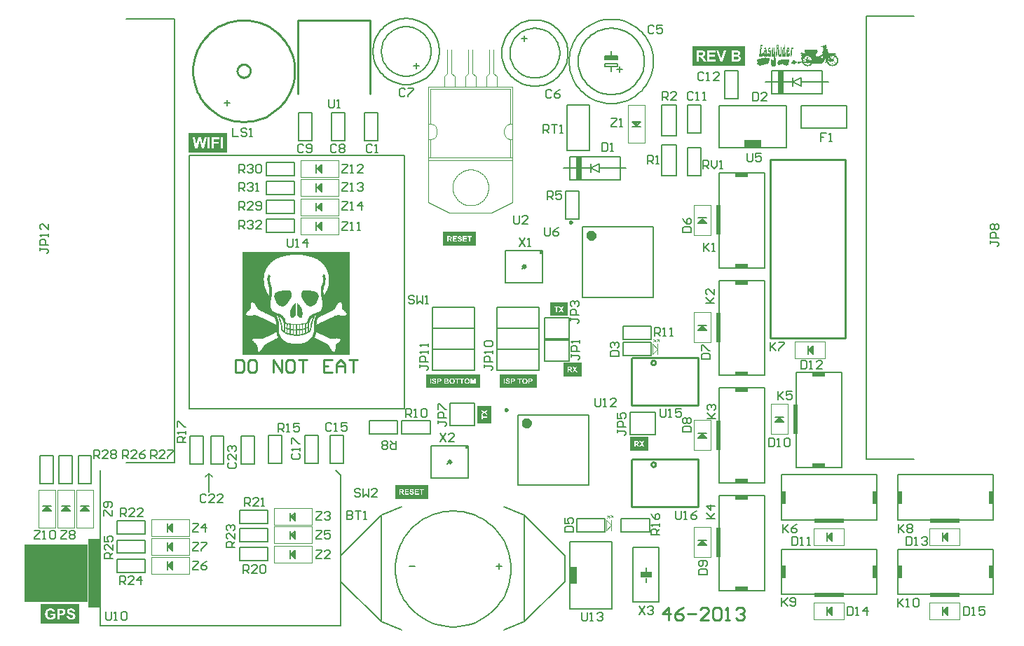
<source format=gto>
%FSDAX24Y24*%
%MOIN*%
%SFA1B1*%

%IPPOS*%
%AMD97*
4,1,4,0.001400,-0.012400,0.012400,-0.001400,-0.001400,0.012400,-0.012400,0.001400,0.001400,-0.012400,0.0*
%
%ADD44C,0.008000*%
%ADD46C,0.010000*%
%ADD84C,0.005000*%
%ADD85C,0.006000*%
%ADD86C,0.009800*%
%ADD87C,0.023600*%
%ADD88C,0.004000*%
%ADD89C,0.004000*%
%ADD90C,0.007900*%
%ADD91C,0.003900*%
%ADD92C,0.007000*%
%ADD93R,0.084000X0.038000*%
%ADD94R,0.025000X0.110000*%
%ADD95R,0.038000X0.084000*%
%ADD96R,0.055100X0.031500*%
G04~CAMADD=97~9~0.0~0.0~157.0~197.0~0.0~0.0~0~0.0~0.0~0.0~0.0~0~0.0~0.0~0.0~0.0~0~0.0~0.0~0.0~225.0~248.0~247.0*
%ADD97D97*%
%ADD98R,0.011800X0.015700*%
%ADD99R,0.060000X0.015000*%
%ADD100R,0.019700X0.059100*%
%ADD101R,0.019700X0.059100*%
%ADD102R,0.141700X0.019700*%
%ADD103R,0.059100X0.019700*%
%ADD104R,0.059100X0.019700*%
%ADD105R,0.019700X0.141700*%
%ADD106R,0.059100X0.326800*%
%ADD107R,0.303100X0.275600*%
%LNpcb1-1*%
%LPD*%
G36*
X046882Y035539D02*
X046039D01*
Y036189*
X046882*
Y035539*
G37*
G36*
X050722Y029122D02*
X049858D01*
Y029772*
X050722*
Y029122*
G37*
G36*
X057394Y047749D02*
Y047739D01*
X057404*
Y047729*
Y047719*
X057424*
Y047709*
Y047699*
Y047689*
Y047679*
Y047669*
Y047659*
Y047649*
X057414*
Y047639*
Y047629*
X057404*
Y047619*
X057394*
Y047609*
X057384*
Y047599*
X057364*
Y047589*
X057374*
Y047579*
X057384*
Y047569*
Y047559*
Y047549*
Y047539*
Y047529*
Y047519*
Y047509*
X057374*
Y047499*
Y047489*
X057364*
Y047479*
X057354*
Y047469*
X057344*
Y047479*
X057314*
Y047469*
X057244*
Y047479*
X057224*
Y047489*
X057204*
Y047499*
X057154*
Y047509*
X057144*
Y047519*
X057114*
Y047529*
Y047539*
Y047549*
X057094*
Y047539*
X057074*
Y047529*
X057054*
Y047519*
X056984*
Y047529*
X056974*
Y047519*
Y047509*
X056964*
Y047499*
X056894*
Y047509*
X056884*
Y047519*
X056874*
Y047529*
Y047539*
Y047549*
Y047559*
Y047569*
X056854*
Y047579*
Y047589*
Y047599*
Y047609*
X056864*
Y047619*
X056874*
Y047629*
Y047639*
Y047649*
X056884*
Y047659*
Y047669*
X056894*
Y047679*
X056924*
Y047689*
Y047699*
Y047709*
Y047719*
X057004*
Y047729*
X057014*
Y047739*
X057024*
Y047749*
X057074*
Y047739*
X057114*
Y047749*
X057164*
Y047739*
X057184*
Y047749*
X057294*
Y047739*
X057314*
Y047749*
X057324*
Y047759*
X057394*
Y047749*
G37*
G36*
X040230Y026834D02*
X038677D01*
Y027493*
X040230*
Y026834*
G37*
G36*
X056314Y048299D02*
Y048289D01*
X056324*
Y048279*
Y048269*
Y048259*
Y048249*
Y048239*
Y048229*
X056334*
Y048219*
Y048209*
Y048199*
Y048189*
Y048179*
Y048169*
Y048159*
Y048149*
Y048139*
Y048129*
Y048119*
X056344*
Y048109*
Y048099*
Y048089*
Y048079*
Y048069*
Y048059*
Y048049*
Y048039*
Y048029*
X056354*
Y048019*
Y048009*
X056364*
Y047999*
Y047989*
Y047979*
Y047969*
Y047959*
Y047949*
Y047939*
Y047929*
Y047919*
X056374*
Y047909*
Y047899*
Y047889*
X056204*
Y047899*
Y047909*
Y047919*
X056194*
Y047929*
Y047939*
Y047949*
X056184*
Y047959*
Y047969*
Y047979*
Y047989*
Y047999*
X056194*
Y048009*
Y048019*
Y048029*
Y048039*
Y048049*
Y048059*
Y048069*
Y048079*
Y048089*
Y048099*
X056204*
Y048109*
Y048119*
Y048129*
Y048139*
Y048149*
Y048159*
Y048169*
X056214*
Y048179*
Y048189*
X056224*
Y048199*
X056294*
Y048209*
Y048219*
X056284*
Y048229*
Y048239*
X056294*
Y048249*
X056284*
Y048259*
X056254*
Y048249*
X056214*
Y048259*
Y048269*
Y048279*
Y048289*
X056224*
Y048299*
X056234*
Y048309*
X056314*
Y048299*
G37*
G36*
X047533Y032665D02*
X046669D01*
Y033315*
X047533*
Y032665*
G37*
G36*
X056304Y047829D02*
X056334D01*
Y047819*
X056354*
Y047809*
X056374*
Y047819*
X056454*
Y047809*
X056464*
Y047799*
X056474*
Y047789*
Y047779*
X056484*
Y047769*
Y047759*
X056494*
Y047749*
Y047739*
Y047729*
X056484*
Y047719*
Y047709*
X056474*
Y047699*
X056464*
Y047689*
X056454*
Y047679*
X056444*
Y047669*
X056434*
Y047659*
Y047649*
Y047639*
Y047629*
Y047619*
Y047609*
Y047599*
Y047589*
X056424*
Y047579*
Y047569*
X056414*
Y047559*
X056404*
Y047549*
X056394*
Y047539*
X056384*
Y047529*
X056344*
Y047539*
X056314*
Y047529*
X056304*
Y047519*
X056284*
Y047509*
X056234*
Y047519*
X056214*
Y047509*
X056204*
Y047499*
X056094*
Y047509*
X056074*
Y047499*
Y047489*
Y047479*
X056064*
Y047469*
X055994*
Y047479*
X055944*
Y047489*
Y047499*
Y047509*
X055914*
Y047519*
X055894*
Y047529*
Y047539*
X055884*
Y047549*
Y047559*
Y047569*
Y047579*
X055894*
Y047589*
X055904*
Y047599*
Y047609*
X055924*
Y047619*
X055914*
Y047629*
X055904*
Y047639*
X055894*
Y047649*
X055884*
Y047659*
Y047669*
Y047679*
Y047689*
Y047699*
Y047709*
Y047719*
X055894*
Y047729*
Y047739*
X055914*
Y047749*
Y047759*
Y047769*
X055934*
Y047779*
Y047789*
X055954*
Y047799*
X056004*
Y047789*
X056014*
Y047779*
X056024*
Y047789*
X056084*
Y047799*
X056094*
Y047809*
X056104*
Y047819*
X056114*
Y047829*
X056184*
Y047819*
X056214*
Y047809*
X056224*
Y047819*
X056234*
Y047829*
X056244*
Y047839*
X056304*
Y047829*
G37*
G36*
X023662Y020884D02*
X021827D01*
Y021809*
X023662*
Y020884*
G37*
G36*
X057664Y047719D02*
X057674D01*
Y047709*
X057684*
Y047699*
Y047689*
X057694*
Y047679*
X057724*
Y047669*
X057734*
Y047659*
X057744*
Y047649*
X057754*
Y047639*
X057774*
Y047629*
Y047619*
Y047609*
Y047599*
X057744*
Y047589*
X057734*
Y047579*
X057724*
Y047569*
Y047559*
X057714*
Y047549*
X057684*
Y047539*
X057664*
Y047529*
X057654*
Y047519*
X057624*
Y047529*
X057614*
Y047539*
X057534*
Y047549*
X057524*
Y047559*
Y047569*
Y047579*
Y047589*
Y047599*
Y047609*
Y047619*
Y047629*
X057534*
Y047639*
Y047649*
Y047659*
X057544*
Y047669*
X057564*
Y047679*
X057554*
Y047689*
Y047699*
X057564*
Y047709*
Y047719*
X057624*
Y047729*
X057664*
Y047719*
G37*
G36*
X057974Y047659D02*
Y047649D01*
Y047639*
Y047629*
X057964*
Y047619*
Y047609*
Y047599*
X057954*
Y047589*
X057944*
Y047579*
X057904*
Y047569*
X057894*
Y047559*
X057844*
Y047569*
X057824*
Y047579*
X057814*
Y047589*
Y047599*
X057824*
Y047609*
X057814*
Y047619*
Y047629*
Y047639*
Y047649*
X057824*
Y047659*
X057914*
Y047669*
X057974*
Y047659*
G37*
G36*
X030691Y043335D02*
X028835D01*
Y044240*
X030691*
Y043335*
G37*
G36*
X043244Y030421D02*
X042594D01*
Y031263*
X043244*
Y030421*
G37*
G36*
X045403Y032109D02*
X043638D01*
Y032769*
X045403*
Y032109*
G37*
G36*
X042514Y038881D02*
X040961D01*
Y039540*
X042514*
Y038881*
G37*
G36*
X056894Y048439D02*
X056904D01*
Y048429*
Y048419*
X056914*
Y048409*
Y048399*
Y048389*
Y048379*
Y048369*
Y048359*
Y048349*
Y048339*
Y048329*
Y048319*
Y048309*
Y048299*
Y048289*
X056904*
Y048279*
X056914*
Y048269*
X056924*
Y048259*
Y048249*
Y048239*
Y048229*
Y048219*
Y048209*
X056934*
Y048199*
Y048189*
Y048179*
Y048169*
Y048159*
Y048149*
Y048139*
Y048129*
Y048119*
Y048109*
X056944*
Y048099*
Y048089*
Y048079*
Y048069*
Y048059*
Y048049*
Y048039*
Y048029*
X056954*
Y048019*
Y048009*
Y047999*
X056964*
Y047989*
Y047979*
Y047969*
Y047959*
Y047949*
Y047939*
Y047929*
Y047919*
Y047909*
X056974*
Y047899*
Y047889*
X056924*
Y047899*
Y047909*
X056914*
Y047919*
Y047929*
Y047939*
X056904*
Y047949*
Y047959*
X056894*
Y047969*
Y047979*
Y047989*
Y047999*
Y048009*
Y048019*
Y048029*
Y048039*
Y048049*
Y048059*
Y048069*
Y048079*
Y048089*
Y048099*
Y048109*
Y048119*
Y048129*
Y048139*
Y048149*
Y048159*
Y048169*
Y048179*
Y048189*
Y048199*
X056884*
Y048209*
Y048219*
Y048229*
Y048239*
Y048249*
X056874*
Y048259*
X056854*
Y048249*
Y048239*
Y048229*
Y048219*
Y048209*
Y048199*
Y048189*
X056844*
Y048179*
Y048169*
Y048159*
Y048149*
Y048139*
Y048129*
Y048119*
Y048109*
Y048099*
Y048089*
Y048079*
Y048069*
Y048059*
Y048049*
Y048039*
Y048029*
Y048019*
Y048009*
Y047999*
Y047989*
Y047979*
Y047969*
Y047959*
X056834*
Y047949*
Y047939*
X056824*
Y047929*
Y047919*
X056814*
Y047909*
Y047899*
Y047889*
X056764*
Y047899*
Y047909*
X056774*
Y047919*
Y047929*
Y047939*
Y047949*
Y047959*
Y047969*
Y047979*
Y047989*
Y047999*
X056784*
Y048009*
Y048019*
Y048029*
X056794*
Y048039*
Y048049*
Y048059*
Y048069*
Y048079*
Y048089*
Y048099*
Y048109*
Y048119*
X056804*
Y048129*
Y048139*
Y048149*
Y048159*
Y048169*
Y048179*
Y048189*
Y048199*
Y048209*
X056814*
Y048219*
Y048229*
Y048239*
Y048249*
Y048259*
Y048269*
Y048279*
Y048289*
Y048299*
Y048309*
Y048319*
X056824*
Y048329*
Y048339*
Y048349*
Y048359*
Y048369*
Y048379*
Y048389*
Y048399*
Y048409*
Y048419*
Y048429*
Y048439*
Y048449*
X056894*
Y048439*
G37*
G36*
X042704Y032109D02*
X040134D01*
Y032769*
X042704*
Y032109*
G37*
G36*
X057604Y048299D02*
X057614D01*
Y048289*
Y048279*
Y048269*
Y048259*
Y048249*
X057584*
Y048259*
X057544*
Y048249*
Y048239*
Y048229*
Y048219*
Y048209*
Y048199*
Y048189*
Y048179*
Y048169*
Y048159*
Y048149*
Y048139*
Y048129*
Y048119*
Y048109*
Y048099*
X057534*
Y048089*
Y048079*
Y048069*
Y048059*
Y048049*
Y048039*
Y048029*
Y048019*
Y048009*
Y047999*
Y047989*
Y047979*
Y047969*
Y047959*
Y047949*
X057524*
Y047939*
Y047929*
X057514*
Y047919*
Y047909*
X057504*
Y047899*
Y047889*
X057464*
Y047899*
Y047909*
Y047919*
Y047929*
Y047939*
Y047949*
Y047959*
Y047969*
X057474*
Y047979*
Y047989*
Y047999*
Y048009*
Y048019*
Y048029*
X057484*
Y048039*
Y048049*
Y048059*
Y048069*
Y048079*
X057494*
Y048089*
Y048099*
Y048109*
Y048119*
Y048129*
Y048139*
Y048149*
Y048159*
Y048169*
Y048179*
X057504*
Y048189*
Y048199*
Y048209*
Y048219*
Y048229*
Y048239*
Y048249*
Y048259*
Y048269*
X057514*
Y048279*
Y048289*
Y048299*
X057524*
Y048309*
X057604*
Y048299*
G37*
G36*
X055303Y047469D02*
X052811D01*
Y048374*
X055303*
Y047469*
G37*
G36*
X036521Y038591D02*
Y038581D01*
Y038571*
Y038561*
Y038551*
Y038541*
Y038531*
Y038521*
Y038511*
Y038501*
Y038491*
Y038481*
Y038471*
Y038461*
Y038451*
Y038441*
Y038431*
Y038421*
Y038411*
Y038401*
Y038391*
Y038381*
Y038371*
Y038361*
Y038351*
Y038341*
Y038331*
Y038321*
Y038311*
Y038301*
Y038291*
Y038281*
Y038271*
Y038261*
Y038251*
Y038241*
Y038231*
Y038221*
Y038211*
Y038201*
Y038191*
Y038181*
Y038171*
Y038161*
Y038151*
Y038141*
Y038131*
Y038121*
Y038111*
Y038101*
Y038091*
Y038081*
Y038071*
Y038061*
Y038051*
Y038041*
Y038031*
Y038021*
Y038011*
Y038001*
Y037991*
Y037981*
Y037971*
Y037961*
Y037951*
Y037941*
Y037931*
Y037921*
Y037911*
Y037901*
Y037891*
Y037881*
Y037871*
Y037861*
Y037851*
Y037841*
Y037831*
Y037821*
Y037811*
Y037801*
Y037791*
Y037781*
Y037771*
Y037761*
Y037751*
Y037741*
Y037731*
Y037721*
Y037711*
Y037701*
Y037691*
Y037681*
Y037671*
Y037661*
Y037651*
Y037641*
Y037631*
Y037621*
Y037611*
Y037601*
Y037591*
Y037581*
Y037571*
Y037561*
Y037551*
Y037541*
Y037531*
Y037521*
Y037511*
Y037501*
Y037491*
Y037481*
Y037471*
Y037461*
Y037451*
Y037441*
Y037431*
Y037421*
Y037411*
Y037401*
Y037391*
Y037381*
Y037371*
Y037361*
Y037351*
Y037341*
Y037331*
Y037321*
Y037311*
Y037301*
Y037291*
Y037281*
Y037271*
Y037261*
Y037251*
Y037241*
Y037231*
Y037221*
Y037211*
Y037201*
Y037191*
Y037181*
Y037171*
Y037161*
Y037151*
Y037141*
Y037131*
Y037121*
Y037111*
Y037101*
Y037091*
Y037081*
Y037071*
Y037061*
Y037051*
Y037041*
Y037031*
Y037021*
Y037011*
Y037001*
Y036991*
Y036981*
Y036971*
Y036961*
Y036951*
Y036941*
Y036931*
Y036921*
Y036911*
Y036901*
Y036891*
Y036881*
Y036871*
Y036861*
Y036851*
Y036841*
Y036831*
Y036821*
Y036811*
Y036801*
Y036791*
Y036781*
Y036771*
Y036761*
Y036751*
Y036741*
Y036731*
Y036721*
Y036711*
Y036701*
Y036691*
Y036681*
Y036671*
Y036661*
Y036651*
Y036641*
Y036631*
Y036621*
Y036611*
Y036601*
Y036591*
Y036581*
Y036571*
Y036561*
Y036551*
Y036541*
Y036531*
Y036521*
Y036511*
Y036501*
Y036491*
Y036481*
Y036471*
Y036461*
Y036451*
Y036441*
Y036431*
Y036421*
Y036411*
Y036401*
Y036391*
Y036381*
Y036371*
Y036361*
Y036351*
Y036341*
Y036331*
Y036321*
Y036311*
Y036301*
Y036291*
Y036281*
Y036271*
Y036261*
Y036251*
Y036241*
Y036231*
Y036221*
Y036211*
Y036201*
Y036191*
Y036181*
Y036171*
Y036161*
Y036151*
Y036141*
Y036131*
Y036121*
Y036111*
Y036101*
Y036091*
Y036081*
Y036071*
Y036061*
Y036051*
Y036041*
Y036031*
Y036021*
Y036011*
Y036001*
Y035991*
Y035981*
Y035971*
Y035961*
Y035951*
Y035941*
Y035931*
Y035921*
Y035911*
Y035901*
Y035891*
Y035881*
Y035871*
Y035861*
Y035851*
Y035841*
Y035831*
Y035821*
Y035811*
Y035801*
Y035791*
Y035781*
Y035771*
Y035761*
Y035751*
Y035741*
Y035731*
Y035721*
Y035711*
Y035701*
Y035691*
Y035681*
Y035671*
Y035661*
Y035651*
Y035641*
Y035631*
Y035621*
Y035611*
Y035601*
Y035591*
Y035581*
Y035571*
Y035561*
Y035551*
Y035541*
Y035531*
Y035521*
Y035511*
Y035501*
Y035491*
Y035481*
Y035471*
Y035461*
Y035451*
Y035441*
Y035431*
Y035421*
Y035411*
Y035401*
Y035391*
Y035381*
Y035371*
Y035361*
Y035351*
Y035341*
Y035331*
Y035321*
Y035311*
Y035301*
Y035291*
Y035281*
Y035271*
Y035261*
Y035251*
Y035241*
Y035231*
Y035221*
Y035211*
Y035201*
Y035191*
Y035181*
Y035171*
Y035161*
Y035151*
Y035141*
Y035131*
Y035121*
Y035111*
Y035101*
Y035091*
Y035081*
Y035071*
Y035061*
Y035051*
Y035041*
Y035031*
Y035021*
Y035011*
Y035001*
Y034991*
Y034981*
Y034971*
Y034961*
Y034951*
Y034941*
Y034931*
Y034921*
Y034911*
Y034901*
Y034891*
Y034881*
Y034871*
Y034861*
Y034851*
Y034841*
Y034831*
Y034821*
Y034811*
Y034801*
Y034791*
Y034781*
Y034771*
Y034761*
Y034751*
Y034741*
Y034731*
Y034721*
Y034711*
Y034701*
Y034691*
Y034681*
Y034671*
Y034661*
Y034651*
Y034641*
Y034631*
Y034621*
Y034611*
Y034601*
Y034591*
Y034581*
Y034571*
Y034561*
Y034551*
Y034541*
Y034531*
Y034521*
Y034511*
Y034501*
Y034491*
Y034481*
Y034471*
Y034461*
Y034451*
Y034441*
Y034431*
Y034421*
Y034411*
Y034401*
Y034391*
Y034381*
Y034371*
Y034361*
Y034351*
Y034341*
Y034331*
Y034321*
Y034311*
Y034301*
Y034291*
Y034281*
Y034271*
Y034261*
Y034251*
Y034241*
Y034231*
Y034221*
Y034211*
Y034201*
Y034191*
Y034181*
Y034171*
Y034161*
Y034151*
Y034141*
Y034131*
Y034121*
Y034111*
Y034101*
Y034091*
Y034081*
Y034071*
Y034061*
Y034051*
Y034041*
Y034031*
Y034021*
Y034011*
Y034001*
Y033991*
Y033981*
Y033971*
Y033961*
Y033951*
Y033941*
Y033931*
Y033921*
Y033911*
Y033901*
Y033891*
Y033881*
Y033871*
Y033861*
Y033851*
Y033841*
Y033831*
Y033821*
Y033811*
Y033801*
Y033791*
Y033781*
Y033771*
Y033761*
Y033751*
Y033741*
Y033731*
Y033721*
Y033711*
Y033701*
X031421*
Y033711*
Y033721*
Y033731*
Y033741*
Y033751*
Y033761*
Y033771*
Y033781*
Y033791*
Y033801*
Y033811*
Y033821*
Y033831*
Y033841*
Y033851*
Y033861*
Y033871*
Y033881*
Y033891*
Y033901*
Y033911*
Y033921*
Y033931*
Y033941*
Y033951*
Y033961*
Y033971*
Y033981*
Y033991*
Y034001*
Y034011*
Y034021*
Y034031*
Y034041*
Y034051*
Y034061*
Y034071*
Y034081*
Y034091*
Y034101*
Y034111*
Y034121*
Y034131*
Y034141*
Y034151*
Y034161*
Y034171*
Y034181*
Y034191*
Y034201*
Y034211*
Y034221*
Y034231*
Y034241*
Y034251*
Y034261*
Y034271*
Y034281*
Y034291*
Y034301*
Y034311*
Y034321*
Y034331*
Y034341*
Y034351*
Y034361*
Y034371*
Y034381*
Y034391*
Y034401*
Y034411*
Y034421*
Y034431*
Y034441*
Y034451*
Y034461*
Y034471*
Y034481*
Y034491*
Y034501*
Y034511*
Y034521*
Y034531*
Y034541*
Y034551*
Y034561*
Y034571*
Y034581*
Y034591*
Y034601*
Y034611*
Y034621*
Y034631*
Y034641*
Y034651*
Y034661*
Y034671*
Y034681*
Y034691*
Y034701*
Y034711*
Y034721*
Y034731*
Y034741*
Y034751*
Y034761*
Y034771*
Y034781*
Y034791*
Y034801*
Y034811*
Y034821*
Y034831*
Y034841*
Y034851*
Y034861*
Y034871*
Y034881*
Y034891*
Y034901*
Y034911*
Y034921*
Y034931*
Y034941*
Y034951*
Y034961*
Y034971*
Y034981*
Y034991*
Y035001*
Y035011*
Y035021*
Y035031*
Y035041*
Y035051*
Y035061*
Y035071*
Y035081*
Y035091*
Y035101*
Y035111*
Y035121*
Y035131*
Y035141*
Y035151*
Y035161*
Y035171*
Y035181*
Y035191*
Y035201*
Y035211*
Y035221*
Y035231*
Y035241*
Y035251*
Y035261*
Y035271*
Y035281*
Y035291*
Y035301*
Y035311*
Y035321*
Y035331*
Y035341*
Y035351*
Y035361*
Y035371*
Y035381*
Y035391*
Y035401*
Y035411*
Y035421*
Y035431*
Y035441*
Y035451*
Y035461*
Y035471*
Y035481*
Y035491*
Y035501*
Y035511*
Y035521*
Y035531*
Y035541*
Y035551*
Y035561*
Y035571*
Y035581*
Y035591*
Y035601*
Y035611*
Y035621*
Y035631*
Y035641*
Y035651*
Y035661*
Y035671*
Y035681*
Y035691*
Y035701*
Y035711*
Y035721*
Y035731*
Y035741*
Y035751*
Y035761*
Y035771*
Y035781*
Y035791*
Y035801*
Y035811*
Y035821*
Y035831*
Y035841*
Y035851*
Y035861*
Y035871*
Y035881*
Y035891*
Y035901*
Y035911*
Y035921*
Y035931*
Y035941*
Y035951*
Y035961*
Y035971*
Y035981*
Y035991*
Y036001*
Y036011*
Y036021*
Y036031*
Y036041*
Y036051*
Y036061*
Y036071*
Y036081*
Y036091*
Y036101*
Y036111*
Y036121*
Y036131*
Y036141*
Y036151*
Y036161*
Y036171*
Y036181*
Y036191*
Y036201*
Y036211*
Y036221*
Y036231*
Y036241*
Y036251*
Y036261*
Y036271*
Y036281*
Y036291*
Y036301*
Y036311*
Y036321*
Y036331*
Y036341*
Y036351*
Y036361*
Y036371*
Y036381*
Y036391*
Y036401*
Y036411*
Y036421*
Y036431*
Y036441*
Y036451*
Y036461*
Y036471*
Y036481*
Y036491*
Y036501*
Y036511*
Y036521*
Y036531*
Y036541*
Y036551*
Y036561*
Y036571*
Y036581*
Y036591*
Y036601*
Y036611*
Y036621*
Y036631*
Y036641*
Y036651*
Y036661*
Y036671*
Y036681*
Y036691*
Y036701*
Y036711*
Y036721*
Y036731*
Y036741*
Y036751*
Y036761*
Y036771*
Y036781*
Y036791*
Y036801*
Y036811*
Y036821*
Y036831*
Y036841*
Y036851*
Y036861*
Y036871*
Y036881*
Y036891*
Y036901*
Y036911*
Y036921*
Y036931*
Y036941*
Y036951*
Y036961*
Y036971*
Y036981*
Y036991*
Y037001*
Y037011*
Y037021*
Y037031*
Y037041*
Y037051*
Y037061*
Y037071*
Y037081*
Y037091*
Y037101*
Y037111*
Y037121*
Y037131*
Y037141*
Y037151*
Y037161*
Y037171*
Y037181*
Y037191*
Y037201*
Y037211*
Y037221*
Y037231*
Y037241*
Y037251*
Y037261*
Y037271*
Y037281*
Y037291*
Y037301*
Y037311*
Y037321*
Y037331*
Y037341*
Y037351*
Y037361*
Y037371*
Y037381*
Y037391*
Y037401*
Y037411*
Y037421*
Y037431*
Y037441*
Y037451*
Y037461*
Y037471*
Y037481*
Y037491*
Y037501*
Y037511*
Y037521*
Y037531*
Y037541*
Y037551*
Y037561*
Y037571*
Y037581*
Y037591*
Y037601*
Y037611*
Y037621*
Y037631*
Y037641*
Y037651*
Y037661*
Y037671*
Y037681*
Y037691*
Y037701*
Y037711*
Y037721*
Y037731*
Y037741*
Y037751*
Y037761*
Y037771*
Y037781*
Y037791*
Y037801*
Y037811*
Y037821*
Y037831*
Y037841*
Y037851*
Y037861*
Y037871*
Y037881*
Y037891*
Y037901*
Y037911*
Y037921*
Y037931*
Y037941*
Y037951*
Y037961*
Y037971*
Y037981*
Y037991*
Y038001*
Y038011*
Y038021*
Y038031*
Y038041*
Y038051*
Y038061*
Y038071*
Y038081*
Y038091*
Y038101*
Y038111*
Y038121*
Y038131*
Y038141*
Y038151*
Y038161*
Y038171*
Y038181*
Y038191*
Y038201*
Y038211*
Y038221*
Y038231*
Y038241*
Y038251*
Y038261*
Y038271*
Y038281*
Y038291*
Y038301*
Y038311*
Y038321*
Y038331*
Y038341*
Y038351*
Y038361*
Y038371*
Y038381*
Y038391*
Y038401*
Y038411*
Y038421*
Y038431*
Y038441*
Y038451*
Y038461*
Y038471*
Y038481*
Y038491*
Y038501*
Y038511*
Y038521*
Y038531*
Y038541*
Y038551*
Y038561*
Y038571*
Y038581*
Y038591*
Y038601*
X036521*
Y038591*
G37*
G36*
X056714Y048299D02*
Y048289D01*
Y048279*
X056724*
Y048269*
Y048259*
X056714*
Y048249*
Y048239*
Y048229*
Y048219*
X056724*
Y048209*
Y048199*
Y048189*
Y048179*
Y048169*
Y048159*
Y048149*
Y048139*
Y048129*
X056734*
Y048119*
Y048109*
Y048099*
Y048089*
Y048079*
Y048069*
Y048059*
Y048049*
Y048039*
Y048029*
Y048019*
X056744*
Y048009*
Y047999*
Y047989*
Y047979*
Y047969*
Y047959*
Y047949*
Y047939*
Y047929*
Y047919*
X056754*
Y047909*
Y047899*
Y047889*
Y047879*
Y047869*
Y047859*
Y047849*
Y047839*
Y047829*
Y047819*
Y047809*
X056764*
Y047799*
Y047789*
Y047779*
Y047769*
Y047759*
Y047749*
Y047739*
Y047729*
Y047719*
X056774*
Y047709*
Y047699*
Y047689*
Y047679*
Y047669*
Y047659*
Y047649*
Y047639*
Y047629*
Y047619*
Y047609*
X056784*
Y047599*
Y047589*
Y047579*
X056774*
Y047569*
Y047559*
Y047549*
Y047539*
Y047529*
Y047519*
X056764*
Y047509*
Y047499*
Y047489*
Y047479*
Y047469*
X056754*
Y047459*
Y047449*
Y047439*
Y047429*
X056564*
Y047439*
Y047449*
Y047459*
Y047469*
Y047479*
X056554*
Y047489*
Y047499*
Y047509*
Y047519*
Y047529*
X056544*
Y047539*
Y047549*
Y047559*
Y047569*
Y047579*
X056534*
Y047589*
Y047599*
X056544*
Y047609*
Y047619*
Y047629*
Y047639*
Y047649*
Y047659*
Y047669*
Y047679*
Y047689*
Y047699*
X056554*
Y047709*
Y047719*
Y047729*
Y047739*
Y047749*
X056624*
Y047739*
Y047729*
Y047719*
Y047709*
X056694*
Y047719*
Y047729*
Y047739*
Y047749*
Y047759*
Y047769*
Y047779*
Y047789*
Y047799*
Y047809*
Y047819*
Y047829*
Y047839*
Y047849*
Y047859*
Y047869*
Y047879*
Y047889*
X056594*
Y047899*
Y047909*
Y047919*
X056584*
Y047929*
Y047939*
Y047949*
X056574*
Y047959*
Y047969*
Y047979*
Y047989*
Y047999*
Y048009*
X056584*
Y048019*
Y048029*
Y048039*
Y048049*
Y048059*
Y048069*
Y048079*
Y048089*
Y048099*
Y048109*
X056594*
Y048119*
Y048129*
Y048139*
Y048149*
Y048159*
Y048169*
Y048179*
Y048189*
Y048199*
Y048209*
X056604*
Y048219*
Y048229*
Y048239*
Y048249*
Y048259*
X056594*
Y048269*
X056604*
Y048279*
Y048289*
Y048299*
Y048309*
X056634*
Y048299*
Y048289*
X056644*
Y048279*
Y048269*
Y048259*
Y048249*
Y048239*
Y048229*
Y048219*
Y048209*
Y048199*
X056634*
Y048189*
Y048179*
Y048169*
Y048159*
Y048149*
Y048139*
Y048129*
Y048119*
Y048109*
Y048099*
Y048089*
Y048079*
Y048069*
Y048059*
Y048049*
Y048039*
Y048029*
X056684*
Y048039*
Y048049*
Y048059*
Y048069*
Y048079*
Y048089*
Y048099*
Y048109*
Y048119*
Y048129*
Y048139*
Y048149*
Y048159*
Y048169*
Y048179*
Y048189*
Y048199*
Y048209*
X056674*
Y048219*
Y048229*
Y048239*
Y048249*
Y048259*
Y048269*
Y048279*
Y048289*
X056684*
Y048299*
Y048309*
X056714*
Y048299*
G37*
G36*
X056514D02*
X056524D01*
Y048289*
Y048279*
Y048269*
Y048259*
Y048249*
X056494*
Y048259*
X056454*
Y048249*
Y048239*
Y048229*
Y048219*
Y048209*
Y048199*
X056514*
Y048189*
X056524*
Y048179*
X056534*
Y048169*
Y048159*
Y048149*
X056544*
Y048139*
Y048129*
Y048119*
Y048109*
Y048099*
Y048089*
Y048079*
Y048069*
Y048059*
X056554*
Y048049*
Y048039*
Y048029*
Y048019*
Y048009*
Y047999*
Y047989*
Y047979*
Y047969*
Y047959*
Y047949*
Y047939*
X056544*
Y047929*
Y047919*
Y047909*
X056534*
Y047899*
Y047889*
X056414*
Y047899*
X056404*
Y047909*
Y047919*
Y047929*
X056394*
Y047939*
Y047949*
Y047959*
X056384*
Y047969*
X056394*
Y047979*
Y047989*
Y047999*
Y048009*
Y048019*
Y048029*
Y048039*
X056444*
Y048029*
X056494*
Y048039*
Y048049*
Y048059*
Y048069*
Y048079*
Y048089*
Y048099*
Y048109*
Y048119*
X056424*
Y048129*
Y048139*
X056414*
Y048149*
Y048159*
X056404*
Y048169*
X056414*
Y048179*
Y048189*
Y048199*
Y048209*
Y048219*
Y048229*
Y048239*
Y048249*
Y048259*
Y048269*
Y048279*
X056424*
Y048289*
Y048299*
X056434*
Y048309*
X056514*
Y048299*
G37*
G36*
X057404D02*
Y048289D01*
X057414*
Y048279*
Y048269*
Y048259*
Y048249*
Y048239*
Y048229*
Y048219*
X057424*
Y048209*
Y048199*
Y048189*
Y048179*
Y048169*
Y048159*
Y048149*
X057414*
Y048139*
Y048129*
X057404*
Y048119*
X057334*
Y048109*
Y048099*
Y048089*
Y048079*
Y048069*
Y048059*
Y048049*
Y048039*
Y048029*
X057384*
Y048039*
X057434*
Y048029*
Y048019*
X057444*
Y048009*
Y047999*
Y047989*
Y047979*
Y047969*
Y047959*
Y047949*
X057434*
Y047939*
Y047929*
Y047919*
Y047909*
X057424*
Y047899*
Y047889*
X057294*
Y047899*
Y047909*
Y047919*
X057284*
Y047929*
Y047939*
Y047949*
X057274*
Y047959*
Y047969*
Y047979*
Y047989*
Y047999*
X057284*
Y048009*
Y048019*
Y048029*
Y048039*
Y048049*
Y048059*
Y048069*
Y048079*
Y048089*
Y048099*
X057294*
Y048109*
Y048119*
Y048129*
Y048139*
Y048149*
Y048159*
Y048169*
Y048179*
Y048189*
Y048199*
Y048209*
X057304*
Y048219*
Y048229*
Y048239*
Y048249*
Y048259*
Y048269*
Y048279*
Y048289*
X057314*
Y048299*
X057324*
Y048309*
X057404*
Y048299*
G37*
G36*
X057194Y048439D02*
X057204D01*
Y048429*
Y048419*
X057194*
Y048409*
Y048399*
X057204*
Y048389*
Y048379*
Y048369*
Y048359*
Y048349*
Y048339*
Y048329*
Y048319*
Y048309*
Y048299*
X057214*
Y048289*
Y048279*
Y048269*
Y048259*
Y048249*
Y048239*
Y048229*
Y048219*
Y048209*
Y048199*
Y048189*
X057224*
Y048179*
Y048169*
Y048159*
Y048149*
Y048139*
Y048129*
Y048119*
Y048109*
Y048099*
X057234*
Y048089*
Y048079*
Y048069*
Y048059*
Y048049*
Y048039*
Y048029*
Y048019*
X057244*
Y048009*
Y047999*
Y047989*
X057254*
Y047979*
Y047969*
Y047959*
Y047949*
Y047939*
Y047929*
Y047919*
Y047909*
Y047899*
Y047889*
X057094*
Y047899*
Y047909*
Y047919*
X057084*
Y047929*
Y047939*
X057074*
Y047949*
Y047959*
Y047969*
Y047979*
Y047989*
Y047999*
Y048009*
Y048019*
Y048029*
X057084*
Y048039*
Y048049*
Y048059*
Y048069*
Y048079*
Y048089*
Y048099*
Y048109*
Y048119*
X057094*
Y048129*
Y048139*
Y048149*
Y048159*
Y048169*
Y048179*
Y048189*
Y048199*
Y048209*
Y048219*
Y048229*
X057104*
Y048239*
Y048249*
Y048259*
Y048269*
Y048279*
Y048289*
X057114*
Y048299*
Y048309*
X057174*
Y048319*
Y048329*
Y048339*
Y048349*
Y048359*
Y048369*
Y048379*
Y048389*
Y048399*
Y048409*
Y048419*
Y048429*
Y048439*
X057184*
Y048449*
X057194*
Y048439*
G37*
G36*
X057054Y048299D02*
Y048289D01*
Y048279*
Y048269*
Y048259*
X057044*
Y048249*
Y048239*
Y048229*
Y048219*
Y048209*
X057054*
Y048199*
Y048189*
Y048179*
Y048169*
Y048159*
Y048149*
Y048139*
Y048129*
Y048119*
Y048109*
Y048099*
Y048089*
Y048079*
Y048069*
Y048059*
Y048049*
Y048039*
Y048029*
Y048019*
Y048009*
Y047999*
Y047989*
Y047979*
Y047969*
Y047959*
Y047949*
Y047939*
X057044*
Y047929*
Y047919*
X057034*
Y047909*
Y047899*
Y047889*
X056984*
Y047899*
Y047909*
Y047919*
Y047929*
Y047939*
X056994*
Y047949*
Y047959*
Y047969*
Y047979*
Y047989*
Y047999*
Y048009*
Y048019*
Y048029*
X057004*
Y048039*
Y048049*
Y048059*
Y048069*
Y048079*
Y048089*
Y048099*
Y048109*
Y048119*
Y048129*
Y048139*
Y048149*
Y048159*
Y048169*
Y048179*
Y048189*
Y048199*
Y048209*
Y048219*
Y048229*
Y048239*
Y048249*
X057014*
Y048259*
Y048269*
Y048279*
Y048289*
Y048299*
X057024*
Y048309*
X057054*
Y048299*
G37*
G36*
X059174Y048429D02*
X059184D01*
Y048419*
X059194*
Y048409*
Y048399*
Y048389*
Y048379*
Y048369*
X059204*
Y048359*
Y048349*
Y048339*
Y048329*
X059194*
Y048319*
Y048309*
X059174*
Y048299*
X059164*
Y048289*
X059174*
Y048279*
Y048269*
X059214*
Y048259*
X059224*
Y048249*
Y048239*
X059234*
Y048229*
Y048219*
X059244*
Y048209*
Y048199*
Y048189*
X059234*
Y048179*
Y048169*
X059244*
Y048159*
Y048149*
X059254*
Y048139*
Y048129*
X059274*
Y048119*
Y048109*
X059264*
Y048099*
X059274*
Y048089*
Y048079*
X059284*
Y048069*
Y048059*
Y048049*
X059294*
Y048039*
X059304*
Y048029*
X059314*
Y048039*
X059324*
Y048049*
X059354*
Y048059*
X059384*
Y048069*
X059544*
Y048059*
X059574*
Y048049*
X059594*
Y048039*
X059614*
Y048029*
X059644*
Y048019*
X059654*
Y048009*
X059634*
Y047999*
X059624*
Y047989*
X059544*
Y047979*
X059574*
Y047969*
X059594*
Y047959*
X059614*
Y047949*
X059624*
Y047939*
X059644*
Y047929*
X059654*
Y047919*
X059664*
Y047909*
X059674*
Y047899*
X059684*
Y047889*
Y047879*
X059694*
Y047869*
X059704*
Y047859*
Y047849*
X059714*
Y047839*
Y047829*
X059724*
Y047819*
Y047809*
X059734*
Y047799*
Y047789*
Y047779*
Y047769*
X059744*
Y047759*
Y047749*
Y047739*
Y047729*
Y047719*
X059754*
Y047709*
Y047699*
X059744*
Y047689*
Y047679*
Y047669*
Y047659*
Y047649*
Y047639*
Y047629*
X059734*
Y047619*
Y047609*
Y047599*
X059724*
Y047589*
Y047579*
X059714*
Y047569*
Y047559*
X059704*
Y047549*
X059694*
Y047539*
Y047529*
X059684*
Y047519*
X059674*
Y047509*
X059664*
Y047499*
X059654*
Y047489*
X059634*
Y047479*
X059624*
Y047469*
X059604*
Y047459*
X059584*
Y047449*
X059564*
Y047439*
X059484*
Y047429*
X059454*
Y047439*
X059364*
Y047449*
X059334*
Y047459*
X059324*
Y047469*
X059304*
Y047479*
X059284*
Y047489*
X059274*
Y047499*
X059264*
Y047509*
X059254*
Y047519*
X059244*
Y047529*
X059234*
Y047539*
Y047549*
X059224*
Y047559*
X059214*
Y047569*
Y047579*
X059204*
Y047589*
Y047599*
Y047609*
X059174*
Y047599*
X059154*
Y047589*
X059114*
Y047599*
X059124*
Y047609*
Y047619*
X059134*
Y047629*
Y047639*
X059144*
Y047649*
Y047659*
Y047669*
Y047679*
Y047689*
Y047699*
Y047709*
Y047719*
Y047729*
Y047739*
Y047749*
Y047759*
Y047769*
Y047779*
Y047789*
Y047799*
X059134*
Y047789*
Y047779*
X059124*
Y047769*
Y047759*
X059114*
Y047749*
Y047739*
X059104*
Y047729*
Y047719*
X059094*
Y047709*
Y047699*
X059084*
Y047689*
X059074*
Y047679*
Y047669*
X059064*
Y047659*
Y047649*
X059054*
Y047639*
X059044*
Y047629*
X059034*
Y047619*
X059024*
Y047609*
X059014*
Y047599*
X058994*
Y047589*
X058984*
Y047579*
X058964*
Y047569*
X058944*
Y047559*
X058924*
Y047569*
X058664*
Y047559*
X058604*
Y047569*
X058564*
Y047559*
X058514*
Y047549*
X058504*
Y047539*
X058494*
Y047529*
Y047519*
X058484*
Y047509*
X058474*
Y047499*
X058464*
Y047489*
X058444*
Y047479*
X058434*
Y047469*
X058424*
Y047459*
X058404*
Y047449*
X058384*
Y047439*
X058314*
Y047429*
X058254*
Y047439*
X058204*
Y047449*
X058174*
Y047459*
X058154*
Y047469*
X058144*
Y047479*
X058124*
Y047489*
X058114*
Y047499*
X058104*
Y047509*
X058094*
Y047519*
X058084*
Y047529*
X058074*
Y047539*
X058064*
Y047549*
Y047559*
X058054*
Y047569*
X058044*
Y047579*
Y047589*
X058034*
Y047599*
X058004*
Y047609*
X057994*
Y047619*
Y047629*
Y047639*
X058014*
Y047649*
Y047659*
Y047669*
Y047679*
Y047689*
Y047699*
Y047709*
Y047719*
Y047729*
Y047739*
Y047749*
Y047759*
Y047769*
X057974*
Y047759*
X057954*
Y047769*
X057964*
Y047779*
X057974*
Y047789*
Y047799*
Y047809*
X057984*
Y047819*
Y047829*
Y047839*
X057994*
Y047849*
Y047859*
Y047869*
X058004*
Y047879*
Y047889*
Y047899*
X058014*
Y047909*
Y047919*
X058004*
Y047909*
X057994*
Y047899*
X057964*
Y047909*
X057974*
Y047919*
Y047929*
Y047939*
Y047949*
Y047959*
X057984*
Y047969*
Y047979*
Y047989*
X058014*
Y047999*
X058004*
Y048009*
X057964*
Y048019*
X057954*
Y048029*
Y048039*
Y048049*
Y048059*
Y048069*
X057964*
Y048079*
X057974*
Y048089*
X058044*
Y048079*
X058054*
Y048069*
X058104*
Y048059*
X058174*
Y048069*
X058194*
Y048079*
Y048089*
X058144*
Y048099*
X058134*
Y048109*
Y048119*
Y048129*
Y048139*
Y048149*
Y048159*
Y048169*
Y048179*
Y048189*
Y048199*
Y048209*
X058424*
Y048219*
X058704*
Y048209*
X058744*
Y048199*
Y048189*
X058754*
Y048179*
Y048169*
X058764*
Y048159*
Y048149*
X058774*
Y048139*
Y048129*
Y048119*
Y048109*
X058754*
Y048099*
X058744*
Y048089*
Y048079*
X058734*
Y048069*
X058724*
Y048059*
Y048049*
X058714*
Y048039*
X058704*
Y048029*
Y048019*
X058694*
Y048009*
Y047999*
Y047989*
X058684*
Y047979*
Y047969*
Y047959*
Y047949*
X058694*
Y047939*
Y047929*
Y047919*
X058704*
Y047909*
X058724*
Y047899*
X058734*
Y047889*
X058744*
Y047899*
X058754*
Y047909*
X058774*
Y047899*
X058814*
Y047909*
X058834*
Y047919*
X058854*
Y047929*
X058874*
Y047939*
X058884*
Y047949*
X058904*
Y047959*
X058924*
Y047969*
X058934*
Y047979*
X058954*
Y047989*
X058974*
Y047999*
X058984*
Y048009*
X058994*
Y048019*
Y048029*
X059004*
Y048039*
Y048049*
Y048059*
Y048069*
X058994*
Y048079*
Y048089*
Y048099*
Y048109*
X059004*
Y048119*
Y048129*
Y048139*
Y048149*
X059014*
Y048159*
Y048169*
X059024*
Y048179*
X059034*
Y048189*
X059044*
Y048199*
X059034*
Y048209*
Y048219*
X059024*
Y048229*
Y048239*
Y048249*
X059034*
Y048259*
X059044*
Y048269*
Y048279*
X059034*
Y048289*
Y048299*
X059024*
Y048309*
X059014*
Y048319*
X059004*
Y048329*
Y048339*
Y048349*
Y048359*
X058914*
Y048369*
Y048379*
Y048389*
X058974*
Y048399*
X059014*
Y048409*
X059044*
Y048419*
X059054*
Y048429*
X059124*
Y048439*
X059174*
Y048429*
G37*
G36*
X057044Y048359D02*
Y048349D01*
Y048339*
Y048329*
X057014*
Y048339*
Y048349*
Y048359*
Y048369*
X057044*
Y048359*
G37*
G36*
X056124Y048439D02*
X056144D01*
Y048429*
Y048419*
X056134*
Y048409*
Y048399*
Y048389*
X056104*
Y048399*
X056074*
Y048389*
Y048379*
Y048369*
Y048359*
Y048349*
Y048339*
Y048329*
Y048319*
Y048309*
X056104*
Y048299*
Y048289*
Y048279*
Y048269*
Y048259*
X056094*
Y048249*
X056064*
Y048239*
Y048229*
Y048219*
Y048209*
Y048199*
Y048189*
Y048179*
Y048169*
Y048159*
Y048149*
Y048139*
Y048129*
Y048119*
Y048109*
Y048099*
Y048089*
Y048079*
Y048069*
Y048059*
Y048049*
Y048039*
Y048029*
X056114*
Y048039*
X056164*
Y048029*
Y048019*
Y048009*
Y047999*
Y047989*
Y047979*
X056174*
Y047969*
Y047959*
X056164*
Y047949*
Y047939*
Y047929*
X056154*
Y047919*
Y047909*
Y047899*
X056144*
Y047889*
X055984*
Y047899*
Y047909*
Y047919*
Y047929*
Y047939*
X055994*
Y047949*
Y047959*
Y047969*
Y047979*
Y047989*
Y047999*
Y048009*
Y048019*
X056004*
Y048029*
Y048039*
X056014*
Y048049*
Y048059*
Y048069*
Y048079*
Y048089*
Y048099*
Y048109*
Y048119*
Y048129*
Y048139*
Y048149*
X056024*
Y048159*
Y048169*
Y048179*
Y048189*
Y048199*
Y048209*
Y048219*
Y048229*
Y048239*
X056034*
Y048249*
Y048259*
Y048269*
Y048279*
Y048289*
Y048299*
Y048309*
Y048319*
Y048329*
Y048339*
Y048349*
X056044*
Y048359*
Y048369*
Y048379*
Y048389*
Y048399*
Y048409*
Y048419*
Y048429*
Y048439*
Y048449*
X056124*
Y048439*
G37*
%LNpcb1-2*%
%LPC*%
G36*
X040383Y032567D02*
X040331D01*
Y032311*
X040383*
Y032567*
G37*
G36*
X041730D02*
X041527D01*
Y032524*
X041603*
Y032311*
X041655*
Y032524*
X041730*
Y032567*
G37*
G36*
X040765D02*
X040671D01*
Y032311*
X040723*
Y032408*
X040768*
X040774*
X040779*
X040784*
X040788Y032409*
X040792*
X040796*
X040799*
X040802Y032410*
X040804*
X040806Y032411*
X040808*
X040809*
X040815Y032412*
X040819Y032414*
X040824Y032416*
X040828Y032418*
X040831Y032420*
X040834Y032422*
X040835Y032423*
X040836*
X040841Y032427*
X040845Y032431*
X040849Y032435*
X040852Y032439*
X040855Y032443*
X040856Y032446*
X040858Y032448*
X040861Y032455*
X040863Y032461*
X040865Y032468*
X040866Y032475*
Y032480*
Y032482*
X040867Y032484*
Y032486*
Y032487*
Y032488*
X040866Y032499*
X040865Y032509*
X040862Y032517*
X040859Y032525*
X040858Y032527*
X040856Y032530*
X040855Y032532*
X040854Y032534*
X040853Y032536*
X040852Y032537*
Y032538*
X040846Y032544*
X040840Y032550*
X040834Y032554*
X040828Y032558*
X040823Y032560*
X040819Y032562*
X040817*
X040816Y032563*
X040815*
X040812Y032564*
X040808*
X040804Y032565*
X040799*
X040789Y032566*
X040779Y032567*
X040769*
X040765*
G37*
G36*
X041121D02*
X041009D01*
Y032311*
X041120*
X041126*
X041137*
X041142Y032312*
X041149*
X041151*
X041155*
X041157Y032313*
X041158*
X041165Y032314*
X041172Y032315*
X041178Y032317*
X041183Y032320*
X041187Y032321*
X041190Y032323*
X041192Y032324*
X041193Y032325*
X041198Y032329*
X041202Y032333*
X041206Y032337*
X041209Y032342*
X041212Y032345*
X041214Y032348*
X041215Y032350*
Y032351*
X041218Y032357*
X041220Y032363*
X041221Y032369*
X041222Y032374*
X041223Y032379*
Y032382*
Y032384*
Y032385*
Y032393*
X041221Y032401*
X041219Y032407*
X041217Y032413*
X041215Y032417*
X041212Y032421*
X041211Y032423*
Y032424*
X041205Y032429*
X041200Y032434*
X041194Y032438*
X041188Y032441*
X041183Y032444*
X041178Y032446*
X041177*
X041176*
X041175Y032447*
X041181Y032450*
X041186Y032453*
X041190Y032458*
X041194Y032461*
X041197Y032464*
X041199Y032467*
X041200Y032469*
X041201*
X041204Y032475*
X041206Y032481*
X041208Y032486*
X041209Y032492*
X041210Y032496*
X041211Y032499*
Y032502*
X041210Y032508*
X041209Y032514*
X041208Y032519*
X041206Y032523*
X041205Y032527*
X041204Y032530*
X041203Y032532*
X041202*
X041199Y032537*
X041196Y032541*
X041193Y032545*
X041190Y032548*
X041187Y032550*
X041185Y032552*
X041183Y032553*
Y032554*
X041178Y032557*
X041174Y032559*
X041169Y032561*
X041165Y032562*
X041161Y032563*
X041159Y032564*
X041157*
X041156*
X041150Y032565*
X041143Y032566*
X041135*
X041128Y032567*
X041121*
G37*
G36*
X040526Y032572D02*
X040521D01*
X040511Y032571*
X040501Y032570*
X040492Y032569*
X040485Y032567*
X040482Y032566*
X040479*
X040476Y032565*
X040474Y032564*
X040473Y032563*
X040472*
X040471*
X040463Y032559*
X040457Y032555*
X040451Y032550*
X040447Y032546*
X040443Y032543*
X040441Y032540*
X040439Y032537*
X040435Y032530*
X040432Y032524*
X040431Y032517*
X040430Y032512*
X040429Y032507*
X040428Y032503*
Y032502*
Y032501*
Y032500*
Y032495*
X040429Y032489*
X040430Y032484*
X040432Y032479*
X040435Y032470*
X040440Y032463*
X040442Y032459*
X040444Y032457*
X040446Y032454*
X040448Y032452*
X040449Y032451*
X040450Y032449*
X040451*
Y032448*
X040455Y032446*
X040459Y032443*
X040463Y032441*
X040468Y032438*
X040477Y032434*
X040486Y032430*
X040491Y032429*
X040495Y032427*
X040499Y032426*
X040503Y032425*
X040505Y032424*
X040508*
X040509Y032423*
X040515Y032422*
X040521Y032420*
X040525Y032419*
X040530Y032418*
X040533Y032417*
X040537Y032416*
X040540Y032415*
X040542Y032414*
X040545*
X040546Y032413*
X040549Y032412*
X040550*
X040551*
X040556Y032410*
X040559Y032408*
X040563Y032406*
X040565Y032404*
X040567Y032403*
X040568Y032402*
X040569Y032401*
X040571Y032398*
X040573Y032395*
Y032393*
X040574Y032391*
X040575Y032388*
Y032387*
Y032385*
Y032380*
X040573Y032375*
X040571Y032371*
X040569Y032367*
X040566Y032364*
X040564Y032362*
X040563Y032361*
X040562Y032360*
X040557Y032357*
X040551Y032354*
X040545Y032352*
X040539Y032351*
X040533*
X040529Y032350*
X040525*
X040516*
X040509Y032352*
X040502Y032354*
X040497Y032356*
X040492Y032358*
X040489Y032360*
X040488Y032361*
X040487Y032362*
X040482Y032367*
X040478Y032372*
X040475Y032379*
X040473Y032385*
X040471Y032391*
X040469Y032395*
Y032396*
Y032398*
Y032399*
X040418Y032394*
X040420Y032387*
X040421Y032379*
X040423Y032372*
X040425Y032366*
X040428Y032360*
X040430Y032354*
X040433Y032350*
X040435Y032345*
X040438Y032341*
X040441Y032338*
X040443Y032335*
X040445Y032332*
X040447Y032331*
X040448Y032330*
X040449Y032329*
Y032328*
X040454Y032324*
X040460Y032321*
X040466Y032318*
X040472Y032315*
X040478Y032314*
X040484Y032312*
X040496Y032309*
X040502Y032308*
X040507Y032307*
X040512*
X040516*
X040519Y032306*
X040524*
X040536Y032307*
X040546Y032308*
X040556Y032309*
X040560Y032310*
X040564Y032311*
X040568Y032312*
X040570Y032313*
X040573*
X040575Y032314*
X040577Y032315*
X040578*
X040579*
X040587Y032320*
X040594Y032324*
X040600Y032328*
X040605Y032333*
X040609Y032337*
X040612Y032341*
X040613Y032343*
X040614Y032344*
X040618Y032351*
X040622Y032358*
X040624Y032365*
X040625Y032372*
X040626Y032377*
Y032380*
X040627Y032382*
Y032383*
Y032384*
Y032385*
X040626Y032394*
X040625Y032402*
X040623Y032409*
X040622Y032415*
X040620Y032420*
X040618Y032423*
X040617Y032425*
X040616Y032426*
X040612Y032432*
X040607Y032437*
X040603Y032442*
X040598Y032445*
X040594Y032448*
X040591Y032451*
X040589Y032452*
X040588*
X040584Y032454*
X040580Y032456*
X040572Y032459*
X040562Y032462*
X040553Y032465*
X040549Y032466*
X040545Y032468*
X040542Y032469*
X040539*
X040536Y032470*
X040534*
X040533Y032471*
X040532*
X040526Y032473*
X040520Y032474*
X040514Y032476*
X040509Y032477*
X040505Y032479*
X040501Y032480*
X040498Y032482*
X040495Y032483*
X040492Y032484*
X040490Y032485*
X040488Y032486*
X040487*
X040485Y032488*
X040482Y032490*
X040481Y032493*
X040479Y032496*
Y032498*
X040478Y032500*
Y032502*
Y032503*
Y032507*
X040479Y032510*
X040480Y032513*
X040482Y032515*
X040483Y032517*
X040485Y032518*
Y032519*
X040486*
X040491Y032523*
X040496Y032525*
X040502Y032527*
X040508Y032528*
X040513Y032529*
X040517*
X040521*
X040528*
X040535Y032527*
X040540Y032526*
X040545Y032525*
X040549Y032523*
X040551Y032522*
X040553Y032520*
X040557Y032516*
X040560Y032512*
X040563Y032507*
X040565Y032503*
X040566Y032499*
X040567Y032495*
X040568Y032493*
Y032492*
X040619Y032494*
Y032500*
X040618Y032506*
X040616Y032512*
X040615Y032517*
X040613Y032523*
X040610Y032527*
X040608Y032532*
X040606Y032536*
X040603Y032539*
X040601Y032542*
X040599Y032544*
X040597Y032547*
X040596Y032548*
X040595Y032549*
X040594Y032550*
X040593*
X040589Y032554*
X040583Y032557*
X040578Y032560*
X040572Y032563*
X040566Y032565*
X040560Y032567*
X040548Y032569*
X040543Y032570*
X040538Y032571*
X040533*
X040529*
X040526Y032572*
G37*
G36*
X042507Y032567D02*
X042429D01*
X042383Y032392*
X042338Y032567*
X042260*
Y032311*
X042308*
Y032512*
X042358Y032311*
X042408*
X042459Y032512*
Y032311*
X042507*
Y032567*
G37*
G36*
X041949D02*
X041746D01*
Y032524*
X041822*
Y032311*
X041874*
Y032524*
X041949*
Y032567*
G37*
G36*
X022787Y021603D02*
X022599D01*
Y021091*
X022702*
Y021284*
X022794*
X022805*
X022815*
X022825Y021285*
X022834Y021286*
X022842Y021287*
X022849*
X022855*
X022861Y021288*
X022866Y021289*
X022869Y021290*
X022872*
X022875*
X022876*
X022886Y021293*
X022896Y021297*
X022905Y021301*
X022913Y021305*
X022920Y021309*
X022925Y021312*
X022928Y021314*
X022929Y021315*
X022939Y021322*
X022947Y021330*
X022955Y021339*
X022961Y021347*
X022966Y021354*
X022970Y021360*
X022972Y021364*
X022973Y021365*
X022979Y021378*
X022983Y021391*
X022986Y021405*
X022989Y021418*
X022990Y021428*
Y021433*
X022991Y021437*
Y021441*
Y021443*
Y021444*
Y021445*
X022989Y021466*
X022986Y021486*
X022981Y021503*
X022976Y021518*
X022973Y021523*
X022970Y021529*
X022968Y021533*
X022965Y021538*
X022963Y021540*
X022962Y021543*
X022960*
Y021544*
X022949Y021557*
X022937Y021569*
X022924Y021577*
X022913Y021584*
X022903Y021589*
X022895Y021592*
X022892Y021593*
X022889Y021594*
X022888*
X022887*
X022881Y021596*
X022874Y021597*
X022865Y021598*
X022856Y021599*
X022835Y021600*
X022815Y021602*
X022795*
X022787Y021603*
G37*
G36*
X038989Y027291D02*
X038874D01*
Y027035*
X038926*
Y027142*
X038942*
X038948*
X038952*
X038956Y027141*
X038959*
X038961Y027140*
X038962Y027139*
X038965Y027138*
X038968Y027136*
X038971Y027135*
X038973Y027133*
X038975Y027131*
X038977Y027130*
Y027129*
X038978*
X038979Y027127*
X038981Y027125*
X038985Y027119*
X038989Y027113*
X038994Y027107*
X038998Y027101*
X039000Y027098*
X039002Y027096*
X039003Y027094*
X039004Y027092*
X039005Y027091*
X039042Y027035*
X039104*
X039073Y027085*
X039069Y027091*
X039066Y027096*
X039063Y027100*
X039060Y027104*
X039058Y027108*
X039055Y027112*
X039051Y027117*
X039048Y027122*
X039045Y027125*
X039043Y027126*
Y027127*
X039039Y027131*
X039034Y027135*
X039030Y027139*
X039025Y027142*
X039022Y027145*
X039019Y027146*
X039016Y027148*
X039022Y027149*
X039028Y027151*
X039033Y027152*
X039038Y027154*
X039042Y027156*
X039046Y027158*
X039051Y027160*
X039054Y027162*
X039057Y027164*
X039059Y027166*
X039062Y027168*
X039063Y027169*
X039065Y027170*
X039066Y027171*
Y027172*
X039069Y027176*
X039072Y027179*
X039076Y027188*
X039079Y027195*
X039081Y027203*
X039083Y027210*
Y027212*
Y027215*
Y027217*
Y027219*
Y027220*
Y027228*
X039082Y027236*
X039080Y027242*
X039078Y027248*
X039076Y027253*
X039074Y027257*
X039073Y027258*
X039072Y027259*
Y027260*
X039068Y027266*
X039063Y027271*
X039058Y027275*
X039053Y027279*
X039049Y027281*
X039045Y027283*
X039043Y027284*
X039042*
X039039Y027286*
X039035Y027287*
X039025Y027289*
X039015Y027290*
X039006Y027291*
X039001*
X038997*
X038993*
X038989*
G37*
G36*
X041748Y039344D02*
X041744D01*
X041733Y039343*
X041723Y039342*
X041715Y039341*
X041707Y039339*
X041704Y039338*
X041701Y039337*
X041699*
X041697Y039336*
X041695Y039335*
X041694*
X041693Y039334*
X041685Y039331*
X041679Y039327*
X041674Y039322*
X041669Y039318*
X041665Y039314*
X041663Y039311*
X041661Y039309*
Y039308*
X041657Y039302*
X041655Y039295*
X041653Y039289*
X041652Y039284*
X041651Y039279*
X041650Y039275*
Y039274*
Y039272*
X041651Y039266*
Y039261*
X041653Y039256*
X041654Y039251*
X041658Y039242*
X041662Y039234*
X041664Y039231*
X041666Y039228*
X041668Y039226*
X041670Y039224*
X041671Y039222*
X041673Y039221*
Y039220*
X041674*
X041677Y039217*
X041681Y039215*
X041685Y039212*
X041690Y039210*
X041699Y039206*
X041709Y039202*
X041714Y039200*
X041718Y039199*
X041722Y039198*
X041725Y039197*
X041728Y039196*
X041730Y039195*
X041731*
X041732*
X041738Y039193*
X041743Y039192*
X041748Y039191*
X041752Y039190*
X041756Y039188*
X041759*
X041762Y039187*
X041765Y039186*
X041767*
X041769Y039185*
X041771Y039184*
X041773Y039183*
X041778Y039181*
X041782Y039180*
X041785Y039178*
X041788Y039176*
X041789Y039174*
X041791Y039173*
X041792Y039172*
X041794Y039170*
X041795Y039167*
X041796Y039164*
Y039162*
X041797Y039160*
Y039158*
Y039157*
Y039151*
X041795Y039147*
X041793Y039143*
X041791Y039139*
X041788Y039136*
X041786Y039134*
X041785Y039132*
X041784*
X041779Y039129*
X041773Y039126*
X041767Y039124*
X041761Y039123*
X041755Y039122*
X041751*
X041747*
X041738*
X041731Y039123*
X041725Y039125*
X041719Y039127*
X041715Y039130*
X041712Y039132*
X041710Y039133*
X041709*
X041704Y039139*
X041701Y039144*
X041697Y039150*
X041695Y039157*
X041693Y039162*
X041692Y039167*
X041691Y039168*
Y039170*
Y039171*
X041641Y039166*
X041642Y039158*
X041643Y039151*
X041646Y039144*
X041647Y039137*
X041650Y039132*
X041653Y039126*
X041655Y039121*
X041658Y039117*
X041660Y039113*
X041663Y039110*
X041665Y039107*
X041667Y039104*
X041669Y039102*
X041670Y039101*
X041671Y039100*
X041677Y039096*
X041682Y039093*
X041688Y039090*
X041694Y039087*
X041700Y039085*
X041707Y039083*
X041719Y039081*
X041724Y039080*
X041729Y039079*
X041734*
X041738Y039078*
X041741*
X041746*
X041758*
X041769Y039079*
X041778Y039081*
X041782Y039082*
X041786Y039083*
X041790*
X041793Y039084*
X041795Y039085*
X041798Y039086*
X041799*
X041801Y039087*
X041802*
X041810Y039091*
X041816Y039096*
X041823Y039100*
X041828Y039105*
X041831Y039109*
X041834Y039113*
X041836Y039115*
Y039116*
X041841Y039123*
X041844Y039130*
X041846Y039137*
X041848Y039144*
Y039149*
X041849Y039151*
Y039153*
Y039155*
Y039156*
Y039157*
Y039166*
X041848Y039174*
X041846Y039181*
X041844Y039187*
X041842Y039191*
X041840Y039195*
X041839Y039197*
Y039198*
X041835Y039204*
X041830Y039209*
X041825Y039213*
X041821Y039217*
X041816Y039220*
X041813Y039222*
X041811Y039224*
X041810*
X041806Y039226*
X041803Y039228*
X041794Y039231*
X041785Y039234*
X041776Y039237*
X041772Y039238*
X041768Y039239*
X041764Y039240*
X041761Y039241*
X041758Y039242*
X041757*
X041755Y039243*
X041748Y039244*
X041742Y039246*
X041737Y039247*
X041731Y039249*
X041727Y039250*
X041723Y039252*
X041720Y039253*
X041717Y039254*
X041714Y039255*
X041712Y039257*
X041711*
X041710Y039258*
X041708Y039259*
X041707Y039260*
X041705Y039262*
X041703Y039265*
X041702Y039267*
X041701Y039270*
X041700Y039272*
Y039274*
Y039275*
Y039279*
X041701Y039282*
X041702Y039285*
X041704Y039287*
X041705Y039289*
X041707Y039290*
X041708Y039291*
X041713Y039294*
X041719Y039297*
X041725Y039298*
X041730Y039299*
X041735Y039300*
X041739Y039301*
X041743*
X041751Y039300*
X041757Y039299*
X041763Y039298*
X041767Y039296*
X041771Y039295*
X041774Y039293*
X041775Y039292*
X041779Y039288*
X041782Y039284*
X041785Y039279*
X041787Y039274*
X041788Y039270*
X041789Y039267*
X041790Y039264*
X041842Y039265*
X041841Y039272*
X041840Y039278*
X041839Y039284*
X041837Y039289*
X041835Y039294*
X041833Y039299*
X041831Y039303*
X041828Y039307*
X041826Y039311*
X041823Y039314*
X041821Y039316*
X041819Y039318*
X041818Y039320*
X041817Y039321*
X041816Y039322*
X041811Y039326*
X041806Y039329*
X041800Y039332*
X041794Y039335*
X041788Y039337*
X041782Y039338*
X041771Y039341*
X041765Y039342*
X041760*
X041755Y039343*
X041751*
X041748Y039344*
G37*
G36*
X039322Y027291D02*
X039132D01*
Y027035*
X039327*
Y027079*
X039184*
Y027148*
X039312*
Y027192*
X039184*
Y027248*
X039322*
Y027291*
G37*
G36*
X040033D02*
X039830D01*
Y027248*
X039906*
Y027035*
X039958*
Y027248*
X040033*
Y027291*
G37*
G36*
X039799D02*
X039610D01*
Y027035*
X039804*
Y027079*
X039661*
Y027148*
X039790*
Y027192*
X039661*
Y027248*
X039799*
Y027291*
G37*
G36*
X042317Y039339D02*
X042114D01*
Y039295*
X042189*
Y039083*
X042241*
Y039295*
X042317*
Y039339*
G37*
G36*
X023263Y021612D02*
X023254D01*
X023233*
X023214Y021609*
X023197Y021606*
X023182Y021603*
X023175Y021601*
X023169Y021600*
X023165Y021598*
X023160Y021597*
X023157Y021595*
X023155Y021594*
X023154*
X023153*
X023138Y021586*
X023125Y021578*
X023114Y021569*
X023105Y021561*
X023098Y021554*
X023094Y021548*
X023090Y021543*
X023089*
Y021542*
X023082Y021529*
X023077Y021516*
X023073Y021503*
X023071Y021492*
X023069Y021483*
X023068Y021475*
Y021472*
Y021470*
Y021469*
Y021458*
X023070Y021446*
X023072Y021437*
X023075Y021427*
X023083Y021409*
X023091Y021394*
X023095Y021387*
X023100Y021382*
X023103Y021377*
X023107Y021372*
X023110Y021370*
X023112Y021367*
X023114Y021366*
Y021365*
X023121Y021360*
X023129Y021355*
X023137Y021350*
X023147Y021345*
X023165Y021336*
X023185Y021329*
X023194Y021326*
X023202Y021323*
X023211Y021321*
X023217Y021318*
X023222Y021317*
X023227Y021316*
X023230Y021315*
X023231*
X023242Y021312*
X023253Y021309*
X023262Y021307*
X023271Y021304*
X023279Y021302*
X023285Y021301*
X023291Y021298*
X023296Y021297*
X023301Y021296*
X023305Y021295*
X023310Y021293*
X023313Y021292*
X023323Y021288*
X023330Y021284*
X023337Y021281*
X023342Y021277*
X023346Y021274*
X023348Y021272*
X023350Y021270*
X023354Y021264*
X023357Y021259*
X023359Y021254*
X023360Y021250*
X023361Y021245*
X023362Y021242*
Y021239*
X023361Y021228*
X023358Y021219*
X023353Y021210*
X023349Y021203*
X023344Y021197*
X023340Y021193*
X023337Y021190*
X023336Y021189*
X023325Y021182*
X023313Y021177*
X023301Y021173*
X023289Y021171*
X023278Y021170*
X023269Y021168*
X023261*
X023244Y021169*
X023229Y021172*
X023217Y021176*
X023205Y021180*
X023197Y021185*
X023191Y021188*
X023187Y021191*
X023185Y021192*
X023176Y021202*
X023168Y021213*
X023162Y021226*
X023157Y021239*
X023154Y021250*
X023151Y021259*
X023150Y021261*
Y021264*
X023149Y021266*
Y021267*
X023049Y021257*
X023051Y021242*
X023054Y021227*
X023058Y021213*
X023062Y021200*
X023067Y021188*
X023072Y021177*
X023077Y021168*
X023083Y021159*
X023088Y021151*
X023093Y021145*
X023097Y021139*
X023102Y021133*
X023105Y021130*
X023108Y021128*
X023109Y021126*
X023110Y021125*
X023120Y021117*
X023131Y021111*
X023143Y021105*
X023156Y021099*
X023168Y021096*
X023180Y021092*
X023205Y021087*
X023216Y021085*
X023226Y021083*
X023235Y021082*
X023243*
X023250Y021081*
X023259*
X023283Y021082*
X023305Y021084*
X023324Y021087*
X023332Y021088*
X023340Y021091*
X023347Y021092*
X023353Y021094*
X023358Y021095*
X023362Y021096*
X023366Y021098*
X023368Y021099*
X023370*
X023387Y021108*
X023400Y021116*
X023413Y021125*
X023422Y021135*
X023430Y021143*
X023436Y021150*
X023438Y021155*
X023440Y021156*
X023448Y021171*
X023455Y021185*
X023459Y021199*
X023462Y021213*
X023464Y021223*
Y021228*
X023465Y021232*
Y021235*
Y021237*
Y021239*
X023464Y021257*
X023462Y021273*
X023458Y021287*
X023455Y021298*
X023451Y021308*
X023447Y021315*
X023445Y021319*
X023444Y021321*
X023436Y021333*
X023427Y021343*
X023417Y021352*
X023408Y021359*
X023400Y021365*
X023393Y021370*
X023389Y021372*
X023388Y021373*
X023387*
X023380Y021377*
X023373Y021381*
X023355Y021387*
X023336Y021393*
X023319Y021399*
X023310Y021401*
X023302Y021404*
X023295Y021406*
X023289Y021407*
X023284Y021409*
X023280*
X023277Y021410*
X023276*
X023263Y021414*
X023251Y021417*
X023240Y021420*
X023230Y021423*
X023222Y021426*
X023214Y021429*
X023207Y021432*
X023201Y021434*
X023196Y021436*
X023192Y021438*
X023188Y021440*
X023186Y021441*
X023182Y021444*
X023177Y021449*
X023173Y021455*
X023171Y021460*
X023169Y021465*
X023168Y021469*
X023167Y021472*
Y021475*
X023168Y021483*
X023169Y021489*
X023172Y021495*
X023175Y021499*
X023178Y021503*
X023181Y021505*
X023182Y021506*
X023183Y021507*
X023194Y021514*
X023205Y021518*
X023217Y021522*
X023228Y021524*
X023237Y021526*
X023245*
X023253*
X023268*
X023282Y021523*
X023293Y021520*
X023302Y021518*
X023309Y021515*
X023314Y021512*
X023317Y021509*
X023318*
X023325Y021501*
X023332Y021492*
X023337Y021483*
X023341Y021474*
X023344Y021466*
X023345Y021459*
X023347Y021454*
Y021453*
Y021452*
X023450Y021456*
Y021469*
X023447Y021481*
X023444Y021493*
X023441Y021503*
X023437Y021514*
X023433Y021523*
X023428Y021532*
X023424Y021540*
X023419Y021546*
X023414Y021552*
X023410Y021557*
X023406Y021562*
X023403Y021565*
X023401Y021567*
X023399Y021569*
X023389Y021577*
X023379Y021583*
X023367Y021589*
X023356Y021594*
X023344Y021598*
X023332Y021602*
X023308Y021607*
X023297Y021609*
X023288Y021610*
X023278Y021611*
X023270Y021612*
X023263*
G37*
G36*
X022286D02*
X022277D01*
X022251*
X022227Y021609*
X022217Y021606*
X022206Y021604*
X022197Y021602*
X022189Y021600*
X022181Y021597*
X022174Y021594*
X022169Y021592*
X022163Y021591*
X022160Y021589*
X022157Y021588*
X022155Y021586*
X022132Y021573*
X022122Y021565*
X022112Y021557*
X022104Y021549*
X022095Y021541*
X022088Y021533*
X022081Y021526*
X022076Y021518*
X022071Y021512*
X022067Y021506*
X022063Y021501*
X022061Y021496*
X022058Y021493*
Y021491*
X022057Y021490*
X022051Y021478*
X022046Y021466*
X022038Y021442*
X022032Y021418*
X022028Y021396*
X022027Y021386*
X022025Y021377*
X022024Y021369*
Y021361*
Y021356*
Y021352*
Y021349*
Y021348*
X022025Y021321*
X022028Y021296*
X022033Y021273*
X022035Y021261*
X022038Y021252*
X022041Y021243*
X022044Y021235*
X022047Y021228*
X022049Y021222*
X022050Y021218*
X022052Y021214*
X022053Y021212*
Y021211*
X022066Y021189*
X022080Y021170*
X022095Y021153*
X022109Y021139*
X022116Y021133*
X022123Y021128*
X022128Y021124*
X022133Y021121*
X022137Y021118*
X022141Y021116*
X022142Y021115*
X022143Y021114*
X022155Y021108*
X022166Y021103*
X022190Y021095*
X022214Y021089*
X022235Y021085*
X022246Y021084*
X022255Y021082*
X022263*
X022270*
X022275Y021081*
X022283*
X022307Y021082*
X022329Y021085*
X022351Y021088*
X022369Y021093*
X022377Y021095*
X022385Y021097*
X022391Y021099*
X022397Y021101*
X022402Y021102*
X022405Y021104*
X022407Y021105*
X022408*
X022430Y021113*
X022448Y021123*
X022465Y021133*
X022479Y021141*
X022489Y021148*
X022493Y021151*
X022496Y021154*
X022499Y021156*
X022501Y021158*
X022502Y021159*
Y021365*
X022280*
Y021279*
X022398*
Y021213*
X022389Y021206*
X022380Y021200*
X022370Y021195*
X022361Y021190*
X022354Y021187*
X022347Y021184*
X022343Y021182*
X022342*
X022330Y021177*
X022318Y021174*
X022307Y021172*
X022297Y021170*
X022289*
X022283Y021169*
X022277*
X022265Y021170*
X022253Y021171*
X022243Y021173*
X022232Y021176*
X022214Y021184*
X022206Y021187*
X022199Y021192*
X022192Y021196*
X022186Y021200*
X022182Y021205*
X022178Y021207*
X022175Y021210*
X022172Y021213*
X022171Y021214*
X022170Y021215*
X022163Y021224*
X022157Y021234*
X022152Y021244*
X022147Y021256*
X022140Y021279*
X022135Y021301*
X022134Y021311*
X022132Y021321*
Y021330*
X022131Y021338*
X022130Y021344*
Y021349*
Y021352*
Y021353*
X022131Y021368*
X022132Y021382*
X022134Y021396*
X022136Y021409*
X022139Y021420*
X022143Y021430*
X022146Y021440*
X022150Y021449*
X022153Y021456*
X022157Y021463*
X022161Y021468*
X022163Y021472*
X022166Y021476*
X022168Y021478*
X022169Y021480*
Y021481*
X022178Y021488*
X022186Y021495*
X022195Y021501*
X022203Y021506*
X022212Y021510*
X022221Y021514*
X022238Y021519*
X022246Y021520*
X022254Y021522*
X022260Y021523*
X022266*
X022271Y021524*
X022277*
X022294Y021523*
X022308Y021520*
X022320Y021518*
X022331Y021513*
X022340Y021509*
X022346Y021506*
X022350Y021503*
X022351Y021502*
X022362Y021493*
X022371Y021483*
X022378Y021474*
X022383Y021464*
X022388Y021455*
X022391Y021449*
X022392Y021444*
X022393*
Y021443*
X022496Y021462*
X022493Y021475*
X022488Y021487*
X022484Y021498*
X022478Y021509*
X022473Y021519*
X022467Y021528*
X022461Y021536*
X022455Y021543*
X022449Y021550*
X022444Y021556*
X022439Y021561*
X022435Y021565*
X022431Y021568*
X022428Y021571*
X022427Y021572*
X022426*
X022416Y021580*
X022405Y021586*
X022393Y021591*
X022380Y021595*
X022356Y021603*
X022332Y021607*
X022321Y021609*
X022311Y021610*
X022301Y021611*
X022293Y021612*
X022286*
G37*
G36*
X041273Y039339D02*
X041157D01*
Y039083*
X041209*
Y039190*
X041226*
X041231Y039189*
X041236*
X041239Y039188*
X041242*
X041244Y039187*
X041245*
X041246*
X041248Y039185*
X041251Y039184*
X041254Y039182*
X041257Y039180*
X041258Y039179*
X041260Y039177*
X041261Y039176*
X041263Y039174*
X041264Y039172*
X041268Y039167*
X041273Y039161*
X041278Y039154*
X041282Y039148*
X041284Y039145*
X041285Y039143*
X041287Y039141*
X041288Y039140*
Y039139*
Y039138*
X041325Y039083*
X041388*
X041356Y039133*
X041353Y039138*
X041350Y039143*
X041347Y039147*
X041344Y039151*
X041341Y039155*
X041339Y039159*
X041334Y039164*
X041331Y039169*
X041329Y039172*
X041327Y039174*
X041322Y039179*
X041318Y039183*
X041313Y039186*
X041309Y039189*
X041305Y039192*
X041302Y039194*
X041300Y039195*
Y039196*
X041299*
X041305Y039197*
X041311Y039198*
X041316Y039200*
X041321Y039201*
X041326Y039203*
X041330Y039205*
X041334Y039207*
X041337Y039209*
X041340Y039211*
X041343Y039213*
X041345Y039215*
X041347Y039216*
X041348Y039217*
X041349Y039218*
X041350Y039219*
X041353Y039223*
X041355Y039227*
X041360Y039235*
X041363Y039243*
X041365Y039250*
X041366Y039257*
X041367Y039260*
Y039262*
Y039264*
Y039266*
Y039267*
Y039275*
X041365Y039283*
X041363Y039290*
X041361Y039295*
X041359Y039300*
X041357Y039304*
Y039305*
X041356Y039306*
X041355Y039307*
X041351Y039313*
X041346Y039318*
X041341Y039322*
X041337Y039326*
X041332Y039328*
X041329Y039330*
X041327Y039331*
X041326Y039332*
X041322Y039333*
X041318Y039334*
X041309Y039336*
X041299Y039337*
X041289Y039338*
X041284*
X041280*
X041276*
X041273Y039339*
G37*
G36*
X042083D02*
X041893D01*
Y039083*
X042088*
Y039126*
X041945*
Y039196*
X042073*
Y039239*
X041945*
Y039295*
X042083*
Y039339*
G37*
G36*
X041606D02*
X041416D01*
Y039083*
X041610*
Y039126*
X041468*
Y039196*
X041596*
Y039239*
X041468*
Y039295*
X041606*
Y039339*
G37*
G36*
X042098Y032572D02*
X042096D01*
X042085Y032571*
X042074Y032570*
X042065Y032569*
X042056Y032567*
X042053Y032566*
X042050Y032565*
X042047Y032564*
X042045Y032563*
X042043*
X042042Y032562*
X042041*
X042040*
X042034Y032559*
X042028Y032555*
X042022Y032551*
X042017Y032547*
X042013Y032544*
X042010Y032541*
X042008Y032539*
X042007Y032538*
X042002Y032532*
X041997Y032526*
X041993Y032520*
X041990Y032515*
X041987Y032510*
X041985Y032506*
Y032505*
X041984Y032504*
X041983Y032503*
X041980Y032493*
X041977Y032482*
X041975Y032470*
X041974Y032460*
X041973Y032455*
Y032451*
X041972Y032447*
Y032444*
Y032441*
Y032439*
Y032438*
Y032437*
Y032426*
X041974Y032415*
X041975Y032405*
X041977Y032396*
X041980Y032388*
X041983Y032380*
X041986Y032372*
X041989Y032366*
X041992Y032360*
X041995Y032355*
X041998Y032351*
X042001Y032347*
X042003Y032345*
X042004Y032342*
X042005Y032341*
X042006*
X042012Y032335*
X042019Y032330*
X042026Y032325*
X042034Y032321*
X042042Y032318*
X042049Y032315*
X042056Y032313*
X042064Y032311*
X042070Y032309*
X042077Y032308*
X042082Y032307*
X042087*
X042091*
X042094Y032306*
X042096*
X042107Y032307*
X042116Y032308*
X042126Y032310*
X042134Y032312*
X042142Y032314*
X042150Y032317*
X042156Y032320*
X042163Y032324*
X042168Y032327*
X042173Y032330*
X042177Y032333*
X042180Y032335*
X042183Y032338*
X042185Y032340*
X042186Y032341*
X042192Y032348*
X042197Y032355*
X042202Y032363*
X042206Y032371*
X042209Y032379*
X042212Y032387*
X042214Y032395*
X042216Y032403*
X042217Y032410*
X042218Y032417*
X042219Y032423*
X042220Y032428*
Y032433*
Y032436*
Y032438*
Y032439*
Y032450*
X042219Y032461*
X042217Y032471*
X042215Y032480*
X042213Y032489*
X042210Y032497*
X042207Y032505*
X042203Y032511*
X042200Y032517*
X042197Y032522*
X042194Y032526*
X042191Y032530*
X042190Y032533*
X042188Y032535*
X042187Y032536*
X042186*
X042180Y032543*
X042173Y032548*
X042165Y032553*
X042158Y032557*
X042150Y032560*
X042143Y032563*
X042135Y032566*
X042128Y032567*
X042122Y032569*
X042115Y032570*
X042110Y032571*
X042105*
X042101*
X042098Y032572*
G37*
G36*
X046677Y035992D02*
X046617D01*
X046566Y035916*
X046515Y035992*
X046455*
X046535Y035869*
X046447Y035736*
X046509*
X046566Y035823*
X046623Y035736*
X046685*
X046597Y035869*
X046677Y035992*
G37*
G36*
X046439D02*
X046236D01*
Y035949*
X046312*
Y035736*
X046364*
Y035949*
X046439*
Y035992*
G37*
G36*
X050171Y029575D02*
X050055D01*
Y029319*
X050107*
Y029426*
X050124*
X050129Y029425*
X050133*
X050137Y029424*
X050140*
X050142Y029423*
X050143*
X050146Y029421*
X050149Y029420*
X050152Y029418*
X050154Y029417*
X050156Y029415*
X050158Y029413*
X050159Y029412*
X050160Y029410*
X050162Y029408*
X050166Y029403*
X050171Y029397*
X050175Y029390*
X050179Y029384*
X050181Y029381*
X050183Y029379*
X050184Y029377*
X050185Y029376*
X050186Y029375*
Y029374*
X050223Y029319*
X050285*
X050254Y029369*
X050250Y029374*
X050247Y029379*
X050244Y029384*
X050241Y029388*
X050239Y029391*
X050236Y029395*
X050232Y029401*
X050229Y029405*
X050226Y029408*
X050225Y029410*
X050224*
X050220Y029415*
X050215Y029419*
X050211Y029422*
X050206Y029425*
X050203Y029428*
X050200Y029430*
X050198Y029431*
X050197Y029432*
X050203Y029433*
X050209Y029434*
X050214Y029436*
X050219Y029438*
X050223Y029440*
X050228Y029441*
X050232Y029443*
X050235Y029445*
X050238Y029447*
X050240Y029449*
X050243Y029451*
X050244Y029452*
X050246Y029454*
X050247Y029455*
X050248*
X050250Y029459*
X050253Y029463*
X050258Y029471*
X050260Y029479*
X050262Y029487*
X050264Y029493*
Y029496*
Y029498*
X050265Y029500*
Y029502*
Y029503*
X050264Y029511*
X050263Y029519*
X050261Y029526*
X050259Y029532*
X050257Y029536*
X050255Y029540*
X050254Y029541*
X050253Y029542*
Y029543*
X050249Y029549*
X050244Y029555*
X050239Y029559*
X050234Y029562*
X050230Y029565*
X050226Y029566*
X050224Y029568*
X050223*
X050220Y029569*
X050216Y029570*
X050206Y029572*
X050196Y029573*
X050187Y029574*
X050182*
X050178Y029575*
X050174*
X050171*
G37*
G36*
X042834Y030821D02*
X042791D01*
Y030618*
X042834*
Y030694*
X043047*
Y030746*
X042834*
Y030821*
G37*
G36*
X050517Y029575D02*
X050457D01*
X050406Y029498*
X050356Y029575*
X050295*
X050376Y029452*
X050287Y029319*
X050349*
X050406Y029405*
X050463Y029319*
X050525*
X050437Y029452*
X050517Y029575*
G37*
G36*
X047328Y033118D02*
X047268D01*
X047217Y033042*
X047167Y033118*
X047106*
X047187Y032995*
X047098Y032862*
X047160*
X047217Y032949*
X047274Y032862*
X047336*
X047248Y032995*
X047328Y033118*
G37*
G36*
X053904Y048177D02*
X053524D01*
Y047665*
X053914*
Y047752*
X053628*
Y047891*
X053885*
Y047978*
X053628*
Y048091*
X053904*
Y048177*
G37*
G36*
X053239D02*
X053008D01*
Y047665*
X053111*
Y047879*
X053145*
X053155Y047878*
X053164*
X053171Y047876*
X053177*
X053181Y047874*
X053183Y047873*
X053184*
X053190Y047870*
X053196Y047867*
X053201Y047864*
X053206Y047861*
X053210Y047857*
X053213Y047854*
X053214Y047853*
X053215Y047852*
X053218Y047848*
X053222Y047844*
X053230Y047833*
X053239Y047821*
X053248Y047808*
X053257Y047796*
X053260Y047790*
X053263Y047786*
X053266Y047782*
X053268Y047779*
X053269Y047777*
X053270Y047776*
X053344Y047665*
X053468*
X053405Y047765*
X053399Y047776*
X053392Y047786*
X053386Y047795*
X053380Y047803*
X053375Y047810*
X053370Y047818*
X053362Y047829*
X053355Y047838*
X053350Y047844*
X053347Y047847*
X053346Y047848*
X053338Y047857*
X053328Y047865*
X053319Y047872*
X053311Y047878*
X053303Y047884*
X053297Y047887*
X053293Y047890*
X053292Y047891*
X053291*
X053304Y047893*
X053315Y047896*
X053325Y047899*
X053336Y047903*
X053345Y047907*
X053353Y047910*
X053361Y047914*
X053368Y047918*
X053373Y047922*
X053379Y047926*
X053383Y047930*
X053386Y047932*
X053389Y047935*
X053391Y047937*
X053392Y047938*
X053393*
X053399Y047946*
X053404Y047953*
X053413Y047969*
X053419Y047985*
X053422Y048001*
X053425Y048014*
X053426Y048019*
Y048024*
X053427Y048028*
Y048032*
Y048033*
Y048034*
X053426Y048050*
X053423Y048066*
X053419Y048079*
X053416Y048091*
X053411Y048100*
X053407Y048108*
X053406Y048110*
X053405Y048112*
X053404Y048113*
Y048114*
X053395Y048126*
X053385Y048137*
X053376Y048145*
X053366Y048152*
X053357Y048157*
X053350Y048160*
X053346Y048163*
X053345*
X053337Y048166*
X053329Y048168*
X053311Y048172*
X053291Y048174*
X053271Y048176*
X053262*
X053254Y048177*
X053245*
X053239*
G37*
G36*
X054903D02*
X054678D01*
Y047665*
X054900*
X054913Y047666*
X054935*
X054944Y047667*
X054958*
X054963Y047668*
X054970*
X054973*
X054976*
X054991Y047671*
X055004Y047674*
X055016Y047678*
X055027Y047682*
X055035Y047686*
X055041Y047690*
X055044Y047692*
X055046Y047693*
X055056Y047701*
X055064Y047710*
X055072Y047718*
X055078Y047727*
X055084Y047734*
X055087Y047740*
X055089Y047744*
X055090Y047745*
X055095Y047758*
X055100Y047770*
X055103Y047782*
X055104Y047792*
X055106Y047801*
X055107Y047807*
Y047812*
Y047813*
X055106Y047830*
X055103Y047844*
X055098Y047857*
X055094Y047869*
X055089Y047878*
X055085Y047884*
X055082Y047889*
X055081Y047890*
X055071Y047902*
X055060Y047912*
X055047Y047920*
X055036Y047926*
X055026Y047931*
X055017Y047935*
X055014*
X055012Y047936*
X055010Y047937*
X055021Y047944*
X055032Y047950*
X055041Y047958*
X055048Y047965*
X055053Y047972*
X055058Y047977*
X055061Y047981*
Y047982*
X055068Y047994*
X055073Y048005*
X055076Y048016*
X055079Y048026*
X055081Y048035*
Y048042*
Y048046*
Y048047*
Y048048*
Y048060*
X055079Y048072*
X055076Y048081*
X055073Y048090*
X055070Y048098*
X055067Y048103*
X055066Y048106*
X055065Y048108*
X055059Y048117*
X055052Y048126*
X055046Y048133*
X055040Y048140*
X055034Y048144*
X055030Y048148*
X055027Y048150*
X055026Y048151*
X055017Y048157*
X055007Y048161*
X054998Y048165*
X054990Y048168*
X054983Y048170*
X054978Y048172*
X054974*
X054973*
X054960Y048174*
X054946Y048175*
X054931Y048176*
X054916Y048177*
X054903*
G37*
G36*
X046982Y033118D02*
X046866D01*
Y032862*
X046918*
Y032969*
X046935*
X046940*
X046944Y032968*
X046948*
X046951Y032967*
X046953*
X046954Y032966*
X046957Y032965*
X046960Y032963*
X046963Y032961*
X046965Y032960*
X046967Y032958*
X046969Y032957*
Y032956*
X046970Y032955*
X046971Y032954*
X046973Y032952*
X046977Y032946*
X046982Y032940*
X046986Y032934*
X046990Y032928*
X046992Y032925*
X046994Y032923*
X046995Y032921*
X046996Y032919*
X046997Y032918*
X047034Y032862*
X047096*
X047065Y032912*
X047062Y032917*
X047058Y032923*
X047055Y032927*
X047052Y032931*
X047050Y032935*
X047047Y032938*
X047043Y032944*
X047040Y032948*
X047037Y032951*
X047036Y032953*
X047035Y032954*
X047031Y032958*
X047026Y032962*
X047022Y032965*
X047017Y032969*
X047014Y032971*
X047011Y032973*
X047009Y032975*
X047008*
X047014Y032976*
X047020Y032978*
X047025Y032979*
X047030Y032981*
X047034Y032983*
X047039Y032985*
X047043Y032987*
X047046Y032989*
X047049Y032991*
X047052Y032992*
X047054Y032994*
X047055Y032996*
X047057Y032997*
X047058Y032998*
X047059Y032999*
X047062Y033002*
X047064Y033006*
X047069Y033014*
X047071Y033022*
X047073Y033030*
X047075Y033036*
Y033039*
Y033042*
X047076Y033044*
Y033045*
Y033046*
X047075Y033055*
X047074Y033062*
X047072Y033069*
X047070Y033075*
X047068Y033080*
X047066Y033083*
X047065Y033085*
X047064Y033086*
X047060Y033093*
X047055Y033098*
X047050Y033102*
X047045Y033106*
X047041Y033108*
X047037Y033110*
X047035Y033111*
X047034*
X047031Y033112*
X047027Y033113*
X047017Y033115*
X047007Y033116*
X046998Y033118*
X046993*
X046989*
X046985*
X046982*
G37*
G36*
X054426Y048177D02*
X054316D01*
X054191Y047799*
X054061Y048177*
X053949*
X054133Y047665*
X054244*
X054426Y048177*
G37*
G36*
X043047Y031067D02*
X042914Y030978D01*
X042791Y031059*
Y030998*
X042868Y030948*
X042791Y030897*
Y030837*
X042914Y030917*
X043047Y030829*
Y030891*
X042961Y030948*
X043047Y031004*
Y031067*
G37*
G36*
X044698Y032567D02*
X044495D01*
Y032524*
X044571*
Y032311*
X044622*
Y032524*
X044698*
Y032567*
G37*
G36*
X044269D02*
X044175D01*
Y032311*
X044226*
Y032408*
X044272*
X044278*
X044283*
X044288*
X044292Y032409*
X044296*
X044300*
X044303*
X044306Y032410*
X044308*
X044310Y032411*
X044312*
X044313*
X044319Y032412*
X044323Y032414*
X044328Y032416*
X044332Y032418*
X044335Y032420*
X044338Y032422*
X044339Y032423*
X044340*
X044345Y032427*
X044349Y032431*
X044353Y032435*
X044356Y032439*
X044359Y032443*
X044360Y032446*
X044362Y032448*
X044365Y032455*
X044367Y032461*
X044369Y032468*
X044370Y032475*
Y032480*
Y032482*
X044371Y032484*
Y032486*
Y032487*
Y032488*
X044370Y032499*
X044369Y032509*
X044366Y032517*
X044363Y032525*
X044362Y032527*
X044360Y032530*
X044359Y032532*
X044358Y032534*
X044357Y032536*
X044356Y032537*
Y032538*
X044350Y032544*
X044344Y032550*
X044337Y032554*
X044332Y032558*
X044327Y032560*
X044323Y032562*
X044321*
X044320Y032563*
X044319*
X044316Y032564*
X044312*
X044308Y032565*
X044303*
X044293Y032566*
X044283Y032567*
X044273*
X044269*
G37*
G36*
X045104D02*
X045010D01*
Y032311*
X045062*
Y032408*
X045107*
X045113*
X045118*
X045123*
X045127Y032409*
X045132*
X045135*
X045138*
X045141Y032410*
X045143*
X045145Y032411*
X045147*
X045148*
X045149*
X045154Y032412*
X045159Y032414*
X045163Y032416*
X045167Y032418*
X045170Y032420*
X045173Y032422*
X045174Y032423*
X045175*
X045180Y032427*
X045184Y032431*
X045188Y032435*
X045191Y032439*
X045194Y032443*
X045196Y032446*
X045197Y032448*
X045200Y032455*
X045202Y032461*
X045204Y032468*
X045205Y032475*
Y032480*
Y032482*
X045206Y032484*
Y032486*
Y032487*
Y032488*
X045205Y032499*
X045204Y032509*
X045201Y032517*
X045198Y032525*
X045197Y032527*
X045196Y032530*
X045194Y032532*
X045193Y032534*
X045192Y032536*
X045191Y032537*
Y032538*
X045185Y032544*
X045179Y032550*
X045173Y032554*
X045167Y032558*
X045162Y032560*
X045158Y032562*
X045156*
X045155Y032563*
X045154*
X045151Y032564*
X045147*
X045143Y032565*
X045139*
X045128Y032566*
X045118Y032567*
X045108*
X045104*
G37*
G36*
X041383Y032572D02*
X041380D01*
X041369Y032571*
X041358Y032570*
X041349Y032569*
X041341Y032567*
X041337Y032566*
X041334Y032565*
X041332Y032564*
X041329Y032563*
X041327*
X041326Y032562*
X041325*
X041318Y032559*
X041312Y032555*
X041306Y032551*
X041302Y032547*
X041298Y032544*
X041294Y032541*
X041292Y032539*
Y032538*
X041286Y032532*
X041282Y032526*
X041278Y032520*
X041274Y032515*
X041272Y032510*
X041269Y032506*
Y032505*
X041268Y032504*
Y032503*
X041264Y032493*
X041261Y032482*
X041259Y032470*
X041258Y032460*
Y032455*
X041257Y032451*
Y032447*
Y032444*
X041256Y032441*
Y032439*
Y032438*
Y032437*
X041257Y032426*
X041258Y032415*
X041259Y032405*
X041262Y032396*
X041264Y032388*
X041267Y032380*
X041270Y032372*
X041273Y032366*
X041276Y032360*
X041279Y032355*
X041282Y032351*
X041285Y032347*
X041287Y032345*
X041289Y032342*
X041290Y032341*
X041297Y032335*
X041304Y032330*
X041311Y032325*
X041319Y032321*
X041326Y032318*
X041334Y032315*
X041341Y032313*
X041348Y032311*
X041355Y032309*
X041361Y032308*
X041367Y032307*
X041372*
X041375*
X041378Y032306*
X041381*
X041391Y032307*
X041401Y032308*
X041410Y032310*
X041419Y032312*
X041427Y032314*
X041434Y032317*
X041441Y032320*
X041447Y032324*
X041452Y032327*
X041457Y032330*
X041461Y032333*
X041464Y032335*
X041467Y032338*
X041469Y032340*
X041470Y032341*
X041471*
X041477Y032348*
X041482Y032355*
X041487Y032363*
X041490Y032371*
X041494Y032379*
X041497Y032387*
X041499Y032395*
X041501Y032403*
X041502Y032410*
X041503Y032417*
X041504Y032423*
Y032428*
Y032433*
X041505Y032436*
Y032438*
Y032439*
X041504Y032450*
X041503Y032461*
X041502Y032471*
X041500Y032480*
X041497Y032489*
X041494Y032497*
X041491Y032505*
X041488Y032511*
X041484Y032517*
X041481Y032522*
X041478Y032526*
X041476Y032530*
X041474Y032533*
X041472Y032535*
X041471Y032536*
X041464Y032543*
X041457Y032548*
X041450Y032553*
X041442Y032557*
X041434Y032560*
X041427Y032563*
X041420Y032566*
X041413Y032567*
X041406Y032569*
X041400Y032570*
X041394Y032571*
X041389*
X041386*
X041383Y032572*
G37*
G36*
X044030D02*
X044025D01*
X044014Y032571*
X044005Y032570*
X043996Y032569*
X043989Y032567*
X043986Y032566*
X043983*
X043980Y032565*
X043978Y032564*
X043977Y032563*
X043976*
X043975*
X043967Y032559*
X043961Y032555*
X043955Y032550*
X043951Y032546*
X043947Y032543*
X043945Y032540*
X043943Y032537*
X043939Y032530*
X043936Y032524*
X043935Y032517*
X043933Y032512*
Y032507*
X043932Y032503*
Y032502*
Y032501*
Y032500*
Y032495*
X043933Y032489*
X043934Y032484*
X043936Y032479*
X043939Y032470*
X043944Y032463*
X043946Y032459*
X043948Y032457*
X043950Y032454*
X043952Y032452*
X043953Y032451*
X043954Y032449*
X043955*
Y032448*
X043959Y032446*
X043963Y032443*
X043967Y032441*
X043972Y032438*
X043981Y032434*
X043990Y032430*
X043995Y032429*
X043999Y032427*
X044003Y032426*
X044007Y032425*
X044009Y032424*
X044012*
X044013Y032423*
X044019Y032422*
X044024Y032420*
X044029Y032419*
X044034Y032418*
X044037Y032417*
X044041Y032416*
X044044Y032415*
X044046Y032414*
X044049*
X044050Y032413*
X044053Y032412*
X044054*
X044055*
X044060Y032410*
X044063Y032408*
X044067Y032406*
X044069Y032404*
X044071Y032403*
X044072Y032402*
X044073Y032401*
X044075Y032398*
X044077Y032395*
Y032393*
X044078Y032391*
Y032388*
X044079Y032387*
Y032385*
X044078Y032380*
X044077Y032375*
X044075Y032371*
X044073Y032367*
X044070Y032364*
X044068Y032362*
X044067Y032361*
X044066Y032360*
X044061Y032357*
X044055Y032354*
X044049Y032352*
X044043Y032351*
X044037*
X044033Y032350*
X044029*
X044020*
X044013Y032352*
X044006Y032354*
X044001Y032356*
X043996Y032358*
X043993Y032360*
X043992Y032361*
X043991Y032362*
X043986Y032367*
X043982Y032372*
X043979Y032379*
X043977Y032385*
X043975Y032391*
X043973Y032395*
Y032396*
Y032398*
Y032399*
X043922Y032394*
X043923Y032387*
X043925Y032379*
X043927Y032372*
X043929Y032366*
X043932Y032360*
X043934Y032354*
X043937Y032350*
X043939Y032345*
X043942Y032341*
X043945Y032338*
X043947Y032335*
X043949Y032332*
X043950Y032331*
X043952Y032330*
X043953Y032329*
Y032328*
X043958Y032324*
X043964Y032321*
X043970Y032318*
X043976Y032315*
X043982Y032314*
X043988Y032312*
X044000Y032309*
X044006Y032308*
X044011Y032307*
X044016*
X044020*
X044023Y032306*
X044028*
X044040Y032307*
X044050Y032308*
X044060Y032309*
X044064Y032310*
X044068Y032311*
X044071Y032312*
X044074Y032313*
X044077*
X044079Y032314*
X044081Y032315*
X044082*
X044083*
X044091Y032320*
X044098Y032324*
X044104Y032328*
X044109Y032333*
X044113Y032337*
X044116Y032341*
X044117Y032343*
X044118Y032344*
X044122Y032351*
X044125Y032358*
X044128Y032365*
X044129Y032372*
X044130Y032377*
Y032380*
X044131Y032382*
Y032383*
Y032384*
Y032385*
X044130Y032394*
X044129Y032402*
X044127Y032409*
X044125Y032415*
X044124Y032420*
X044122Y032423*
X044121Y032425*
X044120Y032426*
X044116Y032432*
X044111Y032437*
X044107Y032442*
X044102Y032445*
X044098Y032448*
X044095Y032451*
X044093Y032452*
X044092*
X044088Y032454*
X044084Y032456*
X044076Y032459*
X044066Y032462*
X044057Y032465*
X044053Y032466*
X044049Y032468*
X044046Y032469*
X044043*
X044040Y032470*
X044038*
X044037Y032471*
X044036*
X044030Y032473*
X044024Y032474*
X044018Y032476*
X044013Y032477*
X044009Y032479*
X044005Y032480*
X044002Y032482*
X043999Y032483*
X043996Y032484*
X043994Y032485*
X043992Y032486*
X043991*
X043989Y032488*
X043986Y032490*
X043984Y032493*
X043983Y032496*
Y032498*
X043982Y032500*
Y032502*
Y032503*
Y032507*
X043983Y032510*
X043984Y032513*
X043986Y032515*
X043987Y032517*
X043989Y032518*
Y032519*
X043990*
X043995Y032523*
X044000Y032525*
X044006Y032527*
X044012Y032528*
X044017Y032529*
X044021*
X044024*
X044032*
X044039Y032527*
X044044Y032526*
X044049Y032525*
X044053Y032523*
X044055Y032522*
X044057Y032520*
X044061Y032516*
X044064Y032512*
X044067Y032507*
X044068Y032503*
X044070Y032499*
X044071Y032495*
Y032493*
Y032492*
X044123Y032494*
Y032500*
X044122Y032506*
X044120Y032512*
X044118Y032517*
X044117Y032523*
X044114Y032527*
X044112Y032532*
X044110Y032536*
X044107Y032539*
X044105Y032542*
X044103Y032544*
X044101Y032547*
X044100Y032548*
X044098Y032549*
Y032550*
X044097*
X044093Y032554*
X044087Y032557*
X044082Y032560*
X044076Y032563*
X044070Y032565*
X044064Y032567*
X044052Y032569*
X044047Y032570*
X044042Y032571*
X044037*
X044033*
X044030Y032572*
G37*
G36*
X043886Y032567D02*
X043835D01*
Y032311*
X043886*
Y032567*
G37*
G36*
X030308Y044044D02*
X029957D01*
Y043531*
X030060*
Y043749*
X030274*
Y043836*
X030060*
Y043957*
X030308*
Y044044*
G37*
G36*
X029857D02*
X029754D01*
Y043531*
X029857*
Y044044*
G37*
G36*
X030494D02*
X030390D01*
Y043531*
X030494*
Y044044*
G37*
G36*
X044847Y032572D02*
X044844D01*
X044833Y032571*
X044823Y032570*
X044813Y032569*
X044805Y032567*
X044802Y032566*
X044798Y032565*
X044796Y032564*
X044794Y032563*
X044792*
X044790Y032562*
X044789*
X044783Y032559*
X044776Y032555*
X044771Y032551*
X044766Y032547*
X044762Y032544*
X044759Y032541*
X044757Y032539*
X044756*
Y032538*
X044751Y032532*
X044746Y032526*
X044742Y032520*
X044739Y032515*
X044736Y032510*
X044734Y032506*
X044733Y032505*
Y032504*
X044732Y032503*
X044729Y032493*
X044726Y032482*
X044724Y032470*
X044722Y032460*
Y032455*
Y032451*
X044721Y032447*
Y032444*
Y032441*
Y032439*
Y032438*
Y032437*
Y032426*
X044722Y032415*
X044724Y032405*
X044726Y032396*
X044729Y032388*
X044732Y032380*
X044734Y032372*
X044738Y032366*
X044741Y032360*
X044744Y032355*
X044747Y032351*
X044749Y032347*
X044752Y032345*
X044753Y032342*
X044754Y032341*
X044761Y032335*
X044768Y032330*
X044775Y032325*
X044783Y032321*
X044790Y032318*
X044798Y032315*
X044805Y032313*
X044813Y032311*
X044819Y032309*
X044826Y032308*
X044831Y032307*
X044836*
X044840*
X044843Y032306*
X044845*
X044855Y032307*
X044865Y032308*
X044874Y032310*
X044883Y032312*
X044891Y032314*
X044898Y032317*
X044905Y032320*
X044911Y032324*
X044917Y032327*
X044921Y032330*
X044925Y032333*
X044929Y032335*
X044932Y032338*
X044934Y032340*
X044935Y032341*
X044941Y032348*
X044946Y032355*
X044951Y032363*
X044955Y032371*
X044958Y032379*
X044961Y032387*
X044963Y032395*
X044965Y032403*
X044966Y032410*
X044967Y032417*
X044968Y032423*
X044969Y032428*
Y032433*
Y032436*
Y032438*
Y032439*
Y032450*
X044968Y032461*
X044966Y032471*
X044964Y032480*
X044961Y032489*
X044958Y032497*
X044955Y032505*
X044952Y032511*
X044949Y032517*
X044946Y032522*
X044943Y032526*
X044940Y032530*
X044938Y032533*
X044937Y032535*
X044935Y032536*
X044928Y032543*
X044921Y032548*
X044914Y032553*
X044907Y032557*
X044899Y032560*
X044891Y032563*
X044884Y032566*
X044877Y032567*
X044870Y032569*
X044864Y032570*
X044858Y032571*
X044854*
X044850*
X044847Y032572*
G37*
G36*
X029703Y044044D02*
X029599D01*
X029521Y043685*
X029432Y044044*
X029308*
X029214Y043691*
X029137Y044044*
X029032*
X029153Y043531*
X029265*
X029367Y043914*
X029468Y043531*
X029580*
X029703Y044044*
G37*
G36*
X058024Y047779D02*
X058014D01*
Y047769*
X058024*
Y047779*
G37*
G36*
X059424Y047919D02*
X059384D01*
Y047909*
X059364*
Y047899*
Y047889*
Y047879*
X059374*
Y047869*
Y047859*
Y047849*
X059384*
Y047839*
Y047829*
X059394*
Y047819*
Y047809*
X059404*
Y047799*
Y047789*
X059414*
Y047779*
X059424*
Y047789*
X059434*
Y047799*
Y047809*
Y047819*
Y047829*
Y047839*
Y047849*
Y047859*
Y047869*
X059424*
Y047879*
Y047889*
Y047899*
Y047909*
Y047919*
G37*
G36*
X059524D02*
X059434D01*
Y047909*
X059444*
Y047899*
Y047889*
Y047879*
Y047869*
Y047859*
Y047849*
Y047839*
X059454*
Y047829*
Y047819*
Y047809*
Y047799*
Y047789*
X059484*
Y047779*
X059494*
Y047789*
X059504*
Y047799*
Y047809*
X059514*
Y047819*
X059524*
Y047829*
Y047839*
X059534*
Y047849*
X059544*
Y047859*
X059554*
Y047869*
Y047879*
X059564*
Y047889*
Y047899*
X059544*
Y047909*
X059524*
Y047919*
G37*
G36*
X058234Y047589D02*
X058204D01*
Y047579*
X058184*
Y047569*
X058174*
Y047559*
X058164*
Y047549*
X058154*
Y047539*
X058174*
Y047529*
X058184*
Y047519*
X058204*
Y047509*
X058234*
Y047499*
X058264*
Y047509*
Y047519*
X058274*
Y047529*
Y047539*
Y047549*
Y047559*
Y047569*
X058284*
Y047579*
X058234*
Y047589*
G37*
G36*
X034201Y038451D02*
X033801D01*
Y038441*
X033691*
Y038431*
X033611*
Y038421*
X033551*
Y038411*
X033491*
Y038401*
X033441*
Y038391*
X033401*
Y038381*
X033361*
Y038371*
X033321*
Y038361*
X033281*
Y038351*
X033251*
Y038341*
X033221*
Y038331*
X033191*
Y038321*
X033161*
Y038311*
X033131*
Y038301*
X033111*
Y038291*
X033081*
Y038281*
X033061*
Y038271*
X033041*
Y038261*
X033021*
Y038251*
X033001*
Y038241*
X032981*
Y038231*
X032971*
Y038221*
X032951*
Y038211*
X032931*
Y038201*
X032911*
Y038191*
X032901*
Y038181*
X032891*
Y038171*
X032871*
Y038161*
X032861*
Y038151*
X032851*
Y038141*
X032831*
Y038131*
X032821*
Y038121*
X032811*
Y038111*
X032801*
Y038101*
X032791*
Y038091*
X032771*
Y038081*
X032761*
Y038071*
X032751*
Y038061*
X032741*
Y038051*
X032731*
Y038041*
Y038031*
X032721*
Y038021*
X032711*
Y038011*
X032701*
Y038001*
X032691*
Y037991*
X032681*
Y037981*
X032671*
Y037971*
Y037961*
X032661*
Y037951*
X032651*
Y037941*
X032641*
Y037931*
X032631*
Y037921*
Y037911*
X032621*
Y037901*
X032611*
Y037891*
Y037881*
X032601*
Y037871*
X032591*
Y037861*
Y037851*
X032581*
Y037841*
Y037831*
X032571*
Y037821*
X032561*
Y037811*
Y037801*
X032551*
Y037791*
Y037781*
X032541*
Y037771*
Y037761*
X032531*
Y037751*
Y037741*
X032521*
Y037731*
Y037721*
X032511*
Y037711*
Y037701*
Y037691*
X032501*
Y037681*
Y037671*
X032491*
Y037661*
Y037651*
Y037641*
X032481*
Y037631*
Y037621*
Y037611*
X032471*
Y037601*
Y037591*
Y037581*
X032461*
Y037571*
Y037561*
Y037551*
Y037541*
X032451*
Y037531*
Y037521*
Y037511*
Y037501*
X032441*
Y037491*
Y037481*
Y037471*
Y037461*
Y037451*
X032431*
Y037441*
Y037431*
Y037421*
Y037411*
Y037401*
Y037391*
Y037381*
Y037371*
Y037361*
Y037351*
X032421*
Y037341*
Y037331*
Y037321*
Y037311*
Y037301*
Y037291*
Y037281*
Y037271*
Y037261*
Y037251*
Y037241*
Y037231*
X032431*
Y037221*
Y037211*
Y037201*
Y037191*
Y037181*
Y037171*
Y037161*
Y037151*
Y037141*
Y037131*
X032441*
Y037121*
Y037111*
Y037101*
Y037091*
Y037081*
Y037071*
Y037061*
X032451*
Y037051*
Y037041*
Y037031*
Y037021*
Y037011*
X032461*
Y037001*
Y036991*
Y036981*
Y036971*
X032471*
Y036961*
Y036951*
Y036941*
Y036931*
X032481*
Y036921*
Y036911*
Y036901*
Y036891*
X032491*
Y036881*
Y036871*
Y036861*
X032501*
Y036851*
Y036841*
Y036831*
X032511*
Y036821*
Y036811*
X032521*
Y036801*
Y036791*
Y036781*
X032531*
Y036771*
Y036761*
X032541*
Y036751*
Y036741*
Y036731*
X032551*
Y036721*
Y036711*
X032561*
Y036701*
Y036691*
X032571*
Y036681*
Y036671*
X032581*
Y036661*
Y036651*
X032591*
Y036641*
Y036631*
X032601*
Y036621*
X032611*
Y036611*
Y036601*
X032621*
Y036591*
Y036581*
X032631*
Y036571*
X032641*
Y036561*
Y036551*
X032651*
Y036541*
X032661*
Y036531*
X032671*
Y036521*
Y036511*
X032681*
Y036521*
Y036531*
Y036541*
Y036551*
Y036561*
X032691*
Y036571*
Y036581*
Y036591*
Y036601*
Y036611*
Y036621*
Y036631*
Y036641*
Y036651*
Y036661*
Y036671*
Y036681*
Y036691*
Y036701*
Y036711*
Y036721*
Y036731*
Y036741*
Y036751*
Y036761*
Y036771*
Y036781*
Y036791*
Y036801*
Y036811*
Y036821*
Y036831*
Y036841*
Y036851*
X032681*
Y036861*
Y036871*
Y036881*
Y036891*
X032671*
Y036901*
Y036911*
Y036921*
X032661*
Y036931*
Y036941*
Y036951*
X032651*
Y036961*
Y036971*
Y036981*
X032641*
Y036991*
Y037001*
Y037011*
X032631*
Y037021*
Y037031*
Y037041*
X032621*
Y037051*
Y037061*
Y037071*
X032611*
Y037081*
Y037091*
Y037101*
Y037111*
Y037121*
X032601*
Y037131*
Y037141*
Y037151*
Y037161*
Y037171*
Y037181*
Y037191*
Y037201*
Y037211*
Y037221*
X032591*
Y037231*
Y037241*
Y037251*
Y037261*
Y037271*
Y037281*
Y037291*
Y037301*
Y037311*
Y037321*
Y037331*
Y037341*
Y037351*
Y037361*
X032601*
Y037371*
Y037381*
Y037391*
Y037401*
Y037411*
Y037421*
X032611*
Y037431*
Y037441*
X032621*
Y037451*
Y037461*
X032631*
Y037471*
Y037481*
X032641*
Y037491*
X032651*
Y037501*
X032661*
Y037511*
X032671*
Y037521*
X032681*
Y037511*
X032691*
Y037501*
X032701*
Y037491*
X032711*
Y037481*
X032721*
Y037471*
X032731*
Y037461*
X032741*
Y037451*
X032751*
Y037441*
Y037431*
Y037421*
X032741*
Y037411*
Y037401*
X032731*
Y037391*
Y037381*
X032721*
Y037371*
Y037361*
Y037351*
Y037341*
Y037331*
Y037321*
Y037311*
Y037301*
Y037291*
Y037281*
Y037271*
Y037261*
Y037251*
Y037241*
Y037231*
Y037221*
Y037211*
Y037201*
Y037191*
Y037181*
Y037171*
X032731*
Y037161*
Y037151*
Y037141*
Y037131*
Y037121*
Y037111*
X032741*
Y037101*
Y037091*
Y037081*
Y037071*
X032751*
Y037061*
Y037051*
Y037041*
X032761*
Y037031*
Y037021*
X032771*
Y037011*
Y037001*
Y036991*
X032781*
Y036981*
Y036971*
Y036961*
X032791*
Y036951*
Y036941*
Y036931*
X032801*
Y036921*
Y036911*
Y036901*
Y036891*
X032811*
Y036881*
Y036871*
Y036861*
Y036851*
Y036841*
Y036831*
X032821*
Y036821*
Y036811*
Y036801*
Y036791*
Y036781*
Y036771*
Y036761*
Y036751*
Y036741*
Y036731*
Y036721*
Y036711*
Y036701*
Y036691*
Y036681*
Y036671*
Y036661*
Y036651*
Y036641*
Y036631*
Y036621*
Y036611*
Y036601*
X032811*
Y036591*
Y036581*
Y036571*
Y036561*
Y036551*
Y036541*
Y036531*
Y036521*
Y036511*
X032801*
Y036501*
Y036491*
Y036481*
Y036471*
Y036461*
Y036451*
X032791*
Y036441*
Y036431*
Y036421*
Y036411*
Y036401*
Y036391*
X032781*
Y036381*
Y036371*
Y036361*
Y036351*
Y036341*
X032771*
Y036331*
Y036321*
Y036311*
Y036301*
Y036291*
X032761*
Y036281*
Y036271*
Y036261*
Y036251*
Y036241*
X032751*
Y036231*
Y036221*
Y036211*
Y036201*
Y036191*
Y036181*
X032741*
Y036171*
Y036161*
Y036151*
Y036141*
Y036131*
Y036121*
Y036111*
Y036101*
Y036091*
Y036081*
Y036071*
Y036061*
Y036051*
Y036041*
Y036031*
Y036021*
X032751*
Y036011*
Y036001*
Y035991*
Y035981*
Y035971*
Y035961*
X032761*
Y035951*
Y035941*
Y035931*
Y035921*
X032771*
Y035911*
Y035901*
Y035891*
X032781*
Y035881*
Y035871*
Y035861*
X032791*
Y035851*
Y035841*
X032801*
Y035831*
Y035821*
X032811*
Y035811*
X032821*
Y035801*
X032831*
Y035791*
Y035781*
X032851*
Y035771*
X032861*
Y035761*
X032871*
Y035751*
X032891*
Y035741*
X032911*
Y035731*
X032931*
Y035721*
X032951*
Y035711*
X032971*
Y035701*
X033001*
Y035691*
X033031*
Y035681*
X033061*
Y035671*
X033101*
Y035661*
X033131*
Y035651*
X033151*
Y035641*
X033181*
Y035631*
X033201*
Y035621*
X033221*
Y035611*
X033231*
Y035601*
X033251*
Y035591*
X033261*
Y035581*
X033281*
Y035571*
X033291*
Y035561*
X033311*
Y035551*
X033321*
Y035541*
X033331*
Y035531*
X033341*
Y035521*
X033351*
Y035511*
X033361*
Y035501*
X033371*
Y035491*
X033381*
Y035481*
X033391*
Y035471*
Y035461*
X033401*
Y035451*
X033411*
Y035441*
Y035431*
X033421*
Y035421*
Y035411*
X033431*
Y035401*
Y035391*
X033441*
Y035381*
Y035371*
X033451*
Y035361*
Y035351*
Y035341*
Y035331*
X033461*
Y035321*
Y035311*
Y035301*
Y035291*
Y035281*
Y035271*
Y035261*
Y035251*
X033471*
Y035241*
Y035231*
Y035221*
X033481*
Y035211*
X033521*
Y035201*
X033561*
Y035191*
X033631*
Y035181*
X033711*
Y035171*
X034201*
Y035181*
X034301*
Y035191*
X034371*
Y035201*
X034421*
Y035211*
X034461*
Y035221*
X034491*
Y035231*
Y035241*
Y035251*
Y035261*
Y035271*
Y035281*
Y035291*
X034501*
Y035301*
Y035311*
Y035321*
Y035331*
Y035341*
X034511*
Y035351*
Y035361*
Y035371*
Y035381*
X034521*
Y035391*
Y035401*
X034531*
Y035411*
Y035421*
X034541*
Y035431*
Y035441*
X034551*
Y035451*
Y035461*
X034561*
Y035471*
X034571*
Y035481*
X034581*
Y035491*
Y035501*
X034591*
Y035511*
X034601*
Y035521*
X034611*
Y035531*
X034621*
Y035541*
X034641*
Y035551*
X034651*
Y035561*
X034661*
Y035571*
X034681*
Y035581*
X034691*
Y035591*
X034711*
Y035601*
X034721*
Y035611*
X034741*
Y035621*
X034761*
Y035631*
X034781*
Y035641*
X034801*
Y035651*
X034821*
Y035661*
X034851*
Y035671*
X034871*
Y035681*
X034901*
Y035691*
X034931*
Y035701*
X034961*
Y035711*
X034991*
Y035721*
X035011*
Y035731*
X035031*
Y035741*
X035051*
Y035751*
X035071*
Y035761*
X035091*
Y035771*
X035101*
Y035781*
X035121*
Y035791*
X035131*
Y035801*
Y035811*
X035141*
Y035821*
X035151*
Y035831*
X035161*
Y035841*
Y035851*
X035171*
Y035861*
Y035871*
Y035881*
X035181*
Y035891*
Y035901*
X035191*
Y035911*
Y035921*
Y035931*
Y035941*
X035201*
Y035951*
Y035961*
Y035971*
Y035981*
X035211*
Y035991*
Y036001*
Y036011*
Y036021*
Y036031*
Y036041*
Y036051*
Y036061*
X035221*
Y036071*
Y036081*
Y036091*
Y036101*
Y036111*
Y036121*
Y036131*
Y036141*
Y036151*
Y036161*
Y036171*
X035211*
Y036181*
Y036191*
Y036201*
Y036211*
Y036221*
Y036231*
X035201*
Y036241*
Y036251*
Y036261*
Y036271*
Y036281*
Y036291*
X035191*
Y036301*
Y036311*
Y036321*
Y036331*
Y036341*
X035181*
Y036351*
Y036361*
Y036371*
Y036381*
Y036391*
X035171*
Y036401*
Y036411*
Y036421*
Y036431*
Y036441*
X035161*
Y036451*
Y036461*
Y036471*
Y036481*
Y036491*
Y036501*
X035151*
Y036511*
Y036521*
Y036531*
Y036541*
Y036551*
Y036561*
Y036571*
Y036581*
X035141*
Y036591*
Y036601*
Y036611*
Y036621*
Y036631*
Y036641*
Y036651*
Y036661*
Y036671*
Y036681*
Y036691*
Y036701*
Y036711*
Y036721*
Y036731*
Y036741*
Y036751*
Y036761*
Y036771*
Y036781*
Y036791*
Y036801*
Y036811*
Y036821*
Y036831*
Y036841*
Y036851*
X035151*
Y036861*
Y036871*
Y036881*
Y036891*
Y036901*
X035161*
Y036911*
Y036921*
Y036931*
Y036941*
X035171*
Y036951*
Y036961*
Y036971*
X035181*
Y036981*
Y036991*
Y037001*
X035191*
Y037011*
Y037021*
Y037031*
X035201*
Y037041*
Y037051*
Y037061*
X035211*
Y037071*
Y037081*
Y037091*
X035221*
Y037101*
Y037111*
Y037121*
Y037131*
X035231*
Y037141*
Y037151*
Y037161*
Y037171*
Y037181*
Y037191*
Y037201*
Y037211*
X035241*
Y037221*
Y037231*
Y037241*
Y037251*
Y037261*
Y037271*
Y037281*
Y037291*
Y037301*
Y037311*
Y037321*
Y037331*
Y037341*
Y037351*
Y037361*
Y037371*
X035231*
Y037381*
Y037391*
Y037401*
X035221*
Y037411*
Y037421*
X035211*
Y037431*
X035201*
Y037441*
X035211*
Y037451*
X035221*
Y037461*
Y037471*
X035231*
Y037481*
X035241*
Y037491*
X035251*
Y037501*
X035261*
Y037511*
X035271*
Y037521*
X035281*
Y037531*
X035291*
Y037521*
X035301*
Y037511*
X035311*
Y037501*
Y037491*
X035321*
Y037481*
X035331*
Y037471*
Y037461*
X035341*
Y037451*
Y037441*
X035351*
Y037431*
Y037421*
Y037411*
X035361*
Y037401*
Y037391*
Y037381*
Y037371*
Y037361*
Y037351*
X035371*
Y037341*
Y037331*
Y037321*
Y037311*
Y037301*
Y037291*
Y037281*
Y037271*
Y037261*
X035361*
Y037251*
Y037241*
Y037231*
Y037221*
Y037211*
Y037201*
Y037191*
Y037181*
Y037171*
Y037161*
Y037151*
Y037141*
X035351*
Y037131*
Y037121*
Y037111*
Y037101*
Y037091*
X035341*
Y037081*
Y037071*
Y037061*
Y037051*
X035331*
Y037041*
Y037031*
Y037021*
X035321*
Y037011*
Y037001*
Y036991*
X035311*
Y036981*
Y036971*
Y036961*
X035301*
Y036951*
Y036941*
X035291*
Y036931*
Y036921*
Y036911*
X035281*
Y036901*
Y036891*
Y036881*
Y036871*
X035271*
Y036861*
Y036851*
Y036841*
Y036831*
Y036821*
Y036811*
Y036801*
Y036791*
X035261*
Y036781*
Y036771*
Y036761*
Y036751*
Y036741*
Y036731*
Y036721*
Y036711*
Y036701*
Y036691*
Y036681*
Y036671*
Y036661*
Y036651*
Y036641*
X035271*
Y036631*
Y036621*
Y036611*
Y036601*
Y036591*
Y036581*
Y036571*
Y036561*
Y036551*
X035291*
Y036561*
X035301*
Y036571*
X035311*
Y036581*
X035321*
Y036591*
Y036601*
X035331*
Y036611*
X035341*
Y036621*
Y036631*
X035351*
Y036641*
X035361*
Y036651*
X035371*
Y036661*
Y036671*
X035381*
Y036681*
Y036691*
X035391*
Y036701*
Y036711*
X035401*
Y036721*
X035411*
Y036731*
Y036741*
X035421*
Y036751*
Y036761*
X035431*
Y036771*
Y036781*
Y036791*
X035441*
Y036801*
Y036811*
X035451*
Y036821*
Y036831*
X035461*
Y036841*
Y036851*
Y036861*
X035471*
Y036871*
Y036881*
Y036891*
X035481*
Y036901*
Y036911*
Y036921*
Y036931*
X035491*
Y036941*
Y036951*
Y036961*
X035501*
Y036971*
Y036981*
Y036991*
Y037001*
Y037011*
X035511*
Y037021*
Y037031*
Y037041*
Y037051*
Y037061*
Y037071*
X035521*
Y037081*
Y037091*
Y037101*
Y037111*
Y037121*
Y037131*
Y037141*
Y037151*
Y037161*
Y037171*
Y037181*
Y037191*
Y037201*
Y037211*
Y037221*
Y037231*
Y037241*
Y037251*
Y037261*
Y037271*
Y037281*
Y037291*
Y037301*
Y037311*
Y037321*
Y037331*
Y037341*
Y037351*
Y037361*
Y037371*
Y037381*
Y037391*
X035511*
Y037401*
Y037411*
Y037421*
Y037431*
Y037441*
Y037451*
Y037461*
X035501*
Y037471*
Y037481*
Y037491*
Y037501*
Y037511*
X035491*
Y037521*
Y037531*
Y037541*
Y037551*
X035481*
Y037561*
Y037571*
Y037581*
X035471*
Y037591*
Y037601*
Y037611*
Y037621*
X035461*
Y037631*
Y037641*
X035451*
Y037651*
Y037661*
Y037671*
X035441*
Y037681*
Y037691*
Y037701*
X035431*
Y037711*
Y037721*
X035421*
Y037731*
Y037741*
X035411*
Y037751*
Y037761*
X035401*
Y037771*
Y037781*
X035391*
Y037791*
Y037801*
X035381*
Y037811*
Y037821*
X035371*
Y037831*
Y037841*
X035361*
Y037851*
X035351*
Y037861*
Y037871*
X035341*
Y037881*
X035331*
Y037891*
Y037901*
X035321*
Y037911*
X035311*
Y037921*
Y037931*
X035301*
Y037941*
X035291*
Y037951*
X035281*
Y037961*
Y037971*
X035271*
Y037981*
X035261*
Y037991*
X035251*
Y038001*
X035241*
Y038011*
X035231*
Y038021*
X035221*
Y038031*
X035211*
Y038041*
Y038051*
X035201*
Y038061*
X035191*
Y038071*
X035181*
Y038081*
X035171*
Y038091*
X035161*
Y038101*
X035141*
Y038111*
X035131*
Y038121*
X035121*
Y038131*
X035111*
Y038141*
X035101*
Y038151*
X035091*
Y038161*
X035071*
Y038171*
X035061*
Y038181*
X035051*
Y038191*
X035031*
Y038201*
X035021*
Y038211*
X035001*
Y038221*
X034991*
Y038231*
X034971*
Y038241*
X034951*
Y038251*
X034931*
Y038261*
X034911*
Y038271*
X034891*
Y038281*
X034861*
Y038291*
X034841*
Y038301*
X034811*
Y038311*
X034781*
Y038321*
X034751*
Y038331*
X034721*
Y038341*
X034691*
Y038351*
X034651*
Y038361*
X034621*
Y038371*
X034581*
Y038381*
X034541*
Y038391*
X034501*
Y038401*
X034451*
Y038411*
X034401*
Y038421*
X034341*
Y038431*
X034281*
Y038441*
X034201*
Y038451*
G37*
G36*
X058364Y047899D02*
X058354D01*
Y047889*
X058344*
Y047879*
Y047869*
Y047859*
X058334*
Y047849*
X058324*
Y047839*
Y047829*
X058314*
Y047819*
Y047809*
X058304*
Y047799*
Y047789*
X058294*
Y047779*
X058284*
Y047769*
X058294*
Y047759*
X058334*
Y047769*
X058354*
Y047779*
X058364*
Y047789*
X058384*
Y047799*
X058404*
Y047809*
X058414*
Y047819*
X058424*
Y047829*
X058434*
Y047839*
X058424*
Y047849*
X058414*
Y047859*
X058404*
Y047869*
X058394*
Y047879*
X058384*
Y047889*
X058364*
Y047899*
G37*
G36*
X036091Y036201D02*
X036041D01*
Y036191*
X036021*
Y036181*
X036001*
Y036171*
X035991*
Y036161*
X035981*
Y036151*
X035971*
Y036141*
X035961*
Y036131*
X035951*
Y036121*
X035941*
Y036111*
X035931*
Y036101*
X035921*
Y036091*
Y036081*
X035911*
Y036071*
X035901*
Y036061*
Y036051*
Y036041*
X035891*
Y036031*
Y036021*
X035881*
Y036011*
Y036001*
X035871*
Y035991*
Y035981*
X035861*
Y035971*
Y035961*
X035851*
Y035951*
Y035941*
X035841*
Y035931*
Y035921*
X035831*
Y035911*
X035821*
Y035901*
Y035891*
X035811*
Y035881*
X035801*
Y035871*
X035791*
Y035861*
X035781*
Y035851*
X035771*
Y035841*
X035761*
Y035831*
X035751*
Y035821*
X035731*
Y035811*
X035711*
Y035801*
X035691*
Y035791*
X035671*
Y035781*
X035651*
Y035771*
X035631*
Y035761*
X035611*
Y035751*
X035591*
Y035741*
X035571*
Y035731*
X035551*
Y035721*
X035531*
Y035711*
X035511*
Y035701*
X035491*
Y035691*
X035471*
Y035681*
X035451*
Y035671*
X035431*
Y035661*
X035411*
Y035651*
X035391*
Y035641*
X035371*
Y035631*
X035351*
Y035621*
X035331*
Y035611*
X035311*
Y035601*
X035291*
Y035591*
X035261*
Y035581*
X035241*
Y035571*
X035221*
Y035561*
X035201*
Y035551*
X035181*
Y035541*
X035161*
Y035531*
X035141*
Y035521*
X035121*
Y035511*
X035101*
Y035501*
X035081*
Y035491*
X035061*
Y035481*
X035041*
Y035471*
X035021*
Y035461*
X035011*
Y035451*
X035001*
Y035441*
Y035431*
X034991*
Y035421*
Y035411*
Y035401*
X034981*
Y035391*
Y035381*
Y035371*
X034971*
Y035361*
Y035351*
Y035341*
X034961*
Y035331*
Y035321*
Y035311*
X034951*
Y035301*
Y035291*
Y035281*
Y035271*
X034941*
Y035261*
Y035251*
Y035241*
Y035231*
X034931*
Y035221*
Y035211*
Y035201*
Y035191*
Y035181*
Y035171*
Y035161*
X034921*
Y035151*
Y035141*
Y035131*
X034941*
Y035141*
X034971*
Y035151*
X034991*
Y035161*
X035011*
Y035171*
X035031*
Y035181*
X035051*
Y035191*
X035071*
Y035201*
X035091*
Y035211*
X035111*
Y035221*
X035141*
Y035231*
X035161*
Y035241*
X035181*
Y035251*
X035201*
Y035261*
X035221*
Y035271*
X035241*
Y035281*
X035261*
Y035291*
X035281*
Y035301*
X035311*
Y035311*
X035331*
Y035321*
X035351*
Y035331*
X035371*
Y035341*
X035391*
Y035351*
X035411*
Y035361*
X035431*
Y035371*
X035451*
Y035381*
X035481*
Y035391*
X035501*
Y035401*
X035521*
Y035411*
X035541*
Y035421*
X035561*
Y035431*
X035581*
Y035441*
X035601*
Y035451*
X035621*
Y035461*
X035641*
Y035471*
X035671*
Y035481*
X035691*
Y035491*
X035711*
Y035501*
X035731*
Y035511*
X035751*
Y035521*
X035771*
Y035531*
X035791*
Y035541*
X035811*
Y035551*
X035841*
Y035561*
X035861*
Y035571*
X035901*
Y035581*
X035961*
Y035591*
X036001*
Y035581*
X036061*
Y035571*
X036101*
Y035561*
X036151*
Y035551*
X036181*
Y035561*
X036271*
Y035571*
X036321*
Y035581*
X036341*
Y035591*
X036351*
Y035601*
X036361*
Y035611*
X036371*
Y035621*
Y035631*
Y035641*
Y035651*
X036361*
Y035661*
X036351*
Y035671*
Y035681*
X036341*
Y035691*
X036331*
Y035701*
X036321*
Y035711*
X036311*
Y035721*
X036301*
Y035731*
Y035741*
X036291*
Y035751*
X036281*
Y035761*
X036271*
Y035771*
X036261*
Y035781*
X036251*
Y035791*
X036241*
Y035801*
X036231*
Y035811*
X036211*
Y035821*
X036201*
Y035831*
X036191*
Y035841*
X036181*
Y035851*
X036171*
Y035861*
X036161*
Y035871*
Y035881*
X036151*
Y035891*
Y035901*
Y035911*
Y035921*
Y035931*
Y035941*
Y035951*
Y035961*
Y035971*
Y035981*
Y035991*
Y036001*
X036141*
Y036011*
Y036021*
Y036031*
Y036041*
Y036051*
Y036061*
Y036071*
X036131*
Y036081*
Y036091*
Y036101*
Y036111*
X036121*
Y036121*
Y036131*
Y036141*
X036111*
Y036151*
Y036161*
Y036171*
X036101*
Y036181*
Y036191*
X036091*
Y036201*
G37*
G36*
X034521Y035181D02*
X034491D01*
Y035171*
X034461*
Y035161*
X034431*
Y035151*
Y035141*
Y035131*
Y035121*
Y035111*
Y035101*
Y035091*
Y035081*
Y035071*
Y035061*
Y035051*
Y035041*
Y035031*
Y035021*
Y035011*
Y035001*
Y034991*
Y034981*
X034451*
Y034991*
X034471*
Y035001*
X034481*
Y035011*
X034501*
Y035021*
X034521*
Y035031*
Y035041*
Y035051*
Y035061*
Y035071*
Y035081*
Y035091*
Y035101*
Y035111*
Y035121*
Y035131*
Y035141*
Y035151*
Y035161*
Y035171*
Y035181*
G37*
G36*
X033441D02*
X033431D01*
Y035171*
Y035161*
Y035151*
Y035141*
Y035131*
Y035121*
Y035111*
Y035101*
Y035091*
Y035081*
Y035071*
Y035061*
Y035051*
Y035041*
Y035031*
Y035021*
X033441*
Y035011*
X033461*
Y035001*
X033481*
Y034991*
X033501*
Y034981*
X033511*
Y034991*
Y035001*
Y035011*
Y035021*
Y035031*
Y035041*
Y035051*
Y035061*
Y035071*
Y035081*
Y035091*
Y035101*
Y035111*
Y035121*
Y035131*
Y035141*
Y035151*
Y035161*
X033481*
Y035171*
X033441*
Y035181*
G37*
G36*
X034381Y035151D02*
X034371D01*
Y035141*
X034311*
Y035131*
X034281*
Y035121*
Y035111*
Y035101*
Y035091*
Y035081*
Y035071*
Y035061*
Y035051*
Y035041*
Y035031*
Y035021*
Y035011*
Y035001*
Y034991*
Y034981*
Y034971*
Y034961*
Y034951*
Y034941*
Y034931*
X034301*
Y034941*
X034341*
Y034951*
X034371*
Y034961*
X034381*
Y034971*
Y034981*
Y034991*
Y035001*
Y035011*
Y035021*
Y035031*
Y035041*
Y035051*
Y035061*
Y035071*
Y035081*
Y035091*
Y035101*
Y035111*
Y035121*
Y035131*
Y035141*
Y035151*
G37*
G36*
X058334Y047909D02*
X058294D01*
Y047899*
Y047889*
Y047879*
X058284*
Y047869*
Y047859*
Y047849*
Y047839*
X058274*
Y047829*
Y047819*
Y047809*
Y047799*
Y047789*
X058284*
Y047799*
Y047809*
X058294*
Y047819*
Y047829*
Y047839*
X058304*
Y047849*
Y047859*
X058314*
Y047869*
Y047879*
X058324*
Y047889*
X058334*
Y047899*
Y047909*
G37*
G36*
X059004D02*
X058984D01*
Y047899*
X058934*
Y047889*
X058924*
Y047879*
X058914*
Y047869*
Y047859*
X058924*
Y047849*
Y047839*
X058934*
Y047829*
X059004*
Y047839*
X059024*
Y047849*
Y047859*
Y047869*
Y047879*
X059034*
Y047889*
X059024*
Y047899*
X059004*
Y047909*
G37*
G36*
X031891Y036191D02*
X031861D01*
Y036181*
X031851*
Y036171*
X031841*
Y036161*
X031831*
Y036151*
Y036141*
X031821*
Y036131*
Y036121*
Y036111*
Y036101*
X031811*
Y036091*
Y036081*
Y036071*
Y036061*
Y036051*
X031801*
Y036041*
Y036031*
Y036021*
Y036011*
Y036001*
Y035991*
Y035981*
Y035971*
Y035961*
Y035951*
Y035941*
Y035931*
Y035921*
Y035911*
Y035901*
Y035891*
X031791*
Y035881*
Y035871*
X031781*
Y035861*
Y035851*
X031771*
Y035841*
X031761*
Y035831*
X031751*
Y035821*
X031741*
Y035811*
X031731*
Y035801*
X031721*
Y035791*
X031701*
Y035781*
X031691*
Y035771*
X031681*
Y035761*
X031671*
Y035751*
X031661*
Y035741*
X031651*
Y035731*
X031641*
Y035721*
X031631*
Y035711*
X031621*
Y035701*
X031611*
Y035691*
Y035681*
X031601*
Y035671*
X031591*
Y035661*
Y035651*
X031581*
Y035641*
Y035631*
X031571*
Y035621*
Y035611*
X031581*
Y035601*
X031591*
Y035591*
X031611*
Y035581*
X031631*
Y035571*
X031671*
Y035561*
X031841*
Y035571*
X031901*
Y035581*
X032061*
Y035571*
X032091*
Y035561*
X032111*
Y035551*
X032141*
Y035541*
X032161*
Y035531*
X032181*
Y035521*
X032201*
Y035511*
X032221*
Y035501*
X032241*
Y035491*
X032261*
Y035481*
X032291*
Y035471*
X032311*
Y035461*
X032331*
Y035451*
X032351*
Y035441*
X032371*
Y035431*
X032391*
Y035421*
X032411*
Y035411*
X032431*
Y035401*
X032451*
Y035391*
X032471*
Y035381*
X032501*
Y035371*
X032521*
Y035361*
X032541*
Y035351*
X032561*
Y035341*
X032581*
Y035331*
X032601*
Y035321*
X032621*
Y035311*
X032641*
Y035301*
X032661*
Y035291*
X032681*
Y035281*
X032701*
Y035271*
X032721*
Y035261*
X032741*
Y035251*
X032771*
Y035241*
X032791*
Y035231*
X032811*
Y035221*
X032831*
Y035211*
X032851*
Y035201*
X032871*
Y035191*
X032891*
Y035181*
X032911*
Y035171*
X032931*
Y035161*
X032951*
Y035151*
X032971*
Y035141*
X032991*
Y035131*
X033011*
Y035121*
X033021*
Y035131*
Y035141*
Y035151*
Y035161*
Y035171*
Y035181*
Y035191*
Y035201*
Y035211*
Y035221*
X033011*
Y035231*
Y035241*
Y035251*
Y035261*
X033001*
Y035271*
Y035281*
Y035291*
Y035301*
X032991*
Y035311*
Y035321*
Y035331*
X032981*
Y035341*
Y035351*
Y035361*
Y035371*
X032971*
Y035381*
Y035391*
X032961*
Y035401*
Y035411*
Y035421*
X032951*
Y035431*
Y035441*
Y035451*
X032941*
Y035461*
X032921*
Y035471*
X032901*
Y035481*
X032881*
Y035491*
X032861*
Y035501*
X032841*
Y035511*
X032821*
Y035521*
X032801*
Y035531*
X032781*
Y035541*
X032761*
Y035551*
X032741*
Y035561*
X032721*
Y035571*
X032701*
Y035581*
X032671*
Y035591*
X032651*
Y035601*
X032631*
Y035611*
X032611*
Y035621*
X032591*
Y035631*
X032571*
Y035641*
X032551*
Y035651*
X032531*
Y035661*
X032511*
Y035671*
X032491*
Y035681*
X032471*
Y035691*
X032451*
Y035701*
X032431*
Y035711*
X032411*
Y035721*
X032391*
Y035731*
X032371*
Y035741*
X032351*
Y035751*
X032331*
Y035761*
X032311*
Y035771*
X032291*
Y035781*
X032271*
Y035791*
X032251*
Y035801*
X032241*
Y035811*
X032221*
Y035821*
X032201*
Y035831*
X032181*
Y035841*
X032171*
Y035851*
X032161*
Y035861*
X032151*
Y035871*
X032141*
Y035881*
X032131*
Y035891*
X032121*
Y035901*
Y035911*
X032111*
Y035921*
X032101*
Y035931*
Y035941*
X032091*
Y035951*
Y035961*
X032081*
Y035971*
X032071*
Y035981*
Y035991*
X032061*
Y036001*
Y036011*
X032051*
Y036021*
Y036031*
Y036041*
X032041*
Y036051*
Y036061*
X032031*
Y036071*
X032021*
Y036081*
Y036091*
X032011*
Y036101*
X032001*
Y036111*
X031991*
Y036121*
Y036131*
X031981*
Y036141*
X031961*
Y036151*
X031951*
Y036161*
X031931*
Y036171*
X031921*
Y036181*
X031891*
Y036191*
G37*
G36*
X058454Y047809D02*
X058424D01*
Y047799*
X058414*
Y047789*
X058404*
Y047779*
X058394*
Y047769*
X058374*
Y047759*
X058364*
Y047749*
X058344*
Y047739*
X058334*
Y047729*
X058344*
Y047719*
X058454*
Y047729*
X058484*
Y047739*
X058474*
Y047749*
Y047759*
Y047769*
X058464*
Y047779*
Y047789*
X058454*
Y047799*
Y047809*
G37*
G36*
X058114D02*
X058104D01*
Y047799*
Y047789*
X058094*
Y047779*
Y047769*
Y047759*
Y047749*
X058084*
Y047739*
Y047729*
Y047719*
Y047709*
X058134*
Y047699*
X058164*
Y047689*
X058214*
Y047699*
Y047709*
Y047719*
X058204*
Y047729*
X058194*
Y047739*
X058184*
Y047749*
X058174*
Y047759*
X058164*
Y047769*
X058154*
Y047779*
X058144*
Y047789*
X058124*
Y047799*
X058114*
Y047809*
G37*
G36*
X058094Y047699D02*
X058084D01*
Y047689*
Y047679*
Y047669*
X058094*
Y047659*
X058124*
Y047669*
X058214*
Y047679*
X058154*
Y047689*
X058094*
Y047699*
G37*
G36*
X059294Y047839D02*
X059284D01*
Y047829*
X059274*
Y047819*
X059264*
Y047809*
Y047799*
X059274*
Y047789*
X059284*
Y047779*
X059294*
Y047769*
X059304*
Y047759*
X059314*
Y047749*
X059324*
Y047759*
Y047769*
Y047779*
X059314*
Y047789*
Y047799*
X059304*
Y047809*
Y047819*
X059294*
Y047829*
Y047839*
G37*
G36*
X059594Y047879D02*
X059574D01*
Y047869*
X059564*
Y047859*
Y047849*
X059554*
Y047839*
Y047829*
X059544*
Y047819*
X059534*
Y047809*
Y047799*
X059524*
Y047789*
X059514*
Y047779*
X059504*
Y047769*
X059514*
Y047759*
X059524*
Y047749*
X059574*
Y047759*
X059644*
Y047769*
X059664*
Y047779*
X059654*
Y047789*
Y047799*
Y047809*
X059644*
Y047819*
Y047829*
X059634*
Y047839*
X059624*
Y047849*
Y047859*
X059614*
Y047869*
X059594*
Y047879*
G37*
G36*
X058264Y047909D02*
X058224D01*
Y047899*
X058204*
Y047889*
X058184*
Y047879*
X058174*
Y047869*
X058154*
Y047859*
X058144*
Y047849*
X058134*
Y047839*
Y047829*
X058124*
Y047819*
Y047809*
X058144*
Y047799*
X058154*
Y047789*
X058174*
Y047779*
X058184*
Y047769*
X058194*
Y047759*
X058204*
Y047749*
X058224*
Y047759*
Y047769*
Y047779*
X058234*
Y047789*
Y047799*
Y047809*
Y047819*
Y047829*
X058244*
Y047839*
Y047849*
Y047859*
X058254*
Y047869*
Y047879*
Y047889*
Y047899*
X058264*
Y047909*
G37*
G36*
X059294Y047699D02*
X059264D01*
Y047689*
X059254*
Y047679*
Y047669*
Y047659*
Y047649*
Y047639*
X059264*
Y047629*
Y047619*
X059274*
Y047609*
X059294*
Y047619*
X059314*
Y047629*
X059334*
Y047639*
X059354*
Y047649*
X059374*
Y047659*
X059344*
Y047669*
X059324*
Y047679*
X059304*
Y047689*
X059294*
Y047699*
G37*
G36*
X059514Y047659D02*
X059484D01*
Y047649*
Y047639*
Y047629*
Y047619*
Y047609*
Y047599*
Y047589*
X059474*
Y047579*
Y047569*
Y047559*
X059464*
Y047549*
Y047539*
Y047529*
X059454*
Y047519*
Y047509*
Y047499*
X059504*
Y047509*
X059534*
Y047519*
X059564*
Y047529*
X059584*
Y047539*
X059594*
Y047549*
X059604*
Y047559*
X059614*
Y047569*
Y047579*
X059594*
Y047589*
X059584*
Y047599*
X059574*
Y047609*
X059554*
Y047619*
X059544*
Y047629*
X059534*
Y047639*
X059524*
Y047649*
X059514*
Y047659*
G37*
G36*
X059464Y047649D02*
X059394D01*
Y047639*
X059384*
Y047629*
X059364*
Y047619*
X059334*
Y047609*
X059304*
Y047599*
X059284*
Y047589*
X059294*
Y047579*
X059304*
Y047569*
Y047559*
X059314*
Y047549*
X059334*
Y047539*
X059344*
Y047529*
X059364*
Y047519*
X059384*
Y047509*
X059424*
Y047499*
X059434*
Y047509*
Y047519*
X059444*
Y047529*
Y047539*
Y047549*
X059454*
Y047559*
Y047569*
Y047579*
Y047589*
X059464*
Y047599*
Y047609*
Y047619*
Y047629*
Y047639*
Y047649*
G37*
G36*
X058364Y047579D02*
X058304D01*
Y047569*
X058294*
Y047559*
Y047549*
Y047539*
Y047529*
Y047519*
Y047509*
X058284*
Y047499*
X058334*
Y047509*
X058364*
Y047519*
X058384*
Y047529*
X058374*
Y047539*
Y047549*
Y047559*
X058364*
Y047569*
Y047579*
G37*
G36*
X059674Y047749D02*
X059644D01*
Y047739*
X059554*
Y047729*
X059534*
Y047719*
Y047709*
Y047699*
Y047689*
X059524*
Y047679*
Y047669*
X059534*
Y047659*
X059554*
Y047649*
X059574*
Y047639*
X059584*
Y047629*
X059594*
Y047619*
X059604*
Y047609*
X059614*
Y047599*
X059634*
Y047589*
X059644*
Y047599*
Y047609*
X059654*
Y047619*
Y047629*
X059664*
Y047639*
Y047649*
Y047659*
X059674*
Y047669*
Y047679*
Y047689*
Y047699*
Y047709*
Y047719*
Y047729*
Y047739*
Y047749*
G37*
G36*
X058174Y047589D02*
X058124D01*
Y047579*
Y047569*
X058134*
Y047559*
X058144*
Y047569*
X058164*
Y047579*
X058174*
Y047589*
G37*
G36*
X058424Y047579D02*
X058374D01*
Y047569*
X058384*
Y047559*
Y047549*
X058394*
Y047539*
Y047529*
X058404*
Y047539*
X058414*
Y047549*
X058424*
Y047559*
X058444*
Y047569*
X058424*
Y047579*
G37*
G36*
X033621Y035141D02*
X033571D01*
Y035131*
Y035121*
Y035111*
Y035101*
Y035091*
X033561*
Y035081*
Y035071*
Y035061*
Y035051*
Y035041*
Y035031*
Y035021*
Y035011*
Y035001*
Y034991*
Y034981*
Y034971*
Y034961*
X033571*
Y034951*
X033601*
Y034941*
X033641*
Y034931*
X033661*
Y034941*
Y034951*
Y034961*
Y034971*
Y034981*
Y034991*
Y035001*
Y035011*
Y035021*
Y035031*
Y035041*
Y035051*
Y035061*
Y035071*
Y035081*
Y035091*
Y035101*
Y035111*
Y035121*
Y035131*
X033621*
Y035141*
G37*
G36*
X034231Y034871D02*
X034181D01*
Y034861*
X034151*
Y034851*
Y034841*
Y034831*
Y034821*
Y034811*
Y034801*
Y034791*
Y034781*
Y034771*
Y034761*
Y034751*
Y034741*
Y034731*
Y034721*
Y034711*
Y034701*
Y034691*
Y034681*
Y034671*
X034191*
Y034681*
X034231*
Y034691*
Y034701*
Y034711*
Y034721*
Y034731*
Y034741*
Y034751*
Y034761*
Y034771*
Y034781*
Y034791*
Y034801*
Y034811*
Y034821*
Y034831*
Y034841*
Y034851*
Y034861*
Y034871*
G37*
G36*
X033731D02*
X033711D01*
Y034861*
Y034851*
Y034841*
Y034831*
Y034821*
Y034811*
Y034801*
Y034791*
Y034781*
Y034771*
Y034761*
Y034751*
Y034741*
Y034731*
Y034721*
Y034711*
Y034701*
Y034691*
X033721*
Y034681*
X033781*
Y034671*
X033791*
Y034681*
X033801*
Y034691*
Y034701*
Y034711*
Y034721*
Y034731*
Y034741*
Y034751*
Y034761*
Y034771*
Y034781*
Y034791*
Y034801*
Y034811*
Y034821*
Y034831*
Y034841*
Y034851*
Y034861*
X033731*
Y034871*
G37*
G36*
X057374Y048259D02*
X057344D01*
Y048249*
Y048239*
Y048229*
Y048219*
Y048209*
Y048199*
X057384*
Y048209*
Y048219*
X057374*
Y048229*
Y048239*
Y048249*
Y048259*
G37*
G36*
X033451Y034961D02*
X033431D01*
Y034951*
Y034941*
Y034931*
Y034921*
Y034911*
Y034901*
Y034891*
Y034881*
Y034871*
Y034861*
Y034851*
Y034841*
Y034831*
Y034821*
Y034811*
Y034801*
Y034791*
X033451*
Y034781*
X033461*
Y034771*
X033481*
Y034761*
X033501*
Y034751*
X033511*
Y034761*
Y034771*
Y034781*
Y034791*
Y034801*
Y034811*
Y034821*
Y034831*
Y034841*
Y034851*
Y034861*
Y034871*
Y034881*
Y034891*
Y034901*
Y034911*
Y034921*
Y034931*
X033491*
Y034941*
X033471*
Y034951*
X033451*
Y034961*
G37*
G36*
X034381Y034901D02*
X034341D01*
Y034891*
X034301*
Y034881*
X034281*
Y034871*
Y034861*
Y034851*
Y034841*
Y034831*
Y034821*
Y034811*
Y034801*
Y034791*
Y034781*
Y034771*
Y034761*
Y034751*
Y034741*
Y034731*
Y034721*
Y034711*
Y034701*
X034321*
Y034711*
X034351*
Y034721*
X034381*
Y034731*
Y034741*
Y034751*
Y034761*
Y034771*
Y034781*
Y034791*
Y034801*
Y034811*
Y034821*
Y034831*
Y034841*
Y034851*
Y034861*
Y034871*
Y034881*
Y034891*
Y034901*
G37*
G36*
X033601D02*
X033561D01*
Y034891*
Y034881*
Y034871*
Y034861*
Y034851*
Y034841*
Y034831*
Y034821*
Y034811*
Y034801*
Y034791*
Y034781*
Y034771*
Y034761*
Y034751*
Y034741*
Y034731*
X033571*
Y034721*
X033591*
Y034711*
X033631*
Y034701*
X033661*
Y034711*
Y034721*
Y034731*
Y034741*
Y034751*
Y034761*
Y034771*
Y034781*
Y034791*
Y034801*
Y034811*
Y034821*
Y034831*
Y034841*
Y034851*
Y034861*
Y034871*
Y034881*
X033641*
Y034891*
X033601*
Y034901*
G37*
G36*
X034101Y034861D02*
X034041D01*
Y034851*
X034001*
Y034841*
Y034831*
Y034821*
Y034811*
Y034801*
Y034791*
Y034781*
Y034771*
Y034761*
Y034751*
Y034741*
Y034731*
Y034721*
Y034711*
Y034701*
Y034691*
Y034681*
Y034671*
Y034661*
X034101*
Y034671*
Y034681*
Y034691*
Y034701*
Y034711*
Y034721*
Y034731*
Y034741*
Y034751*
Y034761*
Y034771*
Y034781*
Y034791*
Y034801*
Y034811*
Y034821*
Y034831*
Y034841*
Y034851*
Y034861*
G37*
G36*
X034941Y034761D02*
X034921D01*
Y034751*
Y034741*
Y034731*
Y034721*
Y034711*
X034911*
Y034701*
Y034691*
Y034681*
Y034671*
X034901*
Y034661*
Y034651*
Y034641*
X034891*
Y034631*
Y034621*
Y034611*
X034881*
Y034601*
Y034591*
X034871*
Y034581*
Y034571*
Y034561*
X034861*
Y034551*
X034851*
Y034541*
Y034531*
X034841*
Y034521*
Y034511*
X034861*
Y034501*
X034881*
Y034491*
X034901*
Y034481*
X034911*
Y034471*
X034931*
Y034461*
X034951*
Y034451*
X034971*
Y034441*
X034991*
Y034431*
X035011*
Y034421*
X035031*
Y034411*
X035051*
Y034401*
X035071*
Y034391*
X035091*
Y034381*
X035111*
Y034371*
X035131*
Y034361*
X035151*
Y034351*
X035161*
Y034341*
X035181*
Y034331*
X035201*
Y034321*
X035221*
Y034311*
X035241*
Y034301*
X035261*
Y034291*
X035281*
Y034281*
X035301*
Y034271*
X035321*
Y034261*
X035341*
Y034251*
X035361*
Y034241*
X035381*
Y034231*
X035401*
Y034221*
X035411*
Y034211*
X035431*
Y034201*
X035451*
Y034191*
X035461*
Y034181*
X035471*
Y034171*
X035481*
Y034161*
X035491*
Y034151*
X035501*
Y034141*
X035511*
Y034131*
X035521*
Y034121*
X035531*
Y034111*
Y034101*
X035541*
Y034091*
X035551*
Y034081*
Y034071*
X035561*
Y034061*
Y034051*
X035571*
Y034041*
Y034031*
X035581*
Y034021*
Y034011*
X035591*
Y034001*
Y033991*
X035601*
Y033981*
Y033971*
X035611*
Y033961*
Y033951*
X035621*
Y033941*
X035631*
Y033931*
Y033921*
X035641*
Y033911*
X035661*
Y033901*
X035671*
Y033891*
X035681*
Y033881*
X035691*
Y033871*
X035701*
Y033861*
X035711*
Y033851*
X035731*
Y033841*
X035751*
Y033831*
X035771*
Y033841*
X035791*
Y033851*
Y033861*
X035801*
Y033871*
Y033881*
X035811*
Y033891*
Y033901*
Y033911*
X035821*
Y033921*
Y033931*
Y033941*
Y033951*
Y033961*
X035831*
Y033971*
Y033981*
Y033991*
Y034001*
Y034011*
Y034021*
Y034031*
Y034041*
Y034051*
Y034061*
X035841*
Y034071*
Y034081*
Y034091*
Y034101*
Y034111*
Y034121*
Y034131*
Y034141*
Y034151*
X035851*
Y034161*
Y034171*
X035861*
Y034181*
Y034191*
X035871*
Y034201*
X035881*
Y034211*
X035901*
Y034221*
X035911*
Y034231*
X035921*
Y034241*
X035931*
Y034251*
X035941*
Y034261*
X035951*
Y034271*
X035971*
Y034281*
X035981*
Y034291*
X035991*
Y034301*
X036001*
Y034311*
X036011*
Y034321*
X036021*
Y034331*
X036031*
Y034341*
X036041*
Y034351*
X036051*
Y034361*
X036061*
Y034371*
Y034381*
X036071*
Y034391*
Y034401*
Y034411*
Y034421*
X036061*
Y034431*
X036051*
Y034441*
X036031*
Y034451*
X036001*
Y034461*
X035971*
Y034471*
X035911*
Y034481*
X035881*
Y034471*
X035821*
Y034461*
X035791*
Y034451*
X035741*
Y034441*
X035651*
Y034451*
X035601*
Y034461*
X035571*
Y034471*
X035551*
Y034481*
X035531*
Y034491*
X035511*
Y034501*
X035481*
Y034511*
X035461*
Y034521*
X035441*
Y034531*
X035421*
Y034541*
X035401*
Y034551*
X035381*
Y034561*
X035351*
Y034571*
X035331*
Y034581*
X035311*
Y034591*
X035291*
Y034601*
X035271*
Y034611*
X035251*
Y034621*
X035231*
Y034631*
X035201*
Y034641*
X035181*
Y034651*
X035161*
Y034661*
X035141*
Y034671*
X035121*
Y034681*
X035101*
Y034691*
X035071*
Y034701*
X035051*
Y034711*
X035031*
Y034721*
X035011*
Y034731*
X034991*
Y034741*
X034971*
Y034751*
X034941*
Y034761*
G37*
G36*
X039465Y027296D02*
X039460D01*
X039449*
X039440Y027295*
X039431Y027293*
X039424Y027292*
X039421Y027291*
X039418Y027290*
X039415Y027289*
X039413*
X039412Y027288*
X039411Y027287*
X039410*
X039409*
X039402Y027283*
X039396Y027279*
X039390Y027275*
X039386Y027271*
X039382Y027267*
X039380Y027264*
X039378Y027262*
Y027261*
X039374Y027255*
X039371Y027248*
X039369Y027242*
X039368Y027236*
Y027232*
X039367Y027228*
Y027226*
Y027225*
Y027219*
X039368Y027213*
X039369Y027209*
X039371Y027204*
X039374Y027195*
X039379Y027187*
X039381Y027184*
X039383Y027181*
X039385Y027179*
X039386Y027176*
X039388Y027175*
X039389Y027174*
X039390Y027173*
X039393Y027170*
X039398Y027168*
X039402Y027165*
X039406Y027163*
X039416Y027158*
X039425Y027155*
X039430Y027153*
X039434Y027152*
X039438Y027150*
X039442Y027149*
X039444*
X039446Y027148*
X039448*
X039454Y027146*
X039459Y027145*
X039464Y027143*
X039469Y027142*
X039472Y027141*
X039476*
X039479Y027139*
X039481*
X039483Y027138*
X039485*
X039488Y027137*
X039489Y027136*
X039490*
X039495Y027134*
X039498Y027132*
X039502Y027131*
X039504Y027129*
X039506Y027127*
X039507Y027126*
X039508Y027125*
X039510Y027122*
X039512Y027120*
Y027117*
X039513Y027115*
Y027113*
X039514Y027111*
Y027110*
Y027109*
X039513Y027104*
X039512Y027100*
X039510Y027095*
X039507Y027092*
X039505Y027089*
X039503Y027086*
X039502Y027085*
X039501*
X039496Y027081*
X039490Y027079*
X039483Y027077*
X039477Y027076*
X039472Y027075*
X039467Y027074*
X039463*
X039455Y027075*
X039448Y027076*
X039441Y027078*
X039436Y027080*
X039431Y027082*
X039428Y027084*
X039426Y027086*
X039421Y027091*
X039417Y027097*
X039414Y027103*
X039412Y027109*
X039410Y027115*
X039408Y027119*
Y027121*
Y027122*
Y027123*
X039357Y027119*
X039358Y027111*
X039360Y027104*
X039362Y027096*
X039364Y027090*
X039366Y027084*
X039369Y027079*
X039372Y027074*
X039374Y027069*
X039377Y027066*
X039379Y027062*
X039382Y027059*
X039384Y027057*
X039385Y027055*
X039387Y027054*
X039388Y027053*
X039393Y027049*
X039399Y027045*
X039405Y027042*
X039411Y027040*
X039417Y027038*
X039423Y027036*
X039435Y027034*
X039441Y027032*
X039446*
X039450Y027031*
X039455*
X039458*
X039463*
X039475*
X039485Y027032*
X039495Y027034*
X039499*
X039503Y027035*
X039506Y027036*
X039509Y027037*
X039512Y027038*
X039514*
X039516Y027039*
X039517*
X039518Y027040*
X039526Y027044*
X039533Y027048*
X039539Y027053*
X039544Y027058*
X039548Y027062*
X039551Y027065*
X039552Y027068*
X039553*
X039557Y027076*
X039560Y027083*
X039563Y027090*
X039564Y027096*
X039565Y027102*
Y027104*
X039566Y027106*
Y027108*
Y027109*
Y027110*
X039565Y027119*
X039564Y027126*
X039562Y027133*
X039560Y027139*
X039559Y027144*
X039557Y027148*
X039556Y027150*
X039555*
X039551Y027156*
X039546Y027162*
X039541Y027166*
X039537Y027170*
X039533Y027173*
X039530Y027175*
X039527Y027176*
Y027177*
X039523Y027179*
X039519Y027180*
X039510Y027184*
X039501Y027187*
X039492Y027190*
X039488Y027191*
X039484Y027192*
X039480Y027193*
X039477Y027194*
X039475Y027195*
X039473*
X039472*
X039471*
X039465Y027197*
X039459Y027199*
X039453Y027200*
X039448Y027202*
X039444Y027203*
X039440Y027205*
X039436Y027206*
X039433Y027207*
X039431Y027208*
X039429Y027209*
X039427Y027210*
X039426Y027211*
X039424Y027212*
X039421Y027215*
X039419Y027217*
X039418Y027220*
Y027223*
X039417Y027225*
X039416Y027226*
Y027227*
Y027228*
X039417Y027232*
X039418Y027234*
X039419Y027237*
X039421Y027240*
X039422Y027242*
X039423Y027243*
X039424*
X039425Y027244*
X039430Y027247*
X039435Y027249*
X039441Y027251*
X039447Y027252*
X039452Y027253*
X039456*
X039459*
X039467*
X039474Y027252*
X039479Y027250*
X039484Y027249*
X039487Y027247*
X039490Y027246*
X039492Y027245*
Y027244*
X039496Y027241*
X039499Y027236*
X039502Y027232*
X039503Y027227*
X039505Y027223*
X039506Y027220*
Y027217*
Y027216*
X039558Y027218*
Y027225*
X039557Y027231*
X039555Y027237*
X039553Y027242*
X039551Y027247*
X039549Y027252*
X039547Y027256*
X039545Y027260*
X039542Y027263*
X039540Y027266*
X039538Y027269*
X039536Y027271*
X039534Y027273*
X039533Y027274*
X039532Y027275*
X039527Y027279*
X039522Y027282*
X039517Y027285*
X039511Y027287*
X039505Y027289*
X039499Y027291*
X039487Y027294*
X039482*
X039477Y027295*
X039472Y027296*
X039468*
X039465*
G37*
G36*
X056884Y048419D02*
X056854D01*
Y048409*
Y048399*
Y048389*
Y048379*
Y048369*
Y048359*
Y048349*
Y048339*
Y048329*
Y048319*
Y048309*
X056874*
Y048319*
X056884*
Y048329*
Y048339*
Y048349*
Y048359*
Y048369*
Y048379*
Y048389*
Y048399*
Y048409*
Y048419*
G37*
G36*
X033951Y034851D02*
X033851D01*
Y034841*
Y034831*
Y034821*
Y034811*
Y034801*
Y034791*
Y034781*
Y034771*
Y034761*
Y034751*
Y034741*
Y034731*
Y034721*
Y034711*
Y034701*
Y034691*
Y034681*
Y034671*
X033911*
Y034661*
X033951*
Y034671*
Y034681*
Y034691*
Y034701*
Y034711*
Y034721*
Y034731*
Y034741*
Y034751*
Y034761*
Y034771*
Y034781*
Y034791*
Y034801*
Y034811*
Y034821*
Y034831*
Y034841*
Y034851*
G37*
G36*
X034911Y035551D02*
X034881D01*
Y035541*
X034861*
Y035531*
X034851*
Y035521*
Y035511*
X034841*
Y035501*
Y035491*
X034831*
Y035481*
Y035471*
X034821*
Y035461*
Y035451*
Y035441*
X034811*
Y035431*
Y035421*
Y035411*
X034801*
Y035401*
Y035391*
X034791*
Y035381*
Y035371*
Y035361*
X034781*
Y035351*
Y035341*
Y035331*
X034771*
Y035321*
Y035311*
Y035301*
X034761*
Y035291*
Y035281*
Y035271*
X034751*
Y035261*
Y035251*
Y035241*
Y035231*
X034741*
Y035221*
Y035211*
Y035201*
X034731*
Y035191*
Y035181*
Y035171*
Y035161*
X034721*
Y035151*
Y035141*
Y035131*
Y035121*
Y035111*
X034711*
Y035101*
Y035091*
Y035081*
Y035071*
Y035061*
X034701*
Y035051*
Y035041*
Y035031*
Y035021*
Y035011*
Y035001*
X034691*
Y034991*
Y034981*
Y034971*
Y034961*
Y034951*
Y034941*
Y034931*
X034681*
Y034921*
Y034911*
Y034901*
Y034891*
Y034881*
Y034871*
X034671*
Y034861*
Y034851*
X034661*
Y034841*
X034651*
Y034831*
Y034821*
X034641*
Y034811*
X034631*
Y034801*
X034621*
Y034791*
X034611*
Y034781*
X034601*
Y034771*
X034581*
Y034761*
X034571*
Y034751*
X034561*
Y034741*
X034541*
Y034731*
X034521*
Y034721*
X034511*
Y034711*
X034491*
Y034701*
X034471*
Y034691*
X034451*
Y034681*
X034421*
Y034671*
X034401*
Y034661*
X034371*
Y034651*
X034341*
Y034641*
X034301*
Y034631*
X034261*
Y034621*
X034211*
Y034611*
X034141*
Y034601*
X033861*
Y034611*
X033761*
Y034621*
X033691*
Y034631*
X033651*
Y034641*
X033611*
Y034651*
X033581*
Y034661*
X033551*
Y034671*
X033521*
Y034681*
X033501*
Y034691*
X033481*
Y034701*
X033461*
Y034711*
X033441*
Y034721*
X033421*
Y034731*
X033411*
Y034741*
X033391*
Y034751*
X033381*
Y034761*
X033371*
Y034771*
X033351*
Y034781*
X033341*
Y034791*
X033331*
Y034801*
X033321*
Y034811*
X033311*
Y034821*
X033301*
Y034831*
X033291*
Y034841*
X033281*
Y034851*
X033271*
Y034861*
X033261*
Y034871*
Y034881*
Y034891*
Y034901*
Y034911*
Y034921*
Y034931*
Y034941*
X033251*
Y034951*
Y034961*
Y034971*
Y034981*
Y034991*
Y035001*
Y035011*
X033241*
Y035021*
Y035031*
Y035041*
Y035051*
Y035061*
Y035071*
X033231*
Y035081*
Y035091*
Y035101*
Y035111*
Y035121*
X033221*
Y035131*
Y035141*
Y035151*
Y035161*
X033211*
Y035171*
Y035181*
Y035191*
Y035201*
X033201*
Y035211*
Y035221*
Y035231*
Y035241*
X033191*
Y035251*
Y035261*
Y035271*
X033181*
Y035281*
Y035291*
Y035301*
X033171*
Y035311*
Y035321*
Y035331*
X033161*
Y035341*
Y035351*
Y035361*
X033151*
Y035371*
Y035381*
Y035391*
X033141*
Y035401*
Y035411*
X033131*
Y035421*
Y035431*
Y035441*
X033121*
Y035451*
Y035461*
Y035471*
X033111*
Y035481*
Y035491*
X033101*
Y035501*
Y035511*
X033091*
Y035521*
Y035531*
X033081*
Y035541*
X033061*
Y035551*
X033041*
Y035541*
X033051*
Y035531*
Y035521*
Y035511*
X033061*
Y035501*
Y035491*
X033071*
Y035481*
Y035471*
Y035461*
X033081*
Y035451*
Y035441*
Y035431*
X033091*
Y035421*
Y035411*
Y035401*
X033101*
Y035391*
Y035381*
Y035371*
X033111*
Y035361*
Y035351*
Y035341*
X033121*
Y035331*
Y035321*
Y035311*
Y035301*
X033131*
Y035291*
Y035281*
Y035271*
Y035261*
Y035251*
X033141*
Y035241*
Y035231*
Y035221*
Y035211*
Y035201*
X033151*
Y035191*
Y035181*
Y035171*
Y035161*
Y035151*
Y035141*
Y035131*
Y035121*
Y035111*
Y035101*
Y035091*
X033141*
Y035081*
Y035071*
Y035061*
Y035051*
Y035041*
Y035031*
Y035021*
X033131*
Y035011*
Y035001*
Y034991*
Y034981*
Y034971*
Y034961*
Y034951*
Y034941*
Y034931*
Y034921*
Y034911*
Y034901*
Y034891*
Y034881*
Y034871*
Y034861*
X033141*
Y034851*
Y034841*
Y034831*
Y034821*
Y034811*
Y034801*
Y034791*
X033151*
Y034781*
Y034771*
Y034761*
Y034751*
Y034741*
X033161*
Y034731*
Y034721*
Y034711*
Y034701*
X033171*
Y034691*
Y034681*
Y034671*
X033181*
Y034661*
Y034651*
Y034641*
X033191*
Y034631*
Y034621*
X033201*
Y034611*
Y034601*
X033211*
Y034591*
Y034581*
X033221*
Y034571*
Y034561*
X033231*
Y034551*
X033241*
Y034541*
Y034531*
X033251*
Y034521*
X033261*
Y034511*
Y034501*
X033271*
Y034491*
X033281*
Y034481*
X033291*
Y034471*
Y034461*
X033301*
Y034451*
X033311*
Y034441*
X033321*
Y034431*
X033331*
Y034421*
X033341*
Y034411*
X033351*
Y034401*
X033361*
Y034391*
X033371*
Y034381*
X033381*
Y034371*
X033391*
Y034361*
X033411*
Y034351*
X033421*
Y034341*
X033431*
Y034331*
X033451*
Y034321*
X033471*
Y034311*
X033481*
Y034301*
X033501*
Y034291*
X033531*
Y034281*
X033561*
Y034271*
X033591*
Y034261*
X033621*
Y034251*
X033661*
Y034241*
X033711*
Y034231*
X033771*
Y034221*
X033891*
Y034211*
X033971*
Y034221*
X033981*
Y034211*
X034061*
Y034221*
X034181*
Y034231*
X034241*
Y034241*
X034281*
Y034251*
X034321*
Y034261*
X034351*
Y034271*
X034371*
Y034281*
X034401*
Y034291*
X034431*
Y034301*
X034451*
Y034311*
X034471*
Y034321*
X034491*
Y034331*
X034501*
Y034341*
X034521*
Y034351*
X034531*
Y034361*
X034551*
Y034371*
X034561*
Y034381*
X034571*
Y034391*
X034581*
Y034401*
X034591*
Y034411*
X034601*
Y034421*
X034611*
Y034431*
X034621*
Y034441*
X034631*
Y034451*
X034641*
Y034461*
X034651*
Y034471*
X034661*
Y034481*
X034671*
Y034491*
Y034501*
X034681*
Y034511*
X034691*
Y034521*
X034701*
Y034531*
Y034541*
X034711*
Y034551*
X034721*
Y034561*
Y034571*
X034731*
Y034581*
X034741*
Y034591*
Y034601*
X034751*
Y034611*
Y034621*
X034761*
Y034631*
Y034641*
Y034651*
X034771*
Y034661*
Y034671*
X034781*
Y034681*
Y034691*
Y034701*
Y034711*
X034791*
Y034721*
Y034731*
Y034741*
Y034751*
X034801*
Y034761*
Y034771*
Y034781*
Y034791*
Y034801*
X034811*
Y034811*
Y034821*
Y034831*
Y034841*
Y034851*
Y034861*
Y034871*
Y034881*
Y034891*
Y034901*
X034821*
Y034911*
Y034921*
Y034931*
Y034941*
Y034951*
Y034961*
Y034971*
Y034981*
X034811*
Y034991*
Y035001*
Y035011*
Y035021*
Y035031*
Y035041*
Y035051*
Y035061*
Y035071*
Y035081*
X034801*
Y035091*
Y035101*
Y035111*
Y035121*
Y035131*
Y035141*
Y035151*
Y035161*
Y035171*
Y035181*
Y035191*
Y035201*
Y035211*
X034811*
Y035221*
Y035231*
Y035241*
Y035251*
Y035261*
Y035271*
X034821*
Y035281*
Y035291*
Y035301*
Y035311*
X034831*
Y035321*
Y035331*
Y035341*
Y035351*
X034841*
Y035361*
Y035371*
Y035381*
X034851*
Y035391*
Y035401*
Y035411*
X034861*
Y035421*
Y035431*
Y035441*
X034871*
Y035451*
Y035461*
Y035471*
X034881*
Y035481*
Y035491*
X034891*
Y035501*
Y035511*
Y035521*
X034901*
Y035531*
Y035541*
X034911*
Y035551*
G37*
G36*
X033021Y034761D02*
X033001D01*
Y034751*
X032981*
Y034741*
X032961*
Y034731*
X032941*
Y034721*
X032921*
Y034711*
X032901*
Y034701*
X032881*
Y034691*
X032861*
Y034681*
X032841*
Y034671*
X032821*
Y034661*
X032801*
Y034651*
X032791*
Y034641*
X032771*
Y034631*
X032751*
Y034621*
X032731*
Y034611*
X032711*
Y034601*
X032681*
Y034591*
X032661*
Y034581*
X032641*
Y034571*
X032621*
Y034561*
X032601*
Y034551*
X032581*
Y034541*
X032561*
Y034531*
X032531*
Y034521*
X032511*
Y034511*
X032491*
Y034501*
X032461*
Y034491*
X032441*
Y034481*
X032411*
Y034471*
X032391*
Y034461*
X032371*
Y034451*
X032321*
Y034441*
X032181*
Y034451*
X032141*
Y034461*
X032101*
Y034471*
X031971*
Y034461*
X031931*
Y034451*
X031911*
Y034441*
X031901*
Y034431*
X031891*
Y034421*
Y034411*
Y034401*
Y034391*
Y034381*
Y034371*
X031901*
Y034361*
X031911*
Y034351*
X031921*
Y034341*
X031931*
Y034331*
X031941*
Y034321*
X031951*
Y034311*
X031961*
Y034301*
X031971*
Y034291*
X031981*
Y034281*
X031991*
Y034271*
X032001*
Y034261*
X032011*
Y034251*
X032021*
Y034241*
X032031*
Y034231*
X032041*
Y034221*
X032051*
Y034211*
X032061*
Y034201*
X032071*
Y034191*
X032081*
Y034181*
X032091*
Y034171*
X032101*
Y034161*
Y034151*
X032111*
Y034141*
Y034131*
Y034121*
Y034111*
X032121*
Y034101*
Y034091*
Y034081*
Y034071*
Y034061*
Y034051*
X032131*
Y034041*
Y034031*
Y034021*
Y034011*
Y034001*
Y033991*
Y033981*
Y033971*
Y033961*
X032141*
Y033951*
Y033941*
Y033931*
Y033921*
Y033911*
Y033901*
Y033891*
Y033881*
X032151*
Y033871*
Y033861*
X032161*
Y033851*
Y033841*
X032181*
Y033831*
X032211*
Y033841*
X032231*
Y033851*
X032241*
Y033861*
X032261*
Y033871*
Y033881*
X032271*
Y033891*
X032281*
Y033901*
X032291*
Y033911*
X032301*
Y033921*
X032311*
Y033931*
X032321*
Y033941*
Y033951*
X032331*
Y033961*
X032341*
Y033971*
Y033981*
X032351*
Y033991*
X032361*
Y034001*
Y034011*
X032371*
Y034021*
Y034031*
X032381*
Y034041*
X032391*
Y034051*
Y034061*
X032401*
Y034071*
Y034081*
X032411*
Y034091*
X032421*
Y034101*
Y034111*
X032431*
Y034121*
X032441*
Y034131*
X032451*
Y034141*
Y034151*
X032461*
Y034161*
X032471*
Y034171*
X032481*
Y034181*
X032491*
Y034191*
X032511*
Y034201*
X032531*
Y034211*
X032541*
Y034221*
X032561*
Y034231*
X032581*
Y034241*
X032601*
Y034251*
X032621*
Y034261*
X032641*
Y034271*
X032661*
Y034281*
X032681*
Y034291*
X032701*
Y034301*
X032711*
Y034311*
X032731*
Y034321*
X032751*
Y034331*
X032771*
Y034341*
X032791*
Y034351*
X032811*
Y034361*
X032831*
Y034371*
X032851*
Y034381*
X032871*
Y034391*
X032881*
Y034401*
X032901*
Y034411*
X032921*
Y034421*
X032941*
Y034431*
X032961*
Y034441*
X032981*
Y034451*
X033001*
Y034461*
X033021*
Y034471*
X033041*
Y034481*
X033051*
Y034491*
X033071*
Y034501*
X033091*
Y034511*
X033111*
Y034521*
X033101*
Y034531*
Y034541*
X033091*
Y034551*
Y034561*
X033081*
Y034571*
Y034581*
X033071*
Y034591*
Y034601*
X033061*
Y034611*
Y034621*
Y034631*
X033051*
Y034641*
Y034651*
Y034661*
X033041*
Y034671*
Y034681*
Y034691*
Y034701*
X033031*
Y034711*
Y034721*
Y034731*
Y034741*
Y034751*
X033021*
Y034761*
G37*
G36*
X034521Y034961D02*
X034501D01*
Y034951*
X034481*
Y034941*
X034461*
Y034931*
X034441*
Y034921*
X034431*
Y034911*
Y034901*
Y034891*
Y034881*
Y034871*
Y034861*
Y034851*
Y034841*
Y034831*
Y034821*
Y034811*
Y034801*
Y034791*
Y034781*
Y034771*
Y034761*
Y034751*
X034451*
Y034761*
X034471*
Y034771*
X034491*
Y034781*
X034501*
Y034791*
X034521*
Y034801*
Y034811*
Y034821*
Y034831*
Y034841*
Y034851*
Y034861*
Y034871*
Y034881*
Y034891*
Y034901*
Y034911*
Y034921*
Y034931*
Y034941*
Y034951*
Y034961*
G37*
G36*
X034101Y035121D02*
X034001D01*
Y035111*
Y035101*
Y035091*
Y035081*
Y035071*
Y035061*
Y035051*
Y035041*
Y035031*
Y035021*
Y035011*
Y035001*
Y034991*
Y034981*
Y034971*
Y034961*
Y034951*
Y034941*
Y034931*
Y034921*
Y034911*
X034101*
Y034921*
Y034931*
Y034941*
Y034951*
Y034961*
Y034971*
Y034981*
Y034991*
Y035001*
Y035011*
Y035021*
Y035031*
Y035041*
Y035051*
Y035061*
Y035071*
Y035081*
Y035091*
Y035101*
Y035111*
Y035121*
G37*
G36*
X056294Y048119D02*
X056244D01*
Y048109*
Y048099*
Y048089*
Y048079*
Y048069*
Y048059*
Y048049*
Y048039*
Y048029*
X056294*
Y048039*
Y048049*
Y048059*
Y048069*
Y048079*
Y048089*
Y048099*
Y048109*
Y048119*
G37*
G36*
X034231Y035131D02*
X034201D01*
Y035121*
X034151*
Y035111*
Y035101*
Y035091*
Y035081*
Y035071*
Y035061*
Y035051*
Y035041*
Y035031*
Y035021*
Y035011*
Y035001*
Y034991*
Y034981*
Y034971*
Y034961*
Y034951*
Y034941*
Y034931*
Y034921*
Y034911*
X034171*
Y034921*
X034231*
Y034931*
Y034941*
Y034951*
Y034961*
Y034971*
Y034981*
Y034991*
Y035001*
Y035011*
Y035021*
Y035031*
Y035041*
Y035051*
Y035061*
Y035071*
Y035081*
Y035091*
Y035101*
Y035111*
Y035121*
Y035131*
G37*
G36*
X058024Y047939D02*
X058014D01*
Y047929*
Y047919*
X058024*
Y047929*
Y047939*
G37*
G36*
X033801Y035121D02*
X033711D01*
Y035111*
Y035101*
Y035091*
Y035081*
Y035071*
Y035061*
Y035051*
Y035041*
Y035031*
Y035021*
Y035011*
Y035001*
Y034991*
Y034981*
Y034971*
Y034961*
Y034951*
Y034941*
Y034931*
Y034921*
X033741*
Y034911*
X033801*
Y034921*
Y034931*
Y034941*
Y034951*
Y034961*
Y034971*
Y034981*
Y034991*
Y035001*
Y035011*
Y035021*
Y035031*
Y035041*
Y035051*
Y035061*
Y035071*
Y035081*
Y035091*
Y035101*
Y035111*
Y035121*
G37*
G36*
X034761Y035481D02*
X034751D01*
Y035471*
X034741*
Y035461*
X034731*
Y035451*
X034711*
Y035441*
X034701*
Y035431*
X034691*
Y035421*
X034681*
Y035411*
X034671*
Y035401*
Y035391*
X034661*
Y035381*
X034651*
Y035371*
Y035361*
X034641*
Y035351*
Y035341*
X034631*
Y035331*
Y035321*
Y035311*
X034621*
Y035301*
Y035291*
Y035281*
Y035271*
Y035261*
Y035251*
Y035241*
Y035231*
X034611*
Y035221*
X034591*
Y035211*
X034571*
Y035201*
Y035191*
Y035181*
Y035171*
Y035161*
Y035151*
Y035141*
Y035131*
Y035121*
Y035111*
Y035101*
Y035091*
Y035081*
Y035071*
Y035061*
Y035051*
Y035041*
Y035031*
Y035021*
Y035011*
Y035001*
Y034991*
Y034981*
Y034971*
Y034961*
Y034951*
Y034941*
Y034931*
Y034921*
Y034911*
Y034901*
Y034891*
Y034881*
Y034871*
Y034861*
Y034851*
Y034841*
X034581*
Y034851*
X034591*
Y034861*
X034601*
Y034871*
X034611*
Y034881*
Y034891*
X034621*
Y034901*
Y034911*
Y034921*
Y034931*
Y034941*
Y034951*
Y034961*
X034631*
Y034971*
Y034981*
Y034991*
Y035001*
Y035011*
Y035021*
X034641*
Y035031*
Y035041*
Y035051*
Y035061*
Y035071*
Y035081*
Y035091*
X034651*
Y035101*
Y035111*
Y035121*
Y035131*
X034661*
Y035141*
Y035151*
Y035161*
Y035171*
Y035181*
X034671*
Y035191*
Y035201*
Y035211*
Y035221*
X034681*
Y035231*
Y035241*
Y035251*
X034691*
Y035261*
Y035271*
Y035281*
Y035291*
X034701*
Y035301*
Y035311*
Y035321*
X034711*
Y035331*
Y035341*
Y035351*
X034721*
Y035361*
Y035371*
Y035381*
X034731*
Y035391*
Y035401*
Y035411*
X034741*
Y035421*
Y035431*
X034751*
Y035441*
Y035451*
Y035461*
X034761*
Y035471*
Y035481*
G37*
G36*
X057174Y048259D02*
X057144D01*
Y048249*
Y048239*
X057134*
Y048229*
Y048219*
Y048209*
Y048199*
Y048189*
Y048179*
Y048169*
Y048159*
Y048149*
Y048139*
Y048129*
Y048119*
Y048109*
Y048099*
Y048089*
Y048079*
Y048069*
Y048059*
Y048049*
Y048039*
Y048029*
X057184*
Y048039*
Y048049*
Y048059*
Y048069*
Y048079*
Y048089*
Y048099*
Y048109*
Y048119*
Y048129*
X057174*
Y048139*
Y048149*
Y048159*
Y048169*
Y048179*
Y048189*
Y048199*
Y048209*
Y048219*
Y048229*
Y048239*
Y048249*
Y048259*
G37*
G36*
X033191Y035491D02*
X033181D01*
Y035481*
Y035471*
Y035461*
X033191*
Y035451*
Y035441*
Y035431*
X033201*
Y035421*
Y035411*
X033211*
Y035401*
Y035391*
Y035381*
X033221*
Y035371*
Y035361*
Y035351*
X033231*
Y035341*
Y035331*
Y035321*
X033241*
Y035311*
Y035301*
Y035291*
X033251*
Y035281*
Y035271*
Y035261*
X033261*
Y035251*
Y035241*
Y035231*
Y035221*
X033271*
Y035211*
Y035201*
Y035191*
Y035181*
X033281*
Y035171*
Y035161*
Y035151*
Y035141*
X033291*
Y035131*
Y035121*
Y035111*
Y035101*
Y035091*
X033301*
Y035081*
Y035071*
Y035061*
Y035051*
Y035041*
X033311*
Y035031*
Y035021*
Y035011*
Y035001*
Y034991*
Y034981*
Y034971*
X033321*
Y034961*
Y034951*
Y034941*
Y034931*
Y034921*
Y034911*
Y034901*
X033331*
Y034891*
Y034881*
X033341*
Y034871*
X033351*
Y034861*
X033361*
Y034851*
X033371*
Y034841*
X033381*
Y034851*
Y034861*
Y034871*
Y034881*
Y034891*
Y034901*
Y034911*
Y034921*
Y034931*
Y034941*
Y034951*
Y034961*
Y034971*
Y034981*
Y034991*
Y035001*
Y035011*
Y035021*
Y035031*
Y035041*
Y035051*
Y035061*
Y035071*
Y035081*
Y035091*
Y035101*
Y035111*
Y035121*
Y035131*
Y035141*
Y035151*
Y035161*
Y035171*
Y035181*
Y035191*
Y035201*
X033371*
Y035211*
X033351*
Y035221*
X033341*
Y035231*
Y035241*
Y035251*
Y035261*
Y035271*
Y035281*
Y035291*
X033331*
Y035301*
Y035311*
Y035321*
Y035331*
X033321*
Y035341*
Y035351*
X033311*
Y035361*
Y035371*
X033301*
Y035381*
Y035391*
X033291*
Y035401*
X033281*
Y035411*
X033271*
Y035421*
X033261*
Y035431*
X033251*
Y035441*
X033241*
Y035451*
X033231*
Y035461*
X033221*
Y035471*
X033201*
Y035481*
X033191*
Y035491*
G37*
G36*
X033951Y035121D02*
X033851D01*
Y035111*
Y035101*
Y035091*
Y035081*
Y035071*
Y035061*
Y035051*
Y035041*
Y035031*
Y035021*
Y035011*
Y035001*
Y034991*
Y034981*
Y034971*
Y034961*
Y034951*
Y034941*
Y034931*
Y034921*
Y034911*
Y034901*
X033951*
Y034911*
Y034921*
Y034931*
Y034941*
Y034951*
Y034961*
Y034971*
Y034981*
Y034991*
Y035001*
Y035011*
Y035021*
Y035031*
Y035041*
Y035051*
Y035061*
Y035071*
Y035081*
Y035091*
Y035101*
Y035111*
Y035121*
G37*
%LNpcb1-3*%
%LPD*%
G36*
X054893Y048092D02*
X054912D01*
X054916Y048091*
X054924*
X054927Y048090*
X054928*
X054937Y048089*
X054945Y048086*
X054952Y048083*
X054958Y048080*
X054961Y048078*
X054965Y048075*
X054967Y048073*
Y048072*
X054972Y048066*
X054975Y048060*
X054978Y048054*
X054979Y048048*
X054980Y048042*
X054981Y048038*
Y048035*
Y048034*
X054980Y048025*
X054978Y048017*
X054976Y048010*
X054973Y048004*
X054970Y047999*
X054967Y047996*
X054966Y047994*
X054965Y047993*
X054959Y047988*
X054953Y047984*
X054946Y047981*
X054939Y047979*
X054933Y047977*
X054928Y047976*
X054925Y047975*
X054921*
X054916*
X054893*
X054881Y047974*
X054782*
Y048092*
X054885*
X054893*
G37*
G36*
X046980Y033075D02*
X046989D01*
X046992Y033074*
X046994*
X046995*
X046996*
X047000Y033073*
X047004Y033071*
X047007Y033070*
X047010Y033068*
X047012Y033066*
X047014Y033065*
X047015Y033064*
Y033063*
X047017Y033061*
X047019Y033057*
X047020Y033053*
X047022Y033050*
Y033047*
Y033045*
Y033044*
Y033043*
Y033039*
Y033035*
X047020Y033032*
Y033029*
X047019Y033026*
X047017Y033025*
Y033024*
X047015Y033021*
X047012Y033019*
X047007Y033015*
X047006Y033014*
X047004*
X047003Y033013*
X047002*
X047000Y033012*
X046997*
X046995Y033011*
X046991*
X046983*
X046976Y033010*
X046968*
X046918*
Y033075*
X046977*
X046980*
G37*
G36*
X054899Y047888D02*
X054908Y047887D01*
X054917*
X054924*
X054931Y047886*
X054936Y047885*
X054941Y047884*
X054945*
X054951Y047883*
X054955Y047881*
X054956*
X054963Y047878*
X054970Y047875*
X054976Y047871*
X054980Y047867*
X054984Y047864*
X054986Y047861*
X054987Y047858*
X054988*
X054992Y047851*
X054995Y047844*
X054997Y047839*
X054998Y047832*
X054999Y047827*
X055000Y047822*
Y047819*
X054999Y047809*
X054998Y047800*
X054996Y047793*
X054993Y047787*
X054990Y047782*
X054987Y047778*
X054986Y047776*
X054985Y047775*
X054979Y047770*
X054973Y047765*
X054967Y047762*
X054961Y047759*
X054956Y047757*
X054951Y047756*
X054948Y047755*
X054947*
X054944Y047754*
X054940*
X054930Y047753*
X054919*
X054907*
X054896Y047752*
X054782*
Y047889*
X054889*
X054899Y047888*
G37*
G36*
X053237Y048090D02*
X053253D01*
X053259Y048089*
X053264*
X053266*
X053267*
X053276Y048086*
X053284Y048083*
X053291Y048080*
X053296Y048077*
X053300Y048073*
X053304Y048071*
X053305Y048069*
X053306Y048068*
X053311Y048062*
X053314Y048055*
X053316Y048048*
X053319Y048041*
Y048035*
X053320Y048031*
Y048028*
Y048026*
X053319Y048018*
Y048011*
X053316Y048004*
X053315Y047998*
X053313Y047994*
X053311Y047991*
X053310Y047989*
X053309Y047988*
X053305Y047983*
X053300Y047978*
X053291Y047972*
X053287Y047969*
X053283Y047968*
X053281Y047967*
X053280*
X053276Y047966*
X053271Y047964*
X053265*
X053258Y047963*
X053242Y047962*
X053227Y047961*
X053212*
X053111*
Y048091*
X053230*
X053237Y048090*
G37*
G36*
X041120Y032422D02*
X041124D01*
X041128*
X041132*
X041135Y032421*
X041138*
X041141*
X041142Y032420*
X041145*
X041147Y032419*
X041148*
X041151Y032418*
X041155Y032416*
X041158Y032414*
X041160Y032412*
X041162Y032410*
X041163Y032409*
X041164Y032408*
Y032407*
X041166Y032404*
X041167Y032401*
X041168Y032398*
X041169Y032394*
X041170Y032392*
Y032389*
Y032388*
Y032383*
X041169Y032378*
X041168Y032375*
X041166Y032372*
X041165Y032369*
X041164Y032367*
X041163Y032366*
X041162*
X041160Y032363*
X041157Y032361*
X041153Y032359*
X041150Y032358*
X041148Y032357*
X041145Y032356*
X041144*
X041142Y032355*
X041140*
X041135*
X041129*
X041123*
X041118Y032354*
X041061*
Y032423*
X041114*
X041120Y032422*
G37*
G36*
X040765Y032523D02*
X040768D01*
X040771*
X040776*
X040780*
X040782Y032522*
X040784*
X040789Y032521*
X040793Y032519*
X040797Y032517*
X040799Y032515*
X040802Y032513*
X040804Y032512*
X040805Y032511*
Y032510*
X040808Y032507*
X040810Y032503*
X040811Y032499*
X040812Y032495*
X040813Y032492*
X040814Y032489*
Y032488*
Y032487*
X040813Y032483*
Y032479*
X040812Y032476*
X040811Y032473*
X040809Y032470*
Y032469*
X040808Y032468*
Y032467*
X040805Y032464*
X040802Y032462*
X040800Y032459*
X040797Y032458*
X040795Y032456*
X040793Y032455*
X040792*
X040791*
X040789Y032454*
X040787Y032453*
X040781Y032452*
X040774*
X040767Y032451*
X040761*
X040758*
X040723*
Y032524*
X040761*
X040765Y032523*
G37*
G36*
X041387Y032527D02*
X041392D01*
X041397Y032526*
X041402Y032525*
X041411Y032521*
X041415Y032519*
X041418Y032517*
X041421Y032515*
X041424Y032513*
X041426Y032511*
X041428Y032509*
X041430Y032508*
X041431Y032507*
Y032506*
X041432*
X041435Y032502*
X041438Y032497*
X041441Y032492*
X041443Y032486*
X041447Y032475*
X041449Y032465*
X041450Y032460*
Y032455*
X041451Y032451*
Y032447*
Y032444*
Y032442*
Y032440*
Y032432*
Y032424*
X041450Y032417*
X041448Y032411*
X041447Y032404*
X041445Y032399*
X041443Y032394*
X041441Y032389*
X041440Y032385*
X041438Y032382*
X041436Y032379*
X041434Y032377*
X041433Y032375*
X041432Y032374*
Y032373*
X041431Y032372*
X041428Y032368*
X041424Y032365*
X041419Y032362*
X041415Y032359*
X041411Y032358*
X041407Y032356*
X041399Y032353*
X041392Y032351*
X041389*
X041386*
X041384Y032350*
X041381*
X041375Y032351*
X041370*
X041364Y032352*
X041360Y032354*
X041351Y032357*
X041344Y032362*
X041340Y032364*
X041338Y032366*
X041335Y032368*
X041333Y032369*
X041332Y032371*
X041331Y032372*
X041330*
Y032373*
X041326Y032377*
X041323Y032382*
X041320Y032387*
X041318Y032393*
X041315Y032404*
X041312Y032414*
Y032419*
X041311Y032424*
X041310Y032428*
Y032432*
Y032435*
Y032437*
Y032439*
Y032447*
Y032455*
X041312Y032462*
X041313Y032468*
X041314Y032474*
X041316Y032480*
X041318Y032485*
X041319Y032489*
X041321Y032493*
X041323Y032496*
X041325Y032499*
X041326Y032502*
X041327Y032503*
X041328Y032505*
X041329*
Y032506*
X041333Y032510*
X041337Y032513*
X041341Y032516*
X041345Y032519*
X041350Y032521*
X041354Y032522*
X041362Y032525*
X041370Y032527*
X041373*
X041376*
X041378Y032528*
X041381*
X041387Y032527*
G37*
G36*
X042102D02*
X042108D01*
X042113Y032526*
X042118Y032525*
X042126Y032521*
X042130Y032519*
X042134Y032517*
X042137Y032515*
X042140Y032513*
X042142Y032511*
X042144Y032509*
X042146Y032508*
X042147Y032507*
Y032506*
X042151Y032502*
X042154Y032497*
X042157Y032492*
X042159Y032486*
X042162Y032475*
X042164Y032465*
X042166Y032460*
Y032455*
Y032451*
X042167Y032447*
Y032444*
Y032442*
Y032440*
Y032432*
X042166Y032424*
X042165Y032417*
X042164Y032411*
X042163Y032404*
X042161Y032399*
X042159Y032394*
X042157Y032389*
X042155Y032385*
X042153Y032382*
X042152Y032379*
X042150Y032377*
X042149Y032375*
X042148Y032374*
X042147Y032373*
Y032372*
X042143Y032368*
X042139Y032365*
X042135Y032362*
X042131Y032359*
X042126Y032358*
X042122Y032356*
X042114Y032353*
X042107Y032351*
X042104*
X042102*
X042099Y032350*
X042096*
X042091Y032351*
X042085*
X042080Y032352*
X042075Y032354*
X042066Y032357*
X042059Y032362*
X042056Y032364*
X042053Y032366*
X042051Y032368*
X042049Y032369*
X042048Y032371*
X042046Y032372*
X042045Y032373*
X042042Y032377*
X042039Y032382*
X042036Y032387*
X042034Y032393*
X042030Y032404*
X042028Y032414*
X042027Y032419*
X042026Y032424*
Y032428*
Y032432*
X042025Y032435*
Y032437*
Y032439*
X042026Y032447*
Y032455*
X042027Y032462*
X042028Y032468*
X042030Y032474*
X042031Y032480*
X042033Y032485*
X042035Y032489*
X042037Y032493*
X042039Y032496*
X042040Y032499*
X042042Y032502*
X042043Y032503*
X042044Y032505*
X042045Y032506*
X042048Y032510*
X042052Y032513*
X042057Y032516*
X042061Y032519*
X042065Y032521*
X042070Y032522*
X042078Y032525*
X042085Y032527*
X042088*
X042091*
X042093Y032528*
X042096*
X042102Y032527*
G37*
G36*
X041272Y039295D02*
X041280D01*
X041283*
X041286*
X041287Y039294*
X041291Y039293*
X041295Y039292*
X041299Y039290*
X041301Y039288*
X041304Y039287*
X041305Y039285*
X041306Y039284*
X041307*
X041309Y039281*
X041311Y039277*
X041312Y039274*
X041313Y039271*
Y039268*
X041314Y039265*
Y039264*
Y039263*
X041313Y039259*
Y039255*
X041312Y039252*
X041311Y039249*
X041310Y039247*
X041309Y039245*
X041308Y039244*
X041306Y039241*
X041304Y039239*
X041299Y039236*
X041297Y039235*
X041295Y039234*
X041294Y039233*
X041292*
X041289Y039232*
X041286*
X041283Y039231*
X041275*
X041267*
X041260Y039230*
X041209*
Y039295*
X041268*
X041272*
G37*
G36*
X038988Y027248D02*
X038996D01*
X039000Y027247*
X039002*
X039003*
X039004*
X039008Y027246*
X039012Y027244*
X039015Y027243*
X039018Y027241*
X039020Y027239*
X039022Y027238*
X039023Y027237*
X039025Y027234*
X039027Y027230*
X039028Y027227*
X039029Y027223*
X039030Y027220*
Y027218*
Y027217*
Y027216*
Y027212*
X039029Y027208*
X039028Y027205*
Y027202*
X039026Y027200*
X039025Y027198*
Y027197*
X039022Y027194*
X039020Y027192*
X039015Y027189*
X039014Y027188*
X039012Y027187*
X039011Y027186*
X039010*
X039008*
X039005Y027185*
X039002*
X038999Y027184*
X038991*
X038984Y027183*
X038976*
X038926*
Y027248*
X038985*
X038988*
G37*
G36*
X041116Y032524D02*
X041126D01*
X041128*
X041132*
X041134Y032523*
X041138*
X041142Y032522*
X041146Y032520*
X041149Y032519*
X041151Y032517*
X041152Y032516*
X041153Y032515*
X041154*
X041156Y032512*
X041157Y032508*
X041159Y032505*
X041160Y032502*
Y032499*
Y032497*
Y032496*
Y032495*
Y032491*
X041159Y032487*
X041158Y032483*
X041157Y032480*
X041155Y032478*
X041154Y032476*
X041153Y032475*
X041152*
X041150Y032472*
X041146Y032470*
X041143Y032469*
X041140Y032468*
X041136Y032467*
X041134Y032466*
X041132*
X041130*
X041128*
X041117*
X041110Y032465*
X041061*
Y032525*
X041112*
X041116Y032524*
G37*
G36*
X022787Y021515D02*
X022793D01*
X022800*
X022810*
X022817Y021514*
X022822Y021513*
X022825Y021512*
X022826*
X022835Y021510*
X022843Y021507*
X022850Y021503*
X022856Y021499*
X022861Y021495*
X022864Y021492*
X022866Y021490*
X022867Y021489*
X022873Y021482*
X022877Y021475*
X022880Y021466*
X022882Y021459*
X022884Y021452*
Y021447*
Y021444*
Y021443*
Y021435*
X022883Y021427*
X022881Y021421*
X022878Y021415*
X022876Y021409*
X022875Y021406*
X022873Y021404*
X022872Y021403*
X022868Y021397*
X022862Y021392*
X022857Y021387*
X022852Y021384*
X022847Y021381*
X022844Y021379*
X022841Y021378*
X022840*
X022835Y021376*
X022830Y021375*
X022818Y021373*
X022805Y021372*
X022792Y021371*
X022778*
X022773Y021370*
X022702*
Y021516*
X022779*
X022787Y021515*
G37*
G36*
X033611Y036761D02*
X033631D01*
Y036751*
X033651*
Y036741*
X033671*
Y036731*
X033681*
Y036721*
X033691*
Y036711*
X033701*
Y036701*
Y036691*
X033711*
Y036681*
X033721*
Y036671*
Y036661*
X033731*
Y036651*
Y036641*
Y036631*
X033741*
Y036621*
Y036611*
Y036601*
Y036591*
X033751*
Y036581*
Y036571*
Y036561*
Y036551*
Y036541*
Y036531*
Y036521*
Y036511*
Y036501*
Y036491*
Y036481*
X033741*
Y036471*
Y036461*
Y036451*
Y036441*
X033731*
Y036431*
Y036421*
X033721*
Y036411*
Y036401*
X033711*
Y036391*
Y036381*
X033701*
Y036371*
X033691*
Y036361*
Y036351*
X033681*
Y036341*
Y036331*
X033671*
Y036321*
Y036311*
X033661*
Y036301*
X033651*
Y036291*
Y036281*
X033641*
Y036271*
X033631*
Y036261*
Y036251*
X033621*
Y036241*
X033611*
Y036231*
Y036221*
X033601*
Y036211*
X033591*
Y036201*
X033581*
Y036191*
Y036181*
X033571*
Y036171*
X033561*
Y036161*
X033551*
Y036151*
X033541*
Y036141*
Y036131*
X033531*
Y036121*
X033521*
Y036111*
X033511*
Y036101*
X033501*
Y036091*
X033491*
Y036081*
Y036071*
X033481*
Y036061*
X033471*
Y036051*
X033451*
Y036041*
X033441*
Y036031*
X033431*
Y036021*
X033411*
Y036011*
X033381*
Y036001*
X033341*
Y035991*
X033291*
Y036001*
X033241*
Y036011*
X033211*
Y036021*
X033181*
Y036031*
X033161*
Y036041*
X033151*
Y036051*
X033131*
Y036061*
X033121*
Y036071*
X033111*
Y036081*
X033101*
Y036091*
X033091*
Y036101*
X033081*
Y036111*
X033071*
Y036121*
X033061*
Y036131*
X033051*
Y036141*
X033041*
Y036151*
X033031*
Y036161*
Y036171*
X033021*
Y036181*
Y036191*
X033011*
Y036201*
Y036211*
Y036221*
X033001*
Y036231*
Y036241*
X032991*
Y036251*
Y036261*
X032981*
Y036271*
Y036281*
Y036291*
X032971*
Y036301*
Y036311*
X032961*
Y036321*
Y036331*
X032951*
Y036341*
Y036351*
Y036361*
X032941*
Y036371*
Y036381*
Y036391*
X032931*
Y036401*
Y036411*
X032921*
Y036421*
Y036431*
Y036441*
Y036451*
Y036461*
Y036471*
Y036481*
Y036491*
Y036501*
Y036511*
Y036521*
Y036531*
X032931*
Y036541*
Y036551*
Y036561*
X032941*
Y036571*
Y036581*
X032951*
Y036591*
Y036601*
X032961*
Y036611*
X032971*
Y036621*
Y036631*
X032981*
Y036641*
X032991*
Y036651*
X033001*
Y036661*
X033021*
Y036671*
X033031*
Y036681*
X033051*
Y036691*
X033071*
Y036701*
X033101*
Y036711*
X033141*
Y036721*
X033201*
Y036731*
X033271*
Y036741*
X033351*
Y036751*
X033431*
Y036761*
X033511*
Y036771*
X033611*
Y036761*
G37*
G36*
X044851Y032527D02*
X044857D01*
X044862Y032526*
X044867Y032525*
X044875Y032521*
X044879Y032519*
X044882Y032517*
X044886Y032515*
X044888Y032513*
X044891Y032511*
X044893Y032509*
X044894Y032508*
X044895Y032507*
X044896Y032506*
X044900Y032502*
X044903Y032497*
X044905Y032492*
X044908Y032486*
X044911Y032475*
X044913Y032465*
X044914Y032460*
X044915Y032455*
Y032451*
Y032447*
X044916Y032444*
Y032442*
Y032440*
X044915Y032432*
Y032424*
X044914Y032417*
X044913Y032411*
X044911Y032404*
X044910Y032399*
X044908Y032394*
X044906Y032389*
X044904Y032385*
X044902Y032382*
X044901Y032379*
X044899Y032377*
X044898Y032375*
X044897Y032374*
X044896Y032373*
Y032372*
X044892Y032368*
X044888Y032365*
X044884Y032362*
X044880Y032359*
X044875Y032358*
X044871Y032356*
X044863Y032353*
X044856Y032351*
X044853*
X044850*
X044848Y032350*
X044845*
X044840Y032351*
X044834*
X044829Y032352*
X044824Y032354*
X044815Y032357*
X044808Y032362*
X044805Y032364*
X044802Y032366*
X044800Y032368*
X044798Y032369*
X044796Y032371*
X044795Y032372*
X044794*
Y032373*
X044791Y032377*
X044787Y032382*
X044785Y032387*
X044783Y032393*
X044779Y032404*
X044777Y032414*
X044776Y032419*
X044775Y032424*
Y032428*
X044774Y032432*
Y032435*
Y032437*
Y032439*
Y032447*
X044775Y032455*
X044776Y032462*
X044777Y032468*
X044779Y032474*
X044780Y032480*
X044782Y032485*
X044784Y032489*
X044786Y032493*
X044787Y032496*
X044789Y032499*
X044790Y032502*
X044791Y032503*
X044793Y032505*
Y032506*
X044797Y032510*
X044801Y032513*
X044806Y032516*
X044810Y032519*
X044814Y032521*
X044818Y032522*
X044827Y032525*
X044834Y032527*
X044837*
X044840*
X044842Y032528*
X044845*
X044851Y032527*
G37*
G36*
X050169Y029531D02*
X050178D01*
X050181*
X050183*
X050184*
X050185*
X050189Y029529*
X050193Y029528*
X050196Y029526*
X050199Y029525*
X050201Y029523*
X050203Y029522*
X050204Y029521*
Y029520*
X050206Y029517*
X050208Y029514*
X050209Y029510*
X050211Y029507*
Y029504*
Y029502*
Y029500*
Y029499*
Y029495*
Y029492*
X050209Y029488*
Y029485*
X050208Y029483*
X050206Y029482*
Y029481*
Y029480*
X050203Y029478*
X050201Y029475*
X050196Y029472*
X050195Y029471*
X050193Y029470*
X050192Y029469*
X050191*
X050189*
X050186Y029468*
X050184*
X050180*
X050172Y029467*
X050165*
X050157*
X050107*
Y029532*
X050166*
X050169Y029531*
G37*
G36*
X034441Y036761D02*
X034521D01*
Y036751*
X034601*
Y036741*
X034681*
Y036731*
X034751*
Y036721*
X034811*
Y036711*
X034861*
Y036701*
X034881*
Y036691*
X034901*
Y036681*
X034921*
Y036671*
X034931*
Y036661*
X034951*
Y036651*
X034961*
Y036641*
X034971*
Y036631*
X034981*
Y036621*
Y036611*
X034991*
Y036601*
X035001*
Y036591*
Y036581*
X035011*
Y036571*
Y036561*
X035021*
Y036551*
Y036541*
Y036531*
X035031*
Y036521*
Y036511*
Y036501*
Y036491*
Y036481*
Y036471*
Y036461*
Y036451*
Y036441*
Y036431*
Y036421*
Y036411*
X035021*
Y036401*
Y036391*
X035011*
Y036381*
Y036371*
Y036361*
X035001*
Y036351*
Y036341*
Y036331*
X034991*
Y036321*
Y036311*
X034981*
Y036301*
Y036291*
X034971*
Y036281*
Y036271*
Y036261*
X034961*
Y036251*
Y036241*
X034951*
Y036231*
Y036221*
Y036211*
X034941*
Y036201*
Y036191*
X034931*
Y036181*
Y036171*
X034921*
Y036161*
Y036151*
X034911*
Y036141*
X034901*
Y036131*
X034891*
Y036121*
X034881*
Y036111*
X034871*
Y036101*
X034861*
Y036091*
X034851*
Y036081*
X034841*
Y036071*
X034831*
Y036061*
X034821*
Y036051*
X034801*
Y036041*
X034791*
Y036031*
X034771*
Y036021*
X034741*
Y036011*
X034711*
Y036001*
X034661*
Y035991*
X034611*
Y036001*
X034571*
Y036011*
X034541*
Y036021*
X034531*
Y036031*
X034511*
Y036041*
X034501*
Y036051*
X034491*
Y036061*
X034481*
Y036071*
X034461*
Y036081*
Y036091*
X034451*
Y036101*
X034441*
Y036111*
X034431*
Y036121*
X034421*
Y036131*
X034411*
Y036141*
Y036151*
X034401*
Y036161*
X034391*
Y036171*
X034381*
Y036181*
X034371*
Y036191*
Y036201*
X034361*
Y036211*
X034351*
Y036221*
X034341*
Y036231*
Y036241*
X034331*
Y036251*
X034321*
Y036261*
Y036271*
X034311*
Y036281*
X034301*
Y036291*
Y036301*
X034291*
Y036311*
X034281*
Y036321*
Y036331*
X034271*
Y036341*
Y036351*
X034261*
Y036361*
Y036371*
X034251*
Y036381*
X034241*
Y036391*
Y036401*
X034231*
Y036411*
Y036421*
X034221*
Y036431*
Y036441*
X034211*
Y036451*
Y036461*
Y036471*
Y036481*
X034201*
Y036491*
Y036501*
Y036511*
Y036521*
Y036531*
Y036541*
Y036551*
Y036561*
Y036571*
Y036581*
Y036591*
X034211*
Y036601*
Y036611*
Y036621*
Y036631*
X034221*
Y036641*
Y036651*
Y036661*
X034231*
Y036671*
X034241*
Y036681*
Y036691*
X034251*
Y036701*
Y036711*
X034261*
Y036721*
X034271*
Y036731*
X034281*
Y036741*
X034301*
Y036751*
X034321*
Y036761*
X034341*
Y036771*
X034441*
Y036761*
G37*
G36*
X034031Y036131D02*
X034041D01*
Y036121*
X034051*
Y036111*
X034061*
Y036101*
X034081*
Y036091*
X034091*
Y036081*
X034101*
Y036071*
X034111*
Y036061*
X034121*
Y036051*
X034131*
Y036041*
X034141*
Y036031*
Y036021*
X034151*
Y036011*
X034161*
Y036001*
X034171*
Y035991*
Y035981*
X034181*
Y035971*
X034191*
Y035961*
Y035951*
X034201*
Y035941*
Y035931*
X034211*
Y035921*
Y035911*
X034221*
Y035901*
Y035891*
X034231*
Y035881*
Y035871*
Y035861*
X034241*
Y035851*
Y035841*
X034251*
Y035831*
Y035821*
Y035811*
Y035801*
Y035791*
X034261*
Y035781*
Y035771*
Y035761*
Y035751*
Y035741*
Y035731*
X034271*
Y035721*
Y035711*
Y035701*
Y035691*
Y035681*
Y035671*
Y035661*
Y035651*
Y035641*
Y035631*
Y035621*
Y035611*
Y035601*
Y035591*
Y035581*
X034261*
Y035571*
Y035561*
Y035551*
Y035541*
Y035531*
X034251*
Y035521*
Y035511*
Y035501*
X034241*
Y035491*
Y035481*
X034231*
Y035471*
Y035461*
X034221*
Y035451*
X034211*
Y035441*
X034141*
Y035451*
X034131*
Y035461*
X034111*
Y035471*
X034101*
Y035481*
X034091*
Y035491*
X034081*
Y035501*
X034071*
Y035511*
X034061*
Y035521*
X034051*
Y035531*
X034041*
Y035541*
X034031*
Y035551*
X034021*
Y035561*
Y035571*
X034011*
Y035581*
Y035591*
Y035601*
Y035611*
Y035621*
Y035631*
Y035641*
Y035651*
Y035661*
Y035671*
Y035681*
Y035691*
Y035701*
Y035711*
Y035721*
Y035731*
Y035741*
Y035751*
Y035761*
Y035771*
Y035781*
Y035791*
Y035801*
Y035811*
Y035821*
Y035831*
Y035841*
Y035851*
Y035861*
Y035871*
Y035881*
Y035891*
Y035901*
Y035911*
Y035921*
Y035931*
Y035941*
Y035951*
Y035961*
Y035971*
Y035981*
Y035991*
Y036001*
Y036011*
Y036021*
Y036031*
Y036041*
Y036051*
Y036061*
Y036071*
Y036081*
Y036091*
Y036101*
Y036111*
Y036121*
Y036131*
Y036141*
X034031*
Y036131*
G37*
G36*
X033941Y036141D02*
Y036131D01*
Y036121*
Y036111*
Y036101*
Y036091*
Y036081*
Y036071*
Y036061*
Y036051*
Y036041*
Y036031*
Y036021*
Y036011*
Y036001*
Y035991*
Y035981*
Y035971*
Y035961*
Y035951*
Y035941*
Y035931*
Y035921*
Y035911*
Y035901*
Y035891*
Y035881*
Y035871*
Y035861*
Y035851*
Y035841*
Y035831*
Y035821*
Y035811*
Y035801*
Y035791*
Y035781*
Y035771*
Y035761*
Y035751*
Y035741*
Y035731*
Y035721*
Y035711*
Y035701*
Y035691*
Y035681*
Y035671*
Y035661*
Y035651*
Y035641*
Y035631*
Y035621*
Y035611*
Y035601*
Y035591*
Y035581*
Y035571*
X033931*
Y035561*
X033921*
Y035551*
X033911*
Y035541*
X033901*
Y035531*
Y035521*
X033891*
Y035511*
X033881*
Y035501*
X033871*
Y035491*
X033861*
Y035481*
X033841*
Y035471*
X033831*
Y035461*
X033821*
Y035451*
X033801*
Y035441*
X033741*
Y035451*
X033731*
Y035461*
X033721*
Y035471*
Y035481*
X033711*
Y035491*
X033701*
Y035501*
Y035511*
Y035521*
X033691*
Y035531*
Y035541*
Y035551*
Y035561*
X033681*
Y035571*
Y035581*
Y035591*
Y035601*
Y035611*
Y035621*
Y035631*
Y035641*
Y035651*
Y035661*
Y035671*
Y035681*
Y035691*
Y035701*
Y035711*
Y035721*
Y035731*
Y035741*
Y035751*
X033691*
Y035761*
Y035771*
Y035781*
Y035791*
Y035801*
Y035811*
X033701*
Y035821*
Y035831*
Y035841*
Y035851*
X033711*
Y035861*
Y035871*
X033721*
Y035881*
Y035891*
Y035901*
X033731*
Y035911*
Y035921*
X033741*
Y035931*
Y035941*
X033751*
Y035951*
Y035961*
X033761*
Y035971*
X033771*
Y035981*
Y035991*
X033781*
Y036001*
X033791*
Y036011*
Y036021*
X033801*
Y036031*
X033811*
Y036041*
X033821*
Y036051*
X033831*
Y036061*
X033841*
Y036071*
X033851*
Y036081*
X033861*
Y036091*
X033871*
Y036101*
X033881*
Y036111*
X033891*
Y036121*
X033911*
Y036131*
X033921*
Y036141*
X033931*
Y036151*
X033941*
Y036141*
G37*
G36*
X044269Y032523D02*
X044272D01*
X044275*
X044280*
X044284*
X044286Y032522*
X044288*
X044293Y032521*
X044297Y032519*
X044300Y032517*
X044303Y032515*
X044306Y032513*
X044308Y032512*
X044309Y032511*
Y032510*
X044312Y032507*
X044314Y032503*
X044315Y032499*
X044316Y032495*
X044317Y032492*
Y032489*
Y032488*
Y032487*
Y032483*
Y032479*
X044316Y032476*
X044315Y032473*
X044313Y032470*
Y032469*
X044312Y032468*
Y032467*
X044309Y032464*
X044306Y032462*
X044304Y032459*
X044301Y032458*
X044299Y032456*
X044297Y032455*
X044296*
X044295*
X044293Y032454*
X044290Y032453*
X044285Y032452*
X044278*
X044271Y032451*
X044265*
X044262*
X044226*
Y032524*
X044265*
X044269Y032523*
G37*
G36*
X045104D02*
X045107D01*
X045110*
X045115*
X045119*
X045122Y032522*
X045123*
X045128Y032521*
X045132Y032519*
X045136Y032517*
X045139Y032515*
X045141Y032513*
X045143Y032512*
X045144Y032511*
Y032510*
X045147Y032507*
X045149Y032503*
X045150Y032499*
X045151Y032495*
X045152Y032492*
X045153Y032489*
Y032488*
Y032487*
X045152Y032483*
Y032479*
X045151Y032476*
X045150Y032473*
X045149Y032470*
X045148Y032469*
X045147Y032468*
Y032467*
X045144Y032464*
X045141Y032462*
X045139Y032459*
X045136Y032458*
X045134Y032456*
X045132Y032455*
X045131*
X045130*
X045128Y032454*
X045126Y032453*
X045120Y032452*
X045113*
X045106Y032451*
X045100*
X045097*
X045062*
Y032524*
X045100*
X045104Y032523*
G37*
G54D44*
X043516Y032953D02*
X044516D01*
X043516Y035953D02*
Y032953D01*
Y034953D02*
X044516D01*
X043516Y033953D02*
X044516D01*
X043516Y035953D02*
X044516D01*
X045516D01*
X044516Y033953D02*
X045516D01*
X044516Y034953D02*
X045516D01*
Y032953D02*
Y035953D01*
X044516Y032953D02*
X045516D01*
X040445D02*
X041445D01*
X040445Y035953D02*
Y032953D01*
Y034953D02*
X041445D01*
X040445Y033953D02*
X041445D01*
X040445Y035953D02*
X041445D01*
X042445D01*
X041445Y033953D02*
X042445D01*
X041445Y034953D02*
X042445D01*
Y032953D02*
Y035953D01*
X041445Y032953D02*
X042445D01*
G54D46*
X051059Y028472D02*
D01*
X051058Y028479*
X051057Y028486*
X051056Y028494*
X051054Y028501*
X051052Y028508*
X051049Y028515*
X051046Y028521*
X051042Y028528*
X051038Y028534*
X051034Y028540*
X051029Y028545*
X051023Y028550*
X051018Y028555*
X051012Y028559*
X051006Y028563*
X050999Y028567*
X050992Y028570*
X050985Y028572*
X050978Y028574*
X050971Y028576*
X050964Y028577*
X050956Y028577*
X050949*
X050941Y028577*
X050934Y028576*
X050927Y028574*
X050920Y028572*
X050913Y028570*
X050906Y028567*
X050900Y028563*
X050893Y028559*
X050887Y028555*
X050882Y028550*
X050876Y028545*
X050871Y028540*
X050867Y028534*
X050863Y028528*
X050859Y028521*
X050856Y028515*
X050853Y028508*
X050851Y028501*
X050849Y028494*
X050848Y028486*
X050847Y028479*
X050847Y028472*
X050847Y028464*
X050848Y028457*
X050849Y028449*
X050851Y028442*
X050853Y028435*
X050856Y028428*
X050859Y028422*
X050863Y028415*
X050867Y028409*
X050871Y028403*
X050876Y028398*
X050882Y028393*
X050887Y028388*
X050893Y028384*
X050900Y028380*
X050906Y028376*
X050913Y028373*
X050920Y028371*
X050927Y028369*
X050934Y028367*
X050941Y028366*
X050949Y028366*
X050956*
X050964Y028366*
X050971Y028367*
X050978Y028369*
X050985Y028371*
X050992Y028373*
X050999Y028376*
X051006Y028380*
X051012Y028384*
X051018Y028388*
X051023Y028393*
X051029Y028398*
X051034Y028403*
X051038Y028409*
X051042Y028415*
X051046Y028422*
X051049Y028428*
X051052Y028435*
X051054Y028442*
X051056Y028449*
X051057Y028457*
X051058Y028464*
X051059Y028472*
Y033315D02*
D01*
X051058Y033322*
X051057Y033329*
X051056Y033337*
X051054Y033344*
X051052Y033351*
X051049Y033358*
X051046Y033364*
X051042Y033371*
X051038Y033377*
X051034Y033383*
X051029Y033388*
X051023Y033393*
X051018Y033398*
X051012Y033402*
X051006Y033406*
X050999Y033410*
X050992Y033413*
X050985Y033415*
X050978Y033417*
X050971Y033419*
X050964Y033420*
X050956Y033420*
X050949*
X050941Y033420*
X050934Y033419*
X050927Y033417*
X050920Y033415*
X050913Y033413*
X050906Y033410*
X050900Y033406*
X050893Y033402*
X050887Y033398*
X050882Y033393*
X050876Y033388*
X050871Y033383*
X050867Y033377*
X050863Y033371*
X050859Y033364*
X050856Y033358*
X050853Y033351*
X050851Y033344*
X050849Y033337*
X050848Y033329*
X050847Y033322*
X050847Y033315*
X050847Y033307*
X050848Y033300*
X050849Y033292*
X050851Y033285*
X050853Y033278*
X050856Y033271*
X050859Y033265*
X050863Y033258*
X050867Y033252*
X050871Y033246*
X050876Y033241*
X050882Y033236*
X050887Y033231*
X050893Y033227*
X050900Y033223*
X050906Y033219*
X050913Y033216*
X050920Y033214*
X050927Y033212*
X050934Y033210*
X050941Y033209*
X050949Y033209*
X050956*
X050964Y033209*
X050971Y033210*
X050978Y033212*
X050985Y033214*
X050992Y033216*
X050999Y033219*
X051006Y033223*
X051012Y033227*
X051018Y033231*
X051023Y033236*
X051029Y033241*
X051034Y033246*
X051038Y033252*
X051042Y033258*
X051046Y033265*
X051049Y033271*
X051052Y033278*
X051054Y033285*
X051056Y033292*
X051057Y033300*
X051058Y033307*
X051059Y033315*
X031784Y047213D02*
D01*
X031783Y047234*
X031780Y047256*
X031777Y047277*
X031771Y047298*
X031765Y047319*
X031757Y047339*
X031747Y047359*
X031736Y047377*
X031724Y047395*
X031711Y047412*
X031696Y047429*
X031681Y047444*
X031664Y047458*
X031646Y047470*
X031628Y047482*
X031609Y047492*
X031589Y047501*
X031569Y047508*
X031548Y047514*
X031527Y047519*
X031505Y047522*
X031483Y047523*
X031462*
X031440Y047522*
X031418Y047519*
X031397Y047514*
X031376Y047508*
X031356Y047501*
X031336Y047492*
X031317Y047482*
X031299Y047470*
X031281Y047458*
X031264Y047444*
X031249Y047429*
X031234Y047412*
X031221Y047395*
X031209Y047377*
X031198Y047359*
X031188Y047339*
X031180Y047319*
X031174Y047298*
X031168Y047277*
X031165Y047256*
X031162Y047234*
X031162Y047213*
X031162Y047191*
X031165Y047169*
X031168Y047148*
X031174Y047127*
X031180Y047106*
X031188Y047086*
X031198Y047066*
X031209Y047048*
X031221Y047030*
X031234Y047013*
X031249Y046996*
X031264Y046981*
X031281Y046967*
X031299Y046955*
X031317Y046943*
X031336Y046933*
X031356Y046924*
X031376Y046917*
X031397Y046911*
X031418Y046906*
X031440Y046903*
X031462Y046902*
X031483*
X031505Y046903*
X031527Y046906*
X031548Y046911*
X031569Y046917*
X031589Y046924*
X031609Y046933*
X031628Y046943*
X031646Y046955*
X031664Y046967*
X031681Y046981*
X031696Y046996*
X031711Y047013*
X031724Y047030*
X031736Y047048*
X031747Y047066*
X031757Y047086*
X031765Y047106*
X031771Y047127*
X031777Y047148*
X031780Y047169*
X031783Y047191*
X031784Y047213*
X033894D02*
D01*
X033888Y047381*
X033870Y047549*
X033841Y047716*
X033800Y047880*
X033747Y048041*
X033684Y048197*
X033610Y048349*
X033526Y048495*
X033431Y048636*
X033327Y048769*
X033214Y048894*
X033092Y049012*
X032963Y049120*
X032826Y049220*
X032683Y049309*
X032534Y049388*
X032379Y049457*
X032221Y049515*
X032058Y049562*
X031893Y049597*
X031726Y049620*
X031557Y049632*
X031388*
X031219Y049620*
X031052Y049597*
X030887Y049562*
X030724Y049515*
X030566Y049457*
X030411Y049388*
X030262Y049309*
X030119Y049220*
X029982Y049120*
X029853Y049012*
X029731Y048894*
X029618Y048769*
X029514Y048636*
X029419Y048495*
X029335Y048349*
X029261Y048197*
X029198Y048041*
X029145Y047880*
X029104Y047716*
X029075Y047549*
X029057Y047381*
X029052Y047213*
X029057Y047044*
X029075Y046876*
X029104Y046709*
X029145Y046545*
X029198Y046384*
X029261Y046228*
X029335Y046076*
X029419Y045930*
X029514Y045789*
X029618Y045656*
X029731Y045531*
X029853Y045413*
X029982Y045305*
X030119Y045205*
X030262Y045116*
X030411Y045037*
X030566Y044968*
X030724Y044910*
X030887Y044863*
X031052Y044828*
X031219Y044805*
X031388Y044793*
X031557*
X031726Y044805*
X031893Y044828*
X032058Y044863*
X032221Y044910*
X032379Y044968*
X032534Y045037*
X032683Y045116*
X032826Y045205*
X032963Y045305*
X033092Y045413*
X033214Y045531*
X033327Y045656*
X033431Y045789*
X033526Y045930*
X033610Y046076*
X033684Y046228*
X033747Y046384*
X033800Y046545*
X033841Y046709*
X033870Y046876*
X033888Y047044*
X033894Y047213*
X056512Y034476D02*
X060094D01*
Y042980*
X056512D02*
X060094D01*
X056512Y034476D02*
Y042980D01*
X037496Y046130D02*
Y049634D01*
X037457D02*
X037496D01*
X037378D02*
X037457D01*
X034032D02*
X037378D01*
X034032Y046130D02*
Y049634D01*
X049917Y026445D02*
Y028689D01*
Y026445D02*
X053067D01*
X049937Y028709D02*
X053067D01*
Y026445D02*
Y028709D01*
X049917Y031287D02*
Y033531D01*
Y031287D02*
X053067D01*
X049937Y033551D02*
X053067D01*
Y031287D02*
Y033551D01*
X031079Y033462D02*
Y032862D01*
X031379*
X031479Y032962*
Y033362*
X031379Y033462*
X031079*
X031978D02*
X031779D01*
X031679Y033362*
Y032962*
X031779Y032862*
X031978*
X032078Y032962*
Y033362*
X031978Y033462*
X032878Y032862D02*
Y033462D01*
X033278Y032862*
Y033462*
X033778D02*
X033578D01*
X033478Y033362*
Y032962*
X033578Y032862*
X033778*
X033878Y032962*
Y033362*
X033778Y033462*
X034078D02*
X034478D01*
X034278*
Y032862*
X035677Y033462D02*
X035277D01*
Y032862*
X035677*
X035277Y033162D02*
X035477D01*
X035877Y032862D02*
Y033262D01*
X036077Y033462*
X036277Y033262*
Y032862*
Y033162*
X035877*
X036477Y033462D02*
X036877D01*
X036677*
Y032862*
X051694Y021051D02*
Y021651D01*
X051394Y021351*
X051794*
X052393Y021651D02*
X052193Y021551D01*
X051994Y021351*
Y021151*
X052093Y021051*
X052293*
X052393Y021151*
Y021251*
X052293Y021351*
X051994*
X052593D02*
X052993D01*
X053593Y021051D02*
X053193D01*
X053593Y021451*
Y021551*
X053493Y021651*
X053293*
X053193Y021551*
X053793D02*
X053893Y021651D01*
X054093*
X054193Y021551*
Y021151*
X054093Y021051*
X053893*
X053793Y021151*
Y021551*
X054393Y021051D02*
X054593D01*
X054493*
Y021651*
X054393Y021551*
X054893D02*
X054993Y021651D01*
X055192*
X055292Y021551*
Y021451*
X055192Y021351*
X055093*
X055192*
X055292Y021251*
Y021151*
X055192Y021051*
X054993*
X054893Y021151*
G54D84*
X044189Y023492D02*
D01*
X044182Y023684*
X044162Y023875*
X044128Y024065*
X044082Y024251*
X044022Y024434*
X043950Y024612*
X043866Y024785*
X043770Y024952*
X043662Y025111*
X043544Y025263*
X043415Y025406*
X043277Y025540*
X043129Y025663*
X042974Y025776*
X042811Y025878*
X042641Y025969*
X042465Y026047*
X042284Y026113*
X042099Y026166*
X041911Y026206*
X041721Y026232*
X041529Y026246*
X041336*
X041144Y026232*
X040954Y026206*
X040766Y026166*
X040581Y026113*
X040400Y026047*
X040224Y025969*
X040055Y025878*
X039891Y025776*
X039736Y025663*
X039588Y025540*
X039450Y025406*
X039321Y025263*
X039203Y025111*
X039095Y024952*
X038999Y024785*
X038915Y024612*
X038843Y024434*
X038783Y024251*
X038737Y024065*
X038703Y023875*
X038683Y023684*
X038677Y023492*
X038683Y023299*
X038703Y023108*
X038737Y022918*
X038783Y022732*
X038843Y022549*
X038915Y022371*
X038999Y022198*
X039095Y022031*
X039203Y021872*
X039321Y021720*
X039450Y021577*
X039588Y021443*
X039736Y021320*
X039891Y021207*
X040055Y021105*
X040224Y021014*
X040400Y020936*
X040581Y020870*
X040766Y020817*
X040954Y020777*
X041144Y020751*
X041336Y020737*
X041529*
X041721Y020751*
X041911Y020777*
X042099Y020817*
X042284Y020870*
X042465Y020936*
X042641Y021014*
X042811Y021105*
X042974Y021207*
X043129Y021320*
X043277Y021443*
X043415Y021577*
X043544Y021720*
X043662Y021872*
X043770Y022031*
X043866Y022198*
X043950Y022371*
X044022Y022549*
X044082Y022732*
X044128Y022918*
X044162Y023108*
X044182Y023299*
X044189Y023492*
X049858Y029880D02*
Y030953D01*
Y029880D02*
X051039D01*
Y030953*
X049858D02*
X051039D01*
X041276Y030313D02*
Y031386D01*
Y030313D02*
X042457D01*
Y031386*
X041276D02*
X042457D01*
X045764Y033379D02*
Y034451D01*
Y033379D02*
X046945D01*
Y034451*
X045764D02*
X046945D01*
X045764Y034379D02*
Y035452D01*
Y034379D02*
X046945D01*
Y035452*
X045764D02*
X046945D01*
X028913Y028492D02*
X029543D01*
X028913Y029831D02*
X029543D01*
Y028492D02*
Y029831D01*
X028913Y028492D02*
Y029831D01*
X030528Y028492D02*
Y029831D01*
X029898D02*
X030528D01*
X029898Y028492D02*
X030528D01*
X029898D02*
Y029831D01*
X031984Y028492D02*
Y029831D01*
X031354D02*
X031984D01*
X031354Y028492D02*
X031984D01*
X031354D02*
Y029831D01*
X051359Y045579D02*
X052063D01*
Y044122D02*
Y045579D01*
X051359D02*
Y044122D01*
X052063*
X051359Y043689D02*
X052063D01*
Y042232D02*
Y043689D01*
X051359D02*
Y042232D01*
X052063*
X036079Y022902D02*
Y024122D01*
Y022902D02*
X038008Y020972D01*
X036079Y024122D02*
X038008Y026051D01*
X046748Y022902D02*
Y024122D01*
X044819Y020972D02*
X046748Y022902D01*
X044819Y026051D02*
X046748Y024122D01*
X038008Y026051D02*
X038992Y026445D01*
X038008Y020972D02*
X038992Y020579D01*
X043835Y026445D02*
X044819Y026051D01*
X043835Y020579D02*
X044819Y020972D01*
X038008D02*
Y026051D01*
X044819Y020972D02*
Y026051D01*
X054087Y043557D02*
X057287D01*
X054087D02*
Y045557D01*
X057287*
Y043557D02*
Y045557D01*
X046970Y021575D02*
X048970D01*
Y024775*
X046970D02*
X048970D01*
X046970Y021575D02*
Y024775D01*
X049976Y021917D02*
Y024516D01*
X051197*
Y021917D02*
Y024516D01*
X049976Y021917D02*
X051197D01*
X050606Y022862D02*
Y023059D01*
Y023374D02*
Y023571D01*
X042142Y027823D02*
Y029358D01*
X040370D02*
X042142D01*
X040370Y027823D02*
Y029358D01*
Y027823D02*
X042142D01*
X041276Y028610D02*
X041354Y028689D01*
X041157Y028492D02*
X041354Y028689D01*
X045685Y037114D02*
Y038650D01*
X043913D02*
X045685D01*
X043913Y037114D02*
Y038650D01*
Y037114D02*
X045685D01*
X044819Y037902D02*
X044898Y037980D01*
X044701Y037783D02*
X044898Y037980D01*
X046846Y043413D02*
Y045579D01*
X047919*
Y043413D02*
Y045579D01*
X046846Y043413D02*
X047919D01*
X060134Y044496D02*
Y045569D01*
X057969D02*
X060134D01*
X057969Y044496D02*
Y045569D01*
Y044496D02*
X060134D01*
X052575Y042232D02*
X053205D01*
X052575Y043571D02*
X053205D01*
Y042232D02*
Y043571D01*
X052575Y042232D02*
Y043571D01*
X062575Y024437D02*
X067102D01*
Y022272D02*
Y024437D01*
X062575Y022272D02*
X067102D01*
X062575D02*
Y024437D01*
X057063D02*
X061591D01*
Y022272D02*
Y024437D01*
X057063Y022272D02*
X061591D01*
X057063D02*
Y024437D01*
X062575Y027980D02*
X067102D01*
Y025815D02*
Y027980D01*
X062575Y025815D02*
X067102D01*
X062575D02*
Y027980D01*
X057063D02*
X061591D01*
Y025815D02*
Y027980D01*
X057063Y025815D02*
X061591D01*
X057063D02*
Y027980D01*
X059898Y028335D02*
Y032862D01*
X057732Y028335D02*
X059898D01*
X057732D02*
Y032862D01*
X059898*
X056236Y022469D02*
Y026996D01*
X054071Y022469D02*
X056236D01*
X054071D02*
Y026996D01*
X056236*
Y027587D02*
Y032114D01*
X054071Y027587D02*
X056236D01*
X054071D02*
Y032114D01*
X056236*
Y032705D02*
Y037232D01*
X054071Y032705D02*
X056236D01*
X054071D02*
Y037232D01*
X056236*
X053205Y044240D02*
Y045579D01*
X052575D02*
X053205D01*
X052575Y044240D02*
X053205D01*
X052575D02*
Y045579D01*
X054346Y045894D02*
Y047232D01*
Y045894D02*
X054976D01*
X054346Y047232D02*
X054976D01*
Y045894D02*
Y047232D01*
X056236Y037823D02*
Y042350D01*
X054071Y037823D02*
X056236D01*
X054071D02*
Y042350D01*
X056236*
X049504Y034280D02*
X050843D01*
X049504Y033650D02*
X050843D01*
Y034280*
X049504Y033650D02*
Y034280D01*
X047299Y025894D02*
X048638D01*
X047299Y025264D02*
X048638D01*
Y025894*
X047299Y025264D02*
Y025894D01*
X037457Y029909D02*
X038795D01*
X037457Y030539D02*
X038795D01*
X037457Y029909D02*
Y030539D01*
X038795Y029909D02*
Y030539D01*
X038992D02*
X040331D01*
X038992Y029909D02*
X040331D01*
Y030539*
X038992Y029909D02*
Y030539D01*
X049504Y034437D02*
X050843D01*
X049504Y035067D02*
X050843D01*
X049504Y034437D02*
Y035067D01*
X050843Y034437D02*
Y035067D01*
X049425Y025894D02*
X050764D01*
X049425Y025264D02*
X050764D01*
Y025894*
X049425Y025264D02*
Y025894D01*
X031281Y023886D02*
X032619D01*
X031281Y024516D02*
X032619D01*
Y023886D02*
Y024516D01*
X031281Y023886D02*
Y024516D01*
Y025657D02*
X032619D01*
X031281Y026287D02*
X032619D01*
Y025657D02*
Y026287D01*
X031281Y025657D02*
Y026287D01*
X025454Y025146D02*
X026792D01*
X025454Y025776D02*
X026792D01*
Y025146D02*
Y025776D01*
X025454Y025146D02*
Y025776D01*
X031281Y024791D02*
X032619D01*
X031281Y025421D02*
X032619D01*
Y024791D02*
Y025421D01*
X031281Y024791D02*
Y025421D01*
X025454Y023335D02*
X026792D01*
X025454Y023965D02*
X026792D01*
Y023335D02*
Y023965D01*
X025454Y023335D02*
Y023965D01*
Y024240D02*
X026792D01*
X025454Y024870D02*
X026792D01*
Y024240D02*
Y024870D01*
X025454Y024240D02*
Y024870D01*
X022693Y027542D02*
Y028881D01*
X023323Y027542D02*
Y028881D01*
X022693Y027542D02*
X023323D01*
X022693Y028881D02*
X023323D01*
X023598Y027542D02*
Y028881D01*
X024228Y027542D02*
Y028881D01*
X023598Y027542D02*
X024228D01*
X023598Y028881D02*
X024228D01*
X021787Y027542D02*
Y028881D01*
X022417Y027542D02*
Y028881D01*
X021787Y027542D02*
X022417D01*
X021787Y028881D02*
X022417D01*
X032540Y039516D02*
X033879D01*
X032540Y040146D02*
X033879D01*
Y039516D02*
Y040146D01*
X032540Y039516D02*
Y040146D01*
Y041327D02*
X033879D01*
X032540Y041957D02*
X033879D01*
Y041327D02*
Y041957D01*
X032540Y041327D02*
Y041957D01*
Y040421D02*
X033879D01*
X032540Y041051D02*
X033879D01*
Y040421D02*
Y041051D01*
X032540Y040421D02*
Y041051D01*
X032535Y042232D02*
X033874D01*
X032535Y042862D02*
X033874D01*
Y042232D02*
Y042862D01*
X032535Y042232D02*
Y042862D01*
X037850Y043886D02*
Y045224D01*
X037220D02*
X037850D01*
X037220Y043886D02*
X037850D01*
X037220D02*
Y045224D01*
X035646Y043886D02*
Y045224D01*
Y043886D02*
X036276D01*
X035646Y045224D02*
X036276D01*
Y043886D02*
Y045224D01*
X034701Y043886D02*
Y045224D01*
X034071D02*
X034701D01*
X034071Y043886D02*
X034701D01*
X034071D02*
Y045224D01*
X047417Y040146D02*
Y041484D01*
X046787Y040146D02*
Y041484D01*
Y040146D02*
X047417D01*
X046787Y041484D02*
X047417D01*
X035567Y028531D02*
Y029870D01*
Y028531D02*
X036197D01*
X035567Y029870D02*
X036197D01*
Y028531D02*
Y029870D01*
X034386Y028531D02*
Y029870D01*
Y028531D02*
X035016D01*
X034386Y029870D02*
X035016D01*
Y028531D02*
Y029870D01*
X032654Y028531D02*
Y029870D01*
X033283Y028531D02*
Y029870D01*
X032654D02*
X033283D01*
X032654Y028531D02*
X033283D01*
X039110Y031130D02*
Y043177D01*
X028874D02*
X039110D01*
X028874Y031130D02*
Y043177D01*
Y031130D02*
X039110D01*
X029819Y027154D02*
Y027783D01*
Y028020*
X029661Y027902D02*
X029819Y028020D01*
X029661Y027902D02*
X029819Y028020D01*
X029976Y027902*
X025882Y028571D02*
X028165D01*
X025882Y049673D02*
X028165D01*
Y028571D02*
Y049673D01*
X061079Y049831D02*
X063362D01*
X061079Y028728D02*
X063362D01*
X061079D02*
Y049831D01*
X024661Y020776D02*
X036079D01*
X024661D02*
Y028177D01*
X035843D02*
X036079Y027941D01*
Y020776D02*
Y027941D01*
G54D85*
X040776Y048138D02*
D01*
X040772Y048247*
X040760Y048357*
X040741Y048465*
X040714Y048572*
X040681Y048676*
X040639Y048778*
X040591Y048877*
X040536Y048972*
X040475Y049063*
X040407Y049150*
X040333Y049232*
X040254Y049308*
X040170Y049379*
X040081Y049443*
X039988Y049501*
X039891Y049553*
X039791Y049598*
X039687Y049635*
X039582Y049666*
X039474Y049689*
X039365Y049704*
X039255Y049712*
X039146*
X039036Y049704*
X038927Y049689*
X038819Y049666*
X038714Y049635*
X038610Y049598*
X038510Y049553*
X038413Y049501*
X038320Y049443*
X038231Y049379*
X038147Y049308*
X038068Y049232*
X037994Y049150*
X037926Y049063*
X037865Y048972*
X037810Y048877*
X037762Y048778*
X037720Y048676*
X037687Y048572*
X037660Y048465*
X037641Y048357*
X037629Y048247*
X037626Y048138*
X037629Y048028*
X037641Y047918*
X037660Y047810*
X037687Y047703*
X037720Y047599*
X037762Y047497*
X037810Y047398*
X037865Y047303*
X037926Y047212*
X037994Y047125*
X038068Y047043*
X038147Y046967*
X038231Y046896*
X038320Y046832*
X038413Y046774*
X038510Y046722*
X038610Y046677*
X038714Y046640*
X038819Y046609*
X038927Y046586*
X039036Y046571*
X039146Y046563*
X039255*
X039365Y046571*
X039474Y046586*
X039582Y046609*
X039687Y046640*
X039791Y046677*
X039891Y046722*
X039988Y046774*
X040081Y046832*
X040170Y046896*
X040254Y046967*
X040333Y047043*
X040407Y047125*
X040475Y047212*
X040536Y047303*
X040591Y047398*
X040639Y047497*
X040681Y047599*
X040714Y047703*
X040741Y047810*
X040760Y047918*
X040772Y048028*
X040776Y048138*
X040382D02*
D01*
X040379Y048220*
X040370Y048302*
X040356Y048383*
X040336Y048463*
X040310Y048541*
X040279Y048618*
X040243Y048692*
X040202Y048763*
X040156Y048832*
X040105Y048897*
X040050Y048958*
X039991Y049015*
X039928Y049068*
X039861Y049117*
X039791Y049160*
X039718Y049199*
X039643Y049233*
X039565Y049261*
X039486Y049283*
X039406Y049301*
X039324Y049312*
X039242Y049318*
X039159*
X039077Y049312*
X038995Y049301*
X038915Y049283*
X038836Y049261*
X038758Y049233*
X038683Y049199*
X038610Y049160*
X038540Y049117*
X038473Y049068*
X038410Y049015*
X038351Y048958*
X038296Y048897*
X038245Y048832*
X038199Y048763*
X038158Y048692*
X038122Y048618*
X038091Y048541*
X038065Y048463*
X038045Y048383*
X038031Y048302*
X038022Y048220*
X038020Y048138*
X038022Y048055*
X038031Y047973*
X038045Y047892*
X038065Y047812*
X038091Y047734*
X038122Y047657*
X038158Y047583*
X038199Y047512*
X038245Y047443*
X038296Y047378*
X038351Y047317*
X038410Y047260*
X038473Y047207*
X038540Y047158*
X038610Y047115*
X038683Y047076*
X038758Y047042*
X038836Y047014*
X038915Y046992*
X038995Y046974*
X039077Y046963*
X039159Y046957*
X039242*
X039324Y046963*
X039406Y046974*
X039486Y046992*
X039565Y047014*
X039643Y047042*
X039718Y047076*
X039791Y047115*
X039861Y047158*
X039928Y047207*
X039991Y047260*
X040050Y047317*
X040105Y047378*
X040156Y047443*
X040202Y047512*
X040243Y047583*
X040279Y047657*
X040310Y047734*
X040336Y047812*
X040356Y047892*
X040370Y047973*
X040379Y048055*
X040382Y048138*
X046894Y048059D02*
D01*
X046890Y048168*
X046878Y048278*
X046859Y048386*
X046832Y048493*
X046799Y048597*
X046757Y048699*
X046709Y048798*
X046654Y048893*
X046593Y048984*
X046525Y049071*
X046451Y049153*
X046372Y049229*
X046288Y049300*
X046199Y049364*
X046106Y049422*
X046009Y049474*
X045909Y049519*
X045805Y049556*
X045700Y049587*
X045592Y049610*
X045483Y049625*
X045373Y049633*
X045264*
X045154Y049625*
X045045Y049610*
X044937Y049587*
X044832Y049556*
X044728Y049519*
X044628Y049474*
X044531Y049422*
X044438Y049364*
X044349Y049300*
X044265Y049229*
X044186Y049153*
X044112Y049071*
X044044Y048984*
X043983Y048893*
X043928Y048798*
X043880Y048699*
X043838Y048597*
X043805Y048493*
X043778Y048386*
X043759Y048278*
X043747Y048168*
X043744Y048059*
X043747Y047949*
X043759Y047839*
X043778Y047731*
X043805Y047624*
X043838Y047520*
X043880Y047418*
X043928Y047319*
X043983Y047224*
X044044Y047133*
X044112Y047046*
X044186Y046964*
X044265Y046888*
X044349Y046817*
X044438Y046753*
X044531Y046695*
X044628Y046643*
X044728Y046598*
X044832Y046561*
X044937Y046530*
X045045Y046507*
X045154Y046492*
X045264Y046484*
X045373*
X045483Y046492*
X045592Y046507*
X045700Y046530*
X045805Y046561*
X045909Y046598*
X046009Y046643*
X046106Y046695*
X046199Y046753*
X046288Y046817*
X046372Y046888*
X046451Y046964*
X046525Y047046*
X046593Y047133*
X046654Y047224*
X046709Y047319*
X046757Y047418*
X046799Y047520*
X046832Y047624*
X046859Y047731*
X046878Y047839*
X046890Y047949*
X046894Y048059*
X046500D02*
D01*
X046497Y048141*
X046488Y048223*
X046474Y048304*
X046454Y048384*
X046428Y048462*
X046397Y048539*
X046361Y048613*
X046320Y048684*
X046274Y048753*
X046223Y048818*
X046168Y048879*
X046109Y048936*
X046046Y048989*
X045979Y049038*
X045909Y049081*
X045836Y049120*
X045761Y049154*
X045683Y049182*
X045604Y049204*
X045524Y049222*
X045442Y049233*
X045360Y049239*
X045277*
X045195Y049233*
X045113Y049222*
X045033Y049204*
X044954Y049182*
X044876Y049154*
X044801Y049120*
X044728Y049081*
X044658Y049038*
X044591Y048989*
X044528Y048936*
X044469Y048879*
X044414Y048818*
X044363Y048753*
X044317Y048684*
X044276Y048613*
X044240Y048539*
X044209Y048462*
X044183Y048384*
X044163Y048304*
X044149Y048223*
X044140Y048141*
X044138Y048059*
X044140Y047976*
X044149Y047894*
X044163Y047813*
X044183Y047733*
X044209Y047655*
X044240Y047578*
X044276Y047504*
X044317Y047433*
X044363Y047364*
X044414Y047299*
X044469Y047238*
X044528Y047181*
X044591Y047128*
X044658Y047079*
X044728Y047036*
X044801Y046997*
X044876Y046963*
X044954Y046935*
X045033Y046913*
X045113Y046895*
X045195Y046884*
X045277Y046878*
X045360*
X045442Y046884*
X045524Y046895*
X045604Y046913*
X045683Y046935*
X045761Y046963*
X045836Y046997*
X045909Y047036*
X045979Y047079*
X046046Y047128*
X046109Y047181*
X046168Y047238*
X046223Y047299*
X046274Y047364*
X046320Y047433*
X046361Y047504*
X046397Y047578*
X046428Y047655*
X046454Y047733*
X046474Y047813*
X046488Y047894*
X046497Y047976*
X046500Y048059*
X050528Y047665D02*
D01*
X050524Y047774*
X050512Y047884*
X050493Y047992*
X050466Y048099*
X050433Y048203*
X050391Y048305*
X050343Y048404*
X050288Y048499*
X050227Y048590*
X050159Y048677*
X050085Y048759*
X050006Y048835*
X049922Y048906*
X049833Y048970*
X049740Y049028*
X049643Y049080*
X049543Y049125*
X049439Y049162*
X049334Y049193*
X049226Y049216*
X049117Y049231*
X049007Y049239*
X048898*
X048788Y049231*
X048679Y049216*
X048571Y049193*
X048466Y049162*
X048362Y049125*
X048262Y049080*
X048165Y049028*
X048072Y048970*
X047983Y048906*
X047899Y048835*
X047820Y048759*
X047746Y048677*
X047678Y048590*
X047617Y048499*
X047562Y048404*
X047514Y048305*
X047472Y048203*
X047439Y048099*
X047412Y047992*
X047393Y047884*
X047381Y047774*
X047378Y047665*
X047381Y047555*
X047393Y047445*
X047412Y047337*
X047439Y047230*
X047472Y047126*
X047514Y047024*
X047562Y046925*
X047617Y046830*
X047678Y046739*
X047746Y046652*
X047820Y046570*
X047899Y046494*
X047983Y046423*
X048072Y046359*
X048165Y046301*
X048262Y046249*
X048362Y046204*
X048466Y046167*
X048571Y046136*
X048679Y046113*
X048788Y046098*
X048898Y046090*
X049007*
X049117Y046098*
X049226Y046113*
X049334Y046136*
X049439Y046167*
X049543Y046204*
X049643Y046249*
X049740Y046301*
X049833Y046359*
X049922Y046423*
X050006Y046494*
X050085Y046570*
X050159Y046652*
X050227Y046739*
X050288Y046830*
X050343Y046925*
X050391Y047024*
X050433Y047126*
X050466Y047230*
X050493Y047337*
X050512Y047445*
X050524Y047555*
X050528Y047665*
X050961D02*
D01*
X050956Y047805*
X050941Y047944*
X050917Y048082*
X050883Y048218*
X050839Y048351*
X050787Y048481*
X050725Y048607*
X050655Y048729*
X050577Y048845*
X050491Y048955*
X050397Y049059*
X050296Y049157*
X050189Y049247*
X050075Y049329*
X049957Y049403*
X049833Y049469*
X049705Y049526*
X049573Y049574*
X049438Y049613*
X049301Y049642*
X049162Y049661*
X049023Y049671*
X048882*
X048743Y049661*
X048604Y049642*
X048467Y049613*
X048332Y049574*
X048200Y049526*
X048072Y049469*
X047949Y049403*
X047830Y049329*
X047716Y049247*
X047609Y049157*
X047508Y049059*
X047414Y048955*
X047328Y048845*
X047250Y048729*
X047180Y048607*
X047118Y048481*
X047066Y048351*
X047022Y048218*
X046988Y048082*
X046964Y047944*
X046949Y047805*
X046945Y047665*
X046949Y047524*
X046964Y047385*
X046988Y047247*
X047022Y047111*
X047066Y046978*
X047118Y046848*
X047180Y046722*
X047250Y046600*
X047328Y046484*
X047414Y046374*
X047508Y046270*
X047609Y046172*
X047716Y046082*
X047830Y046000*
X047949Y045926*
X048072Y045860*
X048200Y045803*
X048332Y045755*
X048467Y045716*
X048604Y045687*
X048743Y045668*
X048882Y045658*
X049023*
X049162Y045668*
X049301Y045687*
X049438Y045716*
X049573Y045755*
X049705Y045803*
X049833Y045860*
X049957Y045926*
X050075Y046000*
X050189Y046082*
X050296Y046172*
X050397Y046270*
X050491Y046374*
X050577Y046484*
X050655Y046600*
X050725Y046722*
X050787Y046848*
X050839Y046978*
X050883Y047111*
X050917Y047247*
X050941Y047385*
X050956Y047524*
X050961Y047665*
X046973Y042587D02*
Y043137D01*
X049373*
Y042587D02*
Y043137D01*
X046973Y042037D02*
Y042587D01*
Y042037D02*
X049373D01*
Y042587*
X047373D02*
X047973D01*
X048373D02*
X049373D01*
X047973D02*
X048373Y042787D01*
Y042387D02*
Y042787D01*
X047973Y042587D02*
X048373Y042387D01*
X047973D02*
Y042787D01*
X046823Y042587D02*
X047373D01*
X049373D02*
X049573D01*
X049523D02*
X049661D01*
X046669D02*
X046823D01*
X048953Y047915D02*
Y048138D01*
Y047915D02*
X049253D01*
Y047765D02*
Y047915D01*
X048953Y047765D02*
X049253D01*
X048953Y047565D02*
X049253D01*
Y047415D02*
Y047565D01*
X048953Y047415D02*
X049253D01*
X048953Y047193D02*
Y047415D01*
X048653Y047915D02*
X048953D01*
X048653Y047765D02*
Y047915D01*
Y047765D02*
X048953D01*
X048653Y047565D02*
X048953D01*
X048653Y047415D02*
Y047565D01*
Y047415D02*
X048953D01*
X056580Y046681D02*
Y047231D01*
X058980*
Y046681D02*
Y047231D01*
X056580Y046131D02*
Y046681D01*
Y046131D02*
X058980D01*
Y046681*
X056980D02*
X057580D01*
X057980D02*
X058980D01*
X057580D02*
X057980Y046881D01*
Y046481D02*
Y046881D01*
X057580Y046681D02*
X057980Y046481D01*
X057580D02*
Y046881D01*
X056430Y046681D02*
X056980D01*
X058980D02*
X059180D01*
X059130D02*
X059268D01*
X056276D02*
X056430D01*
G54D86*
X047073Y040008D02*
D01*
X047072Y040011*
X047072Y040014*
X047071Y040018*
X047071Y040021*
X047070Y040024*
X047068Y040027*
X047067Y040031*
X047065Y040033*
X047063Y040036*
X047061Y040039*
X047059Y040042*
X047056Y040044*
X047054Y040046*
X047051Y040048*
X047048Y040050*
X047045Y040052*
X047042Y040053*
X047039Y040054*
X047035Y040055*
X047032Y040056*
X047029Y040056*
X047025Y040056*
X047022*
X047018Y040056*
X047015Y040056*
X047012Y040055*
X047008Y040054*
X047005Y040053*
X047002Y040052*
X046999Y040050*
X046996Y040048*
X046993Y040046*
X046991Y040044*
X046988Y040042*
X046986Y040039*
X046984Y040036*
X046982Y040033*
X046980Y040031*
X046979Y040027*
X046977Y040024*
X046976Y040021*
X046976Y040018*
X046975Y040014*
X046975Y040011*
X046975Y040008*
X046975Y040004*
X046975Y040001*
X046976Y039997*
X046976Y039994*
X046977Y039991*
X046979Y039988*
X046980Y039984*
X046982Y039982*
X046984Y039979*
X046986Y039976*
X046988Y039973*
X046991Y039971*
X046993Y039969*
X046996Y039967*
X046999Y039965*
X047002Y039963*
X047005Y039962*
X047008Y039961*
X047012Y039960*
X047015Y039959*
X047018Y039959*
X047022Y039959*
X047025*
X047029Y039959*
X047032Y039959*
X047035Y039960*
X047039Y039961*
X047042Y039962*
X047045Y039963*
X047048Y039965*
X047051Y039967*
X047054Y039969*
X047056Y039971*
X047059Y039973*
X047061Y039976*
X047063Y039979*
X047065Y039982*
X047067Y039984*
X047068Y039988*
X047070Y039991*
X047071Y039994*
X047071Y039997*
X047072Y040001*
X047072Y040004*
X047073Y040008*
X044002Y031071D02*
D01*
X044001Y031074*
X044001Y031077*
X044000Y031081*
X044000Y031084*
X043999Y031087*
X043997Y031090*
X043996Y031094*
X043994Y031096*
X043992Y031099*
X043990Y031102*
X043988Y031105*
X043985Y031107*
X043983Y031109*
X043980Y031111*
X043977Y031113*
X043974Y031115*
X043971Y031116*
X043968Y031117*
X043964Y031118*
X043961Y031119*
X043958Y031119*
X043954Y031119*
X043951*
X043947Y031119*
X043944Y031119*
X043941Y031118*
X043937Y031117*
X043934Y031116*
X043931Y031115*
X043928Y031113*
X043925Y031111*
X043922Y031109*
X043920Y031107*
X043917Y031105*
X043915Y031102*
X043913Y031099*
X043911Y031096*
X043909Y031094*
X043908Y031090*
X043906Y031087*
X043905Y031084*
X043905Y031081*
X043904Y031077*
X043904Y031074*
X043904Y031071*
X043904Y031067*
X043904Y031064*
X043905Y031060*
X043905Y031057*
X043906Y031054*
X043908Y031051*
X043909Y031047*
X043911Y031045*
X043913Y031042*
X043915Y031039*
X043917Y031036*
X043920Y031034*
X043922Y031032*
X043925Y031030*
X043928Y031028*
X043931Y031026*
X043934Y031025*
X043937Y031024*
X043941Y031023*
X043944Y031022*
X043947Y031022*
X043951Y031022*
X043954*
X043958Y031022*
X043961Y031022*
X043964Y031023*
X043968Y031024*
X043971Y031025*
X043974Y031026*
X043977Y031028*
X043980Y031030*
X043983Y031032*
X043985Y031034*
X043988Y031036*
X043990Y031039*
X043992Y031042*
X043994Y031045*
X043996Y031047*
X043997Y031051*
X043999Y031054*
X044000Y031057*
X044000Y031060*
X044001Y031064*
X044001Y031067*
X044002Y031071*
G54D87*
X048106Y039378D02*
D01*
X048105Y039386*
X048104Y039394*
X048103Y039402*
X048101Y039410*
X048098Y039418*
X048095Y039425*
X048092Y039433*
X048088Y039440*
X048083Y039447*
X048078Y039453*
X048072Y039459*
X048066Y039465*
X048060Y039470*
X048053Y039475*
X048047Y039480*
X048039Y039484*
X048032Y039487*
X048024Y039490*
X048016Y039492*
X048008Y039494*
X048000Y039495*
X047992Y039495*
X047983*
X047975Y039495*
X047967Y039494*
X047959Y039492*
X047951Y039490*
X047943Y039487*
X047936Y039484*
X047929Y039480*
X047922Y039475*
X047915Y039470*
X047909Y039465*
X047903Y039459*
X047897Y039453*
X047892Y039447*
X047887Y039440*
X047883Y039433*
X047880Y039425*
X047877Y039418*
X047874Y039410*
X047872Y039402*
X047871Y039394*
X047870Y039386*
X047870Y039378*
X047870Y039369*
X047871Y039361*
X047872Y039353*
X047874Y039345*
X047877Y039337*
X047880Y039330*
X047883Y039322*
X047887Y039315*
X047892Y039308*
X047897Y039302*
X047903Y039296*
X047909Y039290*
X047915Y039285*
X047922Y039280*
X047929Y039275*
X047936Y039271*
X047943Y039268*
X047951Y039265*
X047959Y039263*
X047967Y039261*
X047975Y039260*
X047983Y039260*
X047992*
X048000Y039260*
X048008Y039261*
X048016Y039263*
X048024Y039265*
X048032Y039268*
X048039Y039271*
X048047Y039275*
X048053Y039280*
X048060Y039285*
X048066Y039290*
X048072Y039296*
X048078Y039302*
X048083Y039308*
X048088Y039315*
X048092Y039322*
X048095Y039330*
X048098Y039337*
X048101Y039345*
X048103Y039353*
X048104Y039361*
X048105Y039369*
X048106Y039378*
X045035Y030441D02*
D01*
X045034Y030449*
X045033Y030457*
X045032Y030465*
X045030Y030473*
X045027Y030481*
X045024Y030488*
X045021Y030496*
X045017Y030503*
X045012Y030510*
X045007Y030516*
X045001Y030522*
X044995Y030528*
X044989Y030533*
X044982Y030538*
X044976Y030543*
X044968Y030547*
X044961Y030550*
X044953Y030553*
X044945Y030555*
X044937Y030557*
X044929Y030558*
X044921Y030558*
X044912*
X044904Y030558*
X044896Y030557*
X044888Y030555*
X044880Y030553*
X044872Y030550*
X044865Y030547*
X044858Y030543*
X044851Y030538*
X044844Y030533*
X044838Y030528*
X044832Y030522*
X044826Y030516*
X044821Y030510*
X044816Y030503*
X044812Y030496*
X044809Y030488*
X044806Y030481*
X044803Y030473*
X044801Y030465*
X044800Y030457*
X044799Y030449*
X044799Y030441*
X044799Y030432*
X044800Y030424*
X044801Y030416*
X044803Y030408*
X044806Y030400*
X044809Y030393*
X044812Y030385*
X044816Y030378*
X044821Y030371*
X044826Y030365*
X044832Y030359*
X044838Y030353*
X044844Y030348*
X044851Y030343*
X044858Y030338*
X044865Y030334*
X044872Y030331*
X044880Y030328*
X044888Y030326*
X044896Y030324*
X044904Y030323*
X044912Y030323*
X044921*
X044929Y030323*
X044937Y030324*
X044945Y030326*
X044953Y030328*
X044961Y030331*
X044968Y030334*
X044976Y030338*
X044982Y030343*
X044989Y030348*
X044995Y030353*
X045001Y030359*
X045007Y030365*
X045012Y030371*
X045017Y030378*
X045021Y030385*
X045024Y030393*
X045027Y030400*
X045030Y030408*
X045032Y030416*
X045033Y030424*
X045034Y030432*
X045035Y030441*
G54D88*
X043112Y041661D02*
D01*
X043109Y041720*
X043103Y041779*
X043093Y041838*
X043078Y041895*
X043060Y041952*
X043038Y042007*
X043012Y042060*
X042982Y042112*
X042949Y042161*
X042912Y042208*
X042872Y042252*
X042830Y042294*
X042784Y042332*
X042736Y042367*
X042686Y042398*
X042633Y042426*
X042579Y042450*
X042523Y042471*
X042466Y042487*
X042407Y042500*
X042349Y042508*
X042289Y042512*
X042230*
X042170Y042508*
X042112Y042500*
X042053Y042487*
X041996Y042471*
X041940Y042450*
X041886Y042426*
X041834Y042398*
X041783Y042367*
X041735Y042332*
X041689Y042294*
X041647Y042252*
X041607Y042208*
X041570Y042161*
X041537Y042112*
X041507Y042060*
X041481Y042007*
X041459Y041952*
X041441Y041895*
X041426Y041838*
X041416Y041779*
X041410Y041720*
X041408Y041661*
X041410Y041601*
X041416Y04154
... [39095 chars truncated]
</source>
